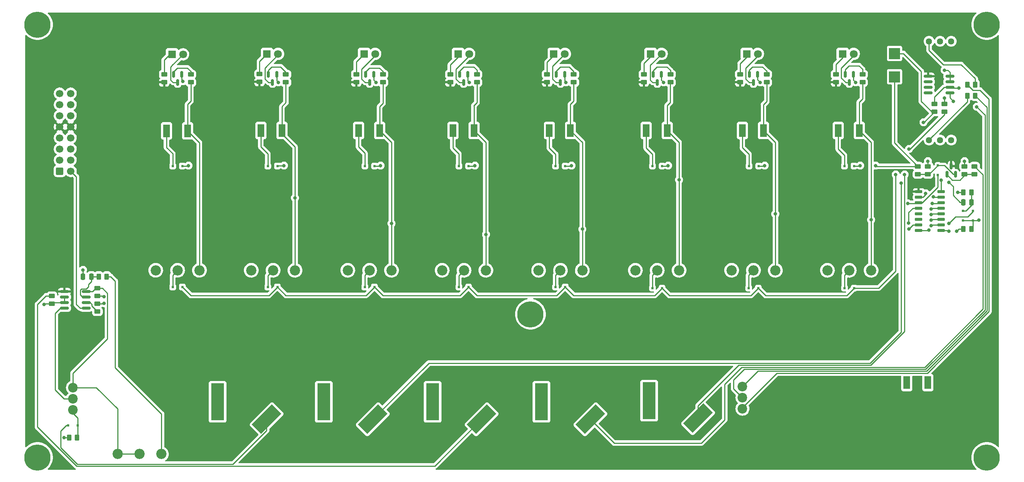
<source format=gbr>
%TF.GenerationSoftware,KiCad,Pcbnew,(6.0.0-0)*%
%TF.CreationDate,2022-11-09T21:30:40-05:00*%
%TF.ProjectId,SEQUENCER,53455155-454e-4434-9552-2e6b69636164,rev?*%
%TF.SameCoordinates,Original*%
%TF.FileFunction,Copper,L2,Bot*%
%TF.FilePolarity,Positive*%
%FSLAX46Y46*%
G04 Gerber Fmt 4.6, Leading zero omitted, Abs format (unit mm)*
G04 Created by KiCad (PCBNEW (6.0.0-0)) date 2022-11-09 21:30:40*
%MOMM*%
%LPD*%
G01*
G04 APERTURE LIST*
G04 Aperture macros list*
%AMRoundRect*
0 Rectangle with rounded corners*
0 $1 Rounding radius*
0 $2 $3 $4 $5 $6 $7 $8 $9 X,Y pos of 4 corners*
0 Add a 4 corners polygon primitive as box body*
4,1,4,$2,$3,$4,$5,$6,$7,$8,$9,$2,$3,0*
0 Add four circle primitives for the rounded corners*
1,1,$1+$1,$2,$3*
1,1,$1+$1,$4,$5*
1,1,$1+$1,$6,$7*
1,1,$1+$1,$8,$9*
0 Add four rect primitives between the rounded corners*
20,1,$1+$1,$2,$3,$4,$5,0*
20,1,$1+$1,$4,$5,$6,$7,0*
20,1,$1+$1,$6,$7,$8,$9,0*
20,1,$1+$1,$8,$9,$2,$3,0*%
%AMRotRect*
0 Rectangle, with rotation*
0 The origin of the aperture is its center*
0 $1 length*
0 $2 width*
0 $3 Rotation angle, in degrees counterclockwise*
0 Add horizontal line*
21,1,$1,$2,0,0,$3*%
G04 Aperture macros list end*
%TA.AperFunction,ComponentPad*%
%ADD10C,0.800000*%
%TD*%
%TA.AperFunction,ComponentPad*%
%ADD11C,6.000000*%
%TD*%
%TA.AperFunction,ComponentPad*%
%ADD12R,1.500000X3.000000*%
%TD*%
%TA.AperFunction,ComponentPad*%
%ADD13R,1.800000X1.800000*%
%TD*%
%TA.AperFunction,ComponentPad*%
%ADD14C,1.800000*%
%TD*%
%TA.AperFunction,ComponentPad*%
%ADD15R,3.000000X8.500000*%
%TD*%
%TA.AperFunction,ComponentPad*%
%ADD16RotRect,3.000000X6.500000X315.000000*%
%TD*%
%TA.AperFunction,ComponentPad*%
%ADD17C,2.340000*%
%TD*%
%TA.AperFunction,ComponentPad*%
%ADD18C,2.200000*%
%TD*%
%TA.AperFunction,SMDPad,CuDef*%
%ADD19RoundRect,0.150000X-0.150000X0.587500X-0.150000X-0.587500X0.150000X-0.587500X0.150000X0.587500X0*%
%TD*%
%TA.AperFunction,SMDPad,CuDef*%
%ADD20RoundRect,0.250000X-0.250000X-0.475000X0.250000X-0.475000X0.250000X0.475000X-0.250000X0.475000X0*%
%TD*%
%TA.AperFunction,SMDPad,CuDef*%
%ADD21RoundRect,0.250000X0.450000X-0.262500X0.450000X0.262500X-0.450000X0.262500X-0.450000X-0.262500X0*%
%TD*%
%TA.AperFunction,SMDPad,CuDef*%
%ADD22RoundRect,0.250000X-0.450000X0.262500X-0.450000X-0.262500X0.450000X-0.262500X0.450000X0.262500X0*%
%TD*%
%TA.AperFunction,SMDPad,CuDef*%
%ADD23RoundRect,0.250000X-0.262500X-0.450000X0.262500X-0.450000X0.262500X0.450000X-0.262500X0.450000X0*%
%TD*%
%TA.AperFunction,SMDPad,CuDef*%
%ADD24RoundRect,0.150000X0.725000X0.150000X-0.725000X0.150000X-0.725000X-0.150000X0.725000X-0.150000X0*%
%TD*%
%TA.AperFunction,SMDPad,CuDef*%
%ADD25R,0.500000X0.500000*%
%TD*%
%TA.AperFunction,SMDPad,CuDef*%
%ADD26R,2.500000X2.500000*%
%TD*%
%TA.AperFunction,SMDPad,CuDef*%
%ADD27RoundRect,0.150000X0.825000X0.150000X-0.825000X0.150000X-0.825000X-0.150000X0.825000X-0.150000X0*%
%TD*%
%TA.AperFunction,SMDPad,CuDef*%
%ADD28RoundRect,0.250000X0.262500X0.450000X-0.262500X0.450000X-0.262500X-0.450000X0.262500X-0.450000X0*%
%TD*%
%TA.AperFunction,SMDPad,CuDef*%
%ADD29RoundRect,0.150000X0.150000X-0.587500X0.150000X0.587500X-0.150000X0.587500X-0.150000X-0.587500X0*%
%TD*%
%TA.AperFunction,ComponentPad*%
%ADD30RoundRect,0.250000X-0.600000X-0.600000X0.600000X-0.600000X0.600000X0.600000X-0.600000X0.600000X0*%
%TD*%
%TA.AperFunction,ComponentPad*%
%ADD31C,1.700000*%
%TD*%
%TA.AperFunction,ComponentPad*%
%ADD32C,1.440000*%
%TD*%
%TA.AperFunction,ViaPad*%
%ADD33C,0.800000*%
%TD*%
%TA.AperFunction,Conductor*%
%ADD34C,0.250000*%
%TD*%
G04 APERTURE END LIST*
D10*
%TO.P,REF\u002A\u002A,1*%
%TO.N,N/C*%
X215610000Y-136398000D03*
X214950990Y-134807010D03*
X213360000Y-134148000D03*
X214950990Y-137988990D03*
X213360000Y-138648000D03*
X211110000Y-136398000D03*
D11*
X213360000Y-136398000D03*
D10*
X211769010Y-134807010D03*
X211769010Y-137988990D03*
%TD*%
%TO.P,REF\u002A\u002A,1*%
%TO.N,N/C*%
X102834000Y-169164000D03*
X102174990Y-167573010D03*
X100584000Y-166914000D03*
X102174990Y-170754990D03*
X100584000Y-171414000D03*
X98334000Y-169164000D03*
D11*
X100584000Y-169164000D03*
D10*
X98993010Y-167573010D03*
X98993010Y-170754990D03*
%TD*%
%TO.P,REF\u002A\u002A,1*%
%TO.N,N/C*%
X102834000Y-70104000D03*
X102174990Y-68513010D03*
X100584000Y-67854000D03*
X102174990Y-71694990D03*
X100584000Y-72354000D03*
X98334000Y-70104000D03*
D11*
X100584000Y-70104000D03*
D10*
X98993010Y-68513010D03*
X98993010Y-71694990D03*
%TD*%
%TO.P,REF\u002A\u002A,1*%
%TO.N,N/C*%
X320004000Y-70104000D03*
X319344990Y-68513010D03*
X317754000Y-67854000D03*
X319344990Y-71694990D03*
X317754000Y-72354000D03*
X315504000Y-70104000D03*
D11*
X317754000Y-70104000D03*
D10*
X316163010Y-68513010D03*
X316163010Y-71694990D03*
%TD*%
D11*
%TO.P,REF\u002A\u002A,1*%
%TO.N,N/C*%
X317754000Y-169164000D03*
D10*
X320004000Y-169164000D03*
X319344990Y-170754990D03*
X317754000Y-171414000D03*
X316163010Y-170754990D03*
X315504000Y-169164000D03*
X316163010Y-167573010D03*
X317754000Y-166914000D03*
X319344990Y-167573010D03*
%TD*%
D12*
%TO.P,SW11,1,A*%
%TO.N,Net-(D29-Pad2)*%
X304292000Y-152052500D03*
%TO.P,SW11,2,B*%
%TO.N,/Q4*%
X299466000Y-152052500D03*
%TD*%
%TO.P,SW7,1,A*%
%TO.N,Net-(D18-Pad2)*%
X239830000Y-94327500D03*
%TO.P,SW7,2,B*%
%TO.N,/Q5*%
X244656000Y-94327500D03*
%TD*%
D13*
%TO.P,D8,1,K*%
%TO.N,Net-(D8-Pad1)*%
X218701000Y-76801500D03*
D14*
%TO.P,D8,2,A*%
%TO.N,Net-(D8-Pad2)*%
X221241000Y-76801500D03*
%TD*%
D13*
%TO.P,D4,1,K*%
%TO.N,Net-(D4-Pad1)*%
X131350000Y-76905000D03*
D14*
%TO.P,D4,2,A*%
%TO.N,Net-(D4-Pad2)*%
X133890000Y-76905000D03*
%TD*%
D15*
%TO.P,J1,*%
%TO.N,*%
X141785666Y-156435000D03*
D16*
%TO.P,J1,1,Pin_1*%
%TO.N,EXT_CLOCK*%
X152995666Y-160417000D03*
%TD*%
D15*
%TO.P,J2,*%
%TO.N,*%
X190971000Y-156435000D03*
D16*
%TO.P,J2,1,Pin_1*%
%TO.N,CLOCK_OUT*%
X202181000Y-160417000D03*
%TD*%
D17*
%TO.P,RV1,1,1*%
%TO.N,Net-(R2-Pad1)*%
X128952000Y-168396000D03*
%TO.P,RV1,2,2*%
%TO.N,Net-(R3-Pad1)*%
X123952000Y-168396000D03*
%TO.P,RV1,3,3*%
X118952000Y-168396000D03*
%TD*%
D12*
%TO.P,SW3,1,A*%
%TO.N,Net-(D14-Pad2)*%
X151692000Y-94327500D03*
%TO.P,SW3,2,B*%
%TO.N,/Q1*%
X156518000Y-94327500D03*
%TD*%
%TO.P,SW4,1,A*%
%TO.N,Net-(D15-Pad2)*%
X174032000Y-94327500D03*
%TO.P,SW4,2,B*%
%TO.N,/Q2*%
X178858000Y-94327500D03*
%TD*%
D13*
%TO.P,D10,1,K*%
%TO.N,Net-(D10-Pad1)*%
X262860000Y-76801500D03*
D14*
%TO.P,D10,2,A*%
%TO.N,Net-(D10-Pad2)*%
X265400000Y-76801500D03*
%TD*%
D17*
%TO.P,RV9,1,1*%
%TO.N,/Q7*%
X291300000Y-126331500D03*
%TO.P,RV9,2,2*%
%TO.N,Net-(D28-Pad2)*%
X286300000Y-126331500D03*
%TO.P,RV9,3,3*%
%TO.N,GND*%
X281300000Y-126331500D03*
%TD*%
%TO.P,RV7,1,1*%
%TO.N,/Q5*%
X247358000Y-126331500D03*
%TO.P,RV7,2,2*%
%TO.N,Net-(D26-Pad2)*%
X242358000Y-126331500D03*
%TO.P,RV7,3,3*%
%TO.N,GND*%
X237358000Y-126331500D03*
%TD*%
D15*
%TO.P,J6,*%
%TO.N,*%
X240500994Y-156181000D03*
D16*
%TO.P,J6,1,Pin_1*%
%TO.N,CV_OUT*%
X251710994Y-160163000D03*
%TD*%
D17*
%TO.P,RV6,1,1*%
%TO.N,/Q4*%
X225230000Y-126331500D03*
%TO.P,RV6,2,2*%
%TO.N,Net-(D25-Pad2)*%
X220230000Y-126331500D03*
%TO.P,RV6,3,3*%
%TO.N,GND*%
X215230000Y-126331500D03*
%TD*%
D12*
%TO.P,SW2,1,A*%
%TO.N,Net-(D13-Pad2)*%
X130090000Y-94421000D03*
%TO.P,SW2,2,B*%
%TO.N,/Q0*%
X134916000Y-94421000D03*
%TD*%
D17*
%TO.P,RV8,1,1*%
%TO.N,/Q6*%
X269384000Y-126331500D03*
%TO.P,RV8,2,2*%
%TO.N,Net-(D27-Pad2)*%
X264384000Y-126331500D03*
%TO.P,RV8,3,3*%
%TO.N,GND*%
X259384000Y-126331500D03*
%TD*%
D13*
%TO.P,D5,1,K*%
%TO.N,Net-(D5-Pad1)*%
X153090143Y-76801500D03*
D14*
%TO.P,D5,2,A*%
%TO.N,Net-(D5-Pad2)*%
X155630143Y-76801500D03*
%TD*%
D17*
%TO.P,RV2,1,1*%
%TO.N,/Q0*%
X137630000Y-126325500D03*
%TO.P,RV2,2,2*%
%TO.N,Net-(D21-Pad2)*%
X132630000Y-126325500D03*
%TO.P,RV2,3,3*%
%TO.N,GND*%
X127630000Y-126325500D03*
%TD*%
D13*
%TO.P,D7,1,K*%
%TO.N,Net-(D7-Pad1)*%
X196802429Y-76801500D03*
D14*
%TO.P,D7,2,A*%
%TO.N,Net-(D7-Pad2)*%
X199342429Y-76801500D03*
%TD*%
D12*
%TO.P,SW8,1,A*%
%TO.N,Net-(D19-Pad2)*%
X261844000Y-94327500D03*
%TO.P,SW8,2,B*%
%TO.N,/Q6*%
X266670000Y-94327500D03*
%TD*%
D17*
%TO.P,RV4,1,1*%
%TO.N,/Q2*%
X181572000Y-126331500D03*
%TO.P,RV4,2,2*%
%TO.N,Net-(D23-Pad2)*%
X176572000Y-126331500D03*
%TO.P,RV4,3,3*%
%TO.N,GND*%
X171572000Y-126331500D03*
%TD*%
D12*
%TO.P,SW5,1,A*%
%TO.N,Net-(D16-Pad2)*%
X195622000Y-94327500D03*
%TO.P,SW5,2,B*%
%TO.N,/Q3*%
X200448000Y-94327500D03*
%TD*%
D17*
%TO.P,RV3,1,1*%
%TO.N,/Q1*%
X159486000Y-126331500D03*
%TO.P,RV3,2,2*%
%TO.N,Net-(D22-Pad2)*%
X154486000Y-126331500D03*
%TO.P,RV3,3,3*%
%TO.N,GND*%
X149486000Y-126331500D03*
%TD*%
D12*
%TO.P,SW9,1,A*%
%TO.N,Net-(D20-Pad2)*%
X283772000Y-94327500D03*
%TO.P,SW9,2,B*%
%TO.N,/Q7*%
X288598000Y-94327500D03*
%TD*%
D13*
%TO.P,D11,1,K*%
%TO.N,Net-(D11-Pad1)*%
X284788000Y-76801500D03*
D14*
%TO.P,D11,2,A*%
%TO.N,Net-(D11-Pad2)*%
X287328000Y-76801500D03*
%TD*%
D15*
%TO.P,J3,*%
%TO.N,*%
X166079000Y-156435000D03*
D16*
%TO.P,J3,1,Pin_1*%
%TO.N,RESET_IN*%
X177289000Y-160417000D03*
%TD*%
D12*
%TO.P,SW6,1,A*%
%TO.N,Net-(D17-Pad2)*%
X217690000Y-94327500D03*
%TO.P,SW6,2,B*%
%TO.N,/Q4*%
X222516000Y-94327500D03*
%TD*%
D17*
%TO.P,RV5,1,1*%
%TO.N,/Q3*%
X203162000Y-126331500D03*
%TO.P,RV5,2,2*%
%TO.N,Net-(D24-Pad2)*%
X198162000Y-126331500D03*
%TO.P,RV5,3,3*%
%TO.N,GND*%
X193162000Y-126331500D03*
%TD*%
D15*
%TO.P,J5,*%
%TO.N,*%
X215863000Y-156435000D03*
D16*
%TO.P,J5,1,Pin_1*%
%TO.N,GATE_OUT*%
X227073000Y-160417000D03*
%TD*%
D13*
%TO.P,D9,1,K*%
%TO.N,Net-(D9-Pad1)*%
X240846000Y-76801500D03*
D14*
%TO.P,D9,2,A*%
%TO.N,Net-(D9-Pad2)*%
X243386000Y-76801500D03*
%TD*%
D18*
%TO.P,SW1,1,A*%
%TO.N,Net-(D1-Pad1)*%
X108712000Y-158242000D03*
%TO.P,SW1,2,B*%
%TO.N,Net-(SW1-Pad2)*%
X108712000Y-155702000D03*
%TO.P,SW1,3,C*%
%TO.N,Net-(R3-Pad1)*%
X108712000Y-153162000D03*
%TD*%
D13*
%TO.P,D6,1,K*%
%TO.N,Net-(D6-Pad1)*%
X175297000Y-76801500D03*
D14*
%TO.P,D6,2,A*%
%TO.N,Net-(D6-Pad2)*%
X177837000Y-76801500D03*
%TD*%
D18*
%TO.P,SW10,1,A*%
%TO.N,Net-(R30-Pad2)*%
X261874000Y-152908000D03*
%TO.P,SW10,2,B*%
%TO.N,Net-(R28-Pad2)*%
X261874000Y-155448000D03*
%TO.P,SW10,3,C*%
%TO.N,Net-(R29-Pad2)*%
X261874000Y-157988000D03*
%TD*%
D19*
%TO.P,Q8,1,B*%
%TO.N,Net-(Q8-Pad1)*%
X285362000Y-81452000D03*
%TO.P,Q8,2,E*%
%TO.N,GND*%
X287262000Y-81452000D03*
%TO.P,Q8,3,C*%
%TO.N,Net-(D11-Pad2)*%
X286312000Y-83327000D03*
%TD*%
D20*
%TO.P,C2,1*%
%TO.N,RESET_IN*%
X312382500Y-110772256D03*
%TO.P,C2,2*%
%TO.N,Net-(C2-Pad2)*%
X314282500Y-110772256D03*
%TD*%
D21*
%TO.P,R25,1*%
%TO.N,Net-(Q9-Pad2)*%
X312687499Y-104357013D03*
%TO.P,R25,2*%
%TO.N,GND*%
X312687499Y-102532013D03*
%TD*%
D19*
%TO.P,Q7,1,B*%
%TO.N,Net-(Q7-Pad1)*%
X263434000Y-81452000D03*
%TO.P,Q7,2,E*%
%TO.N,GND*%
X265334000Y-81452000D03*
%TO.P,Q7,3,C*%
%TO.N,Net-(D10-Pad2)*%
X264384000Y-83327000D03*
%TD*%
D22*
%TO.P,R1,1*%
%TO.N,GND*%
X114300000Y-133961500D03*
%TO.P,R1,2*%
%TO.N,Net-(R1-Pad2)*%
X114300000Y-135786500D03*
%TD*%
D23*
%TO.P,R30,1*%
%TO.N,Net-(R30-Pad1)*%
X313285500Y-86360000D03*
%TO.P,R30,2*%
%TO.N,Net-(R30-Pad2)*%
X315110500Y-86360000D03*
%TD*%
D24*
%TO.P,U2,1,Q5*%
%TO.N,/Q5*%
X307336743Y-108359256D03*
%TO.P,U2,2,Q1*%
%TO.N,/Q1*%
X307336743Y-109629256D03*
%TO.P,U2,3,Q0*%
%TO.N,/Q0*%
X307336743Y-110899256D03*
%TO.P,U2,4,Q2*%
%TO.N,/Q2*%
X307336743Y-112169256D03*
%TO.P,U2,5,Q6*%
%TO.N,/Q6*%
X307336743Y-113439256D03*
%TO.P,U2,6,Q7*%
%TO.N,/Q7*%
X307336743Y-114709256D03*
%TO.P,U2,7,Q3*%
%TO.N,/Q3*%
X307336743Y-115979256D03*
%TO.P,U2,8,VSS*%
%TO.N,GND*%
X307336743Y-117249256D03*
%TO.P,U2,9,Q8*%
%TO.N,/Q8*%
X302186743Y-117249256D03*
%TO.P,U2,10,Q4*%
%TO.N,/Q4*%
X302186743Y-115979256D03*
%TO.P,U2,11,Q9*%
%TO.N,unconnected-(U2-Pad11)*%
X302186743Y-114709256D03*
%TO.P,U2,12,Cout*%
%TO.N,unconnected-(U2-Pad12)*%
X302186743Y-113439256D03*
%TO.P,U2,13,CKEN*%
%TO.N,GND*%
X302186743Y-112169256D03*
%TO.P,U2,14,CLK*%
%TO.N,/CLOCK*%
X302186743Y-110899256D03*
%TO.P,U2,15,Reset*%
%TO.N,Net-(D2-Pad1)*%
X302186743Y-109629256D03*
%TO.P,U2,16,VDD*%
%TO.N,+12V*%
X302186743Y-108359256D03*
%TD*%
D22*
%TO.P,R26,1*%
%TO.N,GND*%
X304305499Y-102532013D03*
%TO.P,R26,2*%
%TO.N,Net-(D12-Pad2)*%
X304305499Y-104357013D03*
%TD*%
D25*
%TO.P,D20,1,K*%
%TO.N,Net-(D13-Pad1)*%
X287390501Y-102455500D03*
%TO.P,D20,2,A*%
%TO.N,Net-(D20-Pad2)*%
X285190501Y-102455500D03*
%TD*%
%TO.P,D27,1,K*%
%TO.N,Net-(D21-Pad1)*%
X265472000Y-130395500D03*
%TO.P,D27,2,A*%
%TO.N,Net-(D27-Pad2)*%
X263272000Y-130395500D03*
%TD*%
D23*
%TO.P,R6,1*%
%TO.N,GND*%
X312420000Y-108486256D03*
%TO.P,R6,2*%
%TO.N,Net-(C2-Pad2)*%
X314245000Y-108486256D03*
%TD*%
D25*
%TO.P,D22,1,K*%
%TO.N,Net-(D21-Pad1)*%
X155465143Y-130141500D03*
%TO.P,D22,2,A*%
%TO.N,Net-(D22-Pad2)*%
X153265143Y-130141500D03*
%TD*%
%TO.P,D1,1,K*%
%TO.N,Net-(D1-Pad1)*%
X109812000Y-161798000D03*
%TO.P,D1,2,A*%
%TO.N,EXT_CLOCK*%
X107612000Y-161798000D03*
%TD*%
%TO.P,D19,1,K*%
%TO.N,Net-(D13-Pad1)*%
X265556000Y-102455500D03*
%TO.P,D19,2,A*%
%TO.N,Net-(D19-Pad2)*%
X263356000Y-102455500D03*
%TD*%
D19*
%TO.P,Q4,1,B*%
%TO.N,Net-(Q4-Pad1)*%
X197127429Y-81452000D03*
%TO.P,Q4,2,E*%
%TO.N,GND*%
X199027429Y-81452000D03*
%TO.P,Q4,3,C*%
%TO.N,Net-(D7-Pad2)*%
X198077429Y-83327000D03*
%TD*%
D22*
%TO.P,R22,1*%
%TO.N,Net-(D10-Pad1)*%
X261336000Y-81477000D03*
%TO.P,R22,2*%
%TO.N,+12V*%
X261336000Y-83302000D03*
%TD*%
D26*
%TO.P,TP1,1,1*%
%TO.N,Net-(D21-Pad1)*%
X296672000Y-76708000D03*
%TD*%
D22*
%TO.P,R33,1*%
%TO.N,Net-(R33-Pad1)*%
X308102000Y-88241500D03*
%TO.P,R33,2*%
%TO.N,CV_OUT*%
X308102000Y-90066500D03*
%TD*%
%TO.P,R23,1*%
%TO.N,Net-(D11-Pad1)*%
X283264000Y-81477000D03*
%TO.P,R23,2*%
%TO.N,+12V*%
X283264000Y-83302000D03*
%TD*%
D25*
%TO.P,D28,1,K*%
%TO.N,Net-(D21-Pad1)*%
X287400000Y-130395500D03*
%TO.P,D28,2,A*%
%TO.N,Net-(D28-Pad2)*%
X285200000Y-130395500D03*
%TD*%
%TO.P,D13,1,K*%
%TO.N,Net-(D13-Pad1)*%
X133718000Y-102455500D03*
%TO.P,D13,2,A*%
%TO.N,Net-(D13-Pad2)*%
X131518000Y-102455500D03*
%TD*%
%TO.P,D14,1,K*%
%TO.N,Net-(D13-Pad1)*%
X155465143Y-102455500D03*
%TO.P,D14,2,A*%
%TO.N,Net-(D14-Pad2)*%
X153265143Y-102455500D03*
%TD*%
D19*
%TO.P,Q6,1,B*%
%TO.N,Net-(Q6-Pad1)*%
X241420000Y-81452000D03*
%TO.P,Q6,2,E*%
%TO.N,GND*%
X243320000Y-81452000D03*
%TO.P,Q6,3,C*%
%TO.N,Net-(D9-Pad2)*%
X242370000Y-83327000D03*
%TD*%
D25*
%TO.P,D21,1,K*%
%TO.N,Net-(D21-Pad1)*%
X133718000Y-130141500D03*
%TO.P,D21,2,A*%
%TO.N,Net-(D21-Pad2)*%
X131518000Y-130141500D03*
%TD*%
D21*
%TO.P,R8,1*%
%TO.N,/Q0*%
X135678000Y-83302000D03*
%TO.P,R8,2*%
%TO.N,Net-(Q1-Pad1)*%
X135678000Y-81477000D03*
%TD*%
%TO.P,R15,1*%
%TO.N,/Q7*%
X289360000Y-83302000D03*
%TO.P,R15,2*%
%TO.N,Net-(Q8-Pad1)*%
X289360000Y-81477000D03*
%TD*%
D25*
%TO.P,D15,1,K*%
%TO.N,Net-(D13-Pad1)*%
X177696286Y-102455500D03*
%TO.P,D15,2,A*%
%TO.N,Net-(D15-Pad2)*%
X175496286Y-102455500D03*
%TD*%
D22*
%TO.P,R17,1*%
%TO.N,Net-(D5-Pad1)*%
X151384000Y-81383500D03*
%TO.P,R17,2*%
%TO.N,+12V*%
X151384000Y-83208500D03*
%TD*%
D27*
%TO.P,U4,1*%
%TO.N,Net-(R33-Pad1)*%
X309307000Y-81915000D03*
%TO.P,U4,2,-*%
X309307000Y-83185000D03*
%TO.P,U4,3,+*%
%TO.N,Net-(R28-Pad2)*%
X309307000Y-84455000D03*
%TO.P,U4,4,V-*%
%TO.N,-12V*%
X309307000Y-85725000D03*
%TO.P,U4,5,+*%
%TO.N,unconnected-(U4-Pad5)*%
X304357000Y-85725000D03*
%TO.P,U4,6,-*%
%TO.N,unconnected-(U4-Pad6)*%
X304357000Y-84455000D03*
%TO.P,U4,7*%
%TO.N,unconnected-(U4-Pad7)*%
X304357000Y-83185000D03*
%TO.P,U4,8,V+*%
%TO.N,+12V*%
X304357000Y-81915000D03*
%TD*%
D21*
%TO.P,R13,1*%
%TO.N,/Q5*%
X245418000Y-83302000D03*
%TO.P,R13,2*%
%TO.N,Net-(Q6-Pad1)*%
X245418000Y-81477000D03*
%TD*%
D28*
%TO.P,R2,1*%
%TO.N,Net-(R2-Pad1)*%
X116416500Y-127762000D03*
%TO.P,R2,2*%
%TO.N,Net-(C1-Pad2)*%
X114591500Y-127762000D03*
%TD*%
D25*
%TO.P,D16,1,K*%
%TO.N,Net-(D13-Pad1)*%
X199177429Y-102455500D03*
%TO.P,D16,2,A*%
%TO.N,Net-(D16-Pad2)*%
X196977429Y-102455500D03*
%TD*%
D29*
%TO.P,Q9,1,B*%
%TO.N,Net-(D12-Pad2)*%
X310589499Y-104382013D03*
%TO.P,Q9,2,E*%
%TO.N,Net-(Q9-Pad2)*%
X308689499Y-104382013D03*
%TO.P,Q9,3,C*%
%TO.N,+12V*%
X309639499Y-102507013D03*
%TD*%
D25*
%TO.P,D23,1,K*%
%TO.N,Net-(D21-Pad1)*%
X177660000Y-130141500D03*
%TO.P,D23,2,A*%
%TO.N,Net-(D23-Pad2)*%
X175460000Y-130141500D03*
%TD*%
D21*
%TO.P,R10,1*%
%TO.N,/Q2*%
X179620000Y-83302000D03*
%TO.P,R10,2*%
%TO.N,Net-(Q3-Pad1)*%
X179620000Y-81477000D03*
%TD*%
D28*
%TO.P,R4,1*%
%TO.N,Net-(D1-Pad1)*%
X109624500Y-164592000D03*
%TO.P,R4,2*%
%TO.N,GND*%
X107799500Y-164592000D03*
%TD*%
D22*
%TO.P,R16,1*%
%TO.N,Net-(D4-Pad1)*%
X129577000Y-81477000D03*
%TO.P,R16,2*%
%TO.N,+12V*%
X129577000Y-83302000D03*
%TD*%
D21*
%TO.P,R24,1*%
%TO.N,Net-(Q9-Pad2)*%
X314973499Y-104357013D03*
%TO.P,R24,2*%
%TO.N,GATE_OUT*%
X314973499Y-102532013D03*
%TD*%
D22*
%TO.P,R20,1*%
%TO.N,Net-(D8-Pad1)*%
X217182000Y-81477000D03*
%TO.P,R20,2*%
%TO.N,+12V*%
X217182000Y-83302000D03*
%TD*%
D19*
%TO.P,Q5,1,B*%
%TO.N,Net-(Q5-Pad1)*%
X219280000Y-81452000D03*
%TO.P,Q5,2,E*%
%TO.N,GND*%
X221180000Y-81452000D03*
%TO.P,Q5,3,C*%
%TO.N,Net-(D8-Pad2)*%
X220230000Y-83327000D03*
%TD*%
%TO.P,Q1,1,B*%
%TO.N,Net-(Q1-Pad1)*%
X131680000Y-81452000D03*
%TO.P,Q1,2,E*%
%TO.N,GND*%
X133580000Y-81452000D03*
%TO.P,Q1,3,C*%
%TO.N,Net-(D4-Pad2)*%
X132630000Y-83327000D03*
%TD*%
D25*
%TO.P,D2,1,K*%
%TO.N,Net-(D2-Pad1)*%
X312316500Y-114920256D03*
%TO.P,D2,2,A*%
%TO.N,Net-(C2-Pad2)*%
X312316500Y-112720256D03*
%TD*%
%TO.P,D18,1,K*%
%TO.N,Net-(D13-Pad1)*%
X243458000Y-102455500D03*
%TO.P,D18,2,A*%
%TO.N,Net-(D18-Pad2)*%
X241258000Y-102455500D03*
%TD*%
D22*
%TO.P,R3,1*%
%TO.N,Net-(R3-Pad1)*%
X114300000Y-130405500D03*
%TO.P,R3,2*%
%TO.N,GND*%
X114300000Y-132230500D03*
%TD*%
D21*
%TO.P,R14,1*%
%TO.N,/Q6*%
X267432000Y-83302000D03*
%TO.P,R14,2*%
%TO.N,Net-(Q7-Pad1)*%
X267432000Y-81477000D03*
%TD*%
D30*
%TO.P,J4,1,Pin_1*%
%TO.N,-12V*%
X105664000Y-103632000D03*
D31*
%TO.P,J4,2,Pin_2*%
X108204000Y-103632000D03*
%TO.P,J4,3,Pin_3*%
%TO.N,GND*%
X105664000Y-101092000D03*
%TO.P,J4,4,Pin_4*%
X108204000Y-101092000D03*
%TO.P,J4,5,Pin_5*%
X105664000Y-98552000D03*
%TO.P,J4,6,Pin_6*%
X108204000Y-98552000D03*
%TO.P,J4,7,Pin_7*%
X105664000Y-96012000D03*
%TO.P,J4,8,Pin_8*%
X108204000Y-96012000D03*
%TO.P,J4,9,Pin_9*%
%TO.N,+12V*%
X105664000Y-93472000D03*
%TO.P,J4,10,Pin_10*%
X108204000Y-93472000D03*
%TO.P,J4,11,Pin_11*%
%TO.N,unconnected-(J4-Pad11)*%
X105664000Y-90932000D03*
%TO.P,J4,12,Pin_12*%
%TO.N,unconnected-(J4-Pad12)*%
X108204000Y-90932000D03*
%TO.P,J4,13,Pin_13*%
%TO.N,unconnected-(J4-Pad13)*%
X105664000Y-88392000D03*
%TO.P,J4,14,Pin_14*%
%TO.N,unconnected-(J4-Pad14)*%
X108204000Y-88392000D03*
%TO.P,J4,15,Pin_15*%
%TO.N,unconnected-(J4-Pad15)*%
X105664000Y-85852000D03*
%TO.P,J4,16,Pin_16*%
%TO.N,unconnected-(J4-Pad16)*%
X108204000Y-85852000D03*
%TD*%
D21*
%TO.P,R11,1*%
%TO.N,/Q3*%
X201125429Y-83302000D03*
%TO.P,R11,2*%
%TO.N,Net-(Q4-Pad1)*%
X201125429Y-81477000D03*
%TD*%
D25*
%TO.P,D25,1,K*%
%TO.N,Net-(D21-Pad1)*%
X221318000Y-130141500D03*
%TO.P,D25,2,A*%
%TO.N,Net-(D25-Pad2)*%
X219118000Y-130141500D03*
%TD*%
%TO.P,D17,1,K*%
%TO.N,Net-(D13-Pad1)*%
X221318000Y-102455500D03*
%TO.P,D17,2,A*%
%TO.N,Net-(D17-Pad2)*%
X219118000Y-102455500D03*
%TD*%
D20*
%TO.P,C1,1*%
%TO.N,GND*%
X110998000Y-127762000D03*
%TO.P,C1,2*%
%TO.N,Net-(C1-Pad2)*%
X112898000Y-127762000D03*
%TD*%
D22*
%TO.P,R18,1*%
%TO.N,Net-(D6-Pad1)*%
X173524000Y-81477000D03*
%TO.P,R18,2*%
%TO.N,+12V*%
X173524000Y-83302000D03*
%TD*%
D27*
%TO.P,U1,1*%
%TO.N,Net-(R3-Pad1)*%
X111690000Y-131191000D03*
%TO.P,U1,2,-*%
%TO.N,Net-(C1-Pad2)*%
X111690000Y-132461000D03*
%TO.P,U1,3,+*%
%TO.N,Net-(R1-Pad2)*%
X111690000Y-133731000D03*
%TO.P,U1,4,V-*%
%TO.N,-12V*%
X111690000Y-135001000D03*
%TO.P,U1,5,+*%
%TO.N,Net-(SW1-Pad2)*%
X106740000Y-135001000D03*
%TO.P,U1,6,-*%
%TO.N,/CLOCK*%
X106740000Y-133731000D03*
%TO.P,U1,7*%
X106740000Y-132461000D03*
%TO.P,U1,8,V+*%
%TO.N,+12V*%
X106740000Y-131191000D03*
%TD*%
D28*
%TO.P,R29,1*%
%TO.N,Net-(R29-Pad1)*%
X315110500Y-83820000D03*
%TO.P,R29,2*%
%TO.N,Net-(R29-Pad2)*%
X313285500Y-83820000D03*
%TD*%
D21*
%TO.P,R5,1*%
%TO.N,/CLOCK*%
X103881000Y-134008500D03*
%TO.P,R5,2*%
%TO.N,CLOCK_OUT*%
X103881000Y-132183500D03*
%TD*%
%TO.P,R28,1*%
%TO.N,Net-(D21-Pad1)*%
X305816000Y-90066500D03*
%TO.P,R28,2*%
%TO.N,Net-(R28-Pad2)*%
X305816000Y-88241500D03*
%TD*%
D32*
%TO.P,RV10,1,1*%
%TO.N,GND*%
X309626000Y-73914000D03*
%TO.P,RV10,2,2*%
X307086000Y-73914000D03*
%TO.P,RV10,3,3*%
%TO.N,Net-(R29-Pad1)*%
X304546000Y-73914000D03*
%TD*%
D22*
%TO.P,R19,1*%
%TO.N,Net-(D7-Pad1)*%
X195029429Y-81477000D03*
%TO.P,R19,2*%
%TO.N,+12V*%
X195029429Y-83302000D03*
%TD*%
D21*
%TO.P,R9,1*%
%TO.N,/Q1*%
X157408143Y-83302000D03*
%TO.P,R9,2*%
%TO.N,Net-(Q2-Pad1)*%
X157408143Y-81477000D03*
%TD*%
D26*
%TO.P,TP2,1,1*%
%TO.N,Net-(D13-Pad1)*%
X296672000Y-82042000D03*
%TD*%
D32*
%TO.P,RV11,1,1*%
%TO.N,GND*%
X309636000Y-96520000D03*
%TO.P,RV11,2,2*%
X307096000Y-96520000D03*
%TO.P,RV11,3,3*%
%TO.N,Net-(R30-Pad1)*%
X304556000Y-96520000D03*
%TD*%
D25*
%TO.P,D3,1,K*%
%TO.N,Net-(D2-Pad1)*%
X314602500Y-114920256D03*
%TO.P,D3,2,A*%
%TO.N,/Q8*%
X314602500Y-112720256D03*
%TD*%
%TO.P,D12,1,K*%
%TO.N,/CLOCK*%
X306591499Y-104544513D03*
%TO.P,D12,2,A*%
%TO.N,Net-(D12-Pad2)*%
X306591499Y-102344513D03*
%TD*%
D19*
%TO.P,Q2,1,B*%
%TO.N,Net-(Q2-Pad1)*%
X153410143Y-81452000D03*
%TO.P,Q2,2,E*%
%TO.N,GND*%
X155310143Y-81452000D03*
%TO.P,Q2,3,C*%
%TO.N,Net-(D5-Pad2)*%
X154360143Y-83327000D03*
%TD*%
D21*
%TO.P,R12,1*%
%TO.N,/Q4*%
X223278000Y-83302000D03*
%TO.P,R12,2*%
%TO.N,Net-(Q5-Pad1)*%
X223278000Y-81477000D03*
%TD*%
D22*
%TO.P,R21,1*%
%TO.N,Net-(D9-Pad1)*%
X239322000Y-81477000D03*
%TO.P,R21,2*%
%TO.N,+12V*%
X239322000Y-83302000D03*
%TD*%
D21*
%TO.P,R27,1*%
%TO.N,Net-(D12-Pad2)*%
X302019499Y-104357013D03*
%TO.P,R27,2*%
%TO.N,Net-(D13-Pad1)*%
X302019499Y-102532013D03*
%TD*%
D25*
%TO.P,D24,1,K*%
%TO.N,Net-(D21-Pad1)*%
X199177429Y-130141500D03*
%TO.P,D24,2,A*%
%TO.N,Net-(D24-Pad2)*%
X196977429Y-130141500D03*
%TD*%
D19*
%TO.P,Q3,1,B*%
%TO.N,Net-(Q3-Pad1)*%
X175622000Y-81452000D03*
%TO.P,Q3,2,E*%
%TO.N,GND*%
X177522000Y-81452000D03*
%TO.P,Q3,3,C*%
%TO.N,Net-(D6-Pad2)*%
X176572000Y-83327000D03*
%TD*%
D25*
%TO.P,D26,1,K*%
%TO.N,Net-(D21-Pad1)*%
X243458000Y-130395500D03*
%TO.P,D26,2,A*%
%TO.N,Net-(D26-Pad2)*%
X241258000Y-130395500D03*
%TD*%
D23*
%TO.P,R7,1*%
%TO.N,GND*%
X312420000Y-116868256D03*
%TO.P,R7,2*%
%TO.N,Net-(D2-Pad1)*%
X314245000Y-116868256D03*
%TD*%
D33*
%TO.N,/Q8*%
X304546000Y-117094000D03*
X309118000Y-115570000D03*
%TO.N,/Q3*%
X305054000Y-116078000D03*
X203200000Y-118110000D03*
%TO.N,/Q4*%
X299974000Y-116840000D03*
X225230000Y-116908000D03*
%TO.N,GND*%
X310896000Y-117348000D03*
X309118000Y-117348000D03*
%TO.N,/Q7*%
X291300000Y-114770000D03*
X305054000Y-114808000D03*
%TO.N,/Q6*%
X305054000Y-113538000D03*
X269384000Y-113428000D03*
%TO.N,/Q2*%
X181572000Y-115608000D03*
X305054000Y-112268000D03*
%TO.N,/Q1*%
X305547088Y-109548989D03*
X159486000Y-109754000D03*
%TO.N,/Q5*%
X307340000Y-105664000D03*
X247358000Y-105626000D03*
%TO.N,-12V*%
X310134000Y-87630000D03*
%TO.N,+12V*%
X310896000Y-101854000D03*
X302260000Y-106934000D03*
%TO.N,GND*%
X115824000Y-133858000D03*
X311150000Y-108458000D03*
X106680000Y-164592000D03*
X287782000Y-83312000D03*
X312674000Y-101346000D03*
X178054000Y-83312000D03*
X304292000Y-101346000D03*
X155702000Y-83312000D03*
X115824000Y-132334000D03*
X133858000Y-83058000D03*
X221488000Y-83312000D03*
X243840000Y-83312000D03*
X199390000Y-83312000D03*
X299893667Y-115532500D03*
X265938000Y-83312000D03*
X110998000Y-126238000D03*
%TO.N,CV_OUT*%
X298958000Y-104394000D03*
X299974000Y-98552000D03*
%TO.N,RESET_IN*%
X309118000Y-106172000D03*
X298196000Y-106388500D03*
%TO.N,Net-(D2-Pad1)*%
X315976000Y-114808000D03*
X303784000Y-108712000D03*
%TO.N,/CLOCK*%
X299697776Y-110998000D03*
X102108000Y-134112000D03*
%TO.N,/Q0*%
X305308000Y-110998000D03*
%TO.N,Net-(D13-Pad1)*%
X179070000Y-102362000D03*
X222758000Y-102362000D03*
X135128000Y-102362000D03*
X244856000Y-102362000D03*
X156972000Y-102362000D03*
X292354000Y-102362000D03*
X266954000Y-102362000D03*
X288798000Y-102362000D03*
X200660000Y-102362000D03*
%TO.N,Net-(D21-Pad1)*%
X296926000Y-104394000D03*
X303276000Y-92456000D03*
%TO.N,Net-(R28-Pad2)*%
X311404000Y-84582000D03*
X315468000Y-88900000D03*
%TO.N,Net-(R33-Pad1)*%
X308102000Y-80518000D03*
X308102000Y-86868000D03*
%TD*%
D34*
%TO.N,/Q8*%
X304546000Y-117094000D02*
X304390744Y-117249256D01*
X304390744Y-117249256D02*
X302186743Y-117249256D01*
X314602500Y-112720256D02*
X314602500Y-112879500D01*
X310642000Y-114046000D02*
X309118000Y-115570000D01*
X314602500Y-112879500D02*
X313944000Y-113538000D01*
X313944000Y-113538000D02*
X313436000Y-114046000D01*
X313436000Y-114046000D02*
X310642000Y-114046000D01*
%TO.N,/Q3*%
X305152744Y-115979256D02*
X305054000Y-116078000D01*
X307336743Y-115979256D02*
X305152744Y-115979256D01*
%TO.N,/Q4*%
X302186743Y-115979256D02*
X300834744Y-115979256D01*
X300834744Y-115979256D02*
X299974000Y-116840000D01*
%TO.N,GND*%
X312420000Y-116868256D02*
X311375744Y-116868256D01*
X311375744Y-116868256D02*
X310896000Y-117348000D01*
X309019256Y-117249256D02*
X309118000Y-117348000D01*
X307336743Y-117249256D02*
X309019256Y-117249256D01*
X299893667Y-113110333D02*
X299893667Y-115532500D01*
X302186743Y-112169256D02*
X300834744Y-112169256D01*
%TO.N,/Q7*%
X307336743Y-114709256D02*
X305152744Y-114709256D01*
%TO.N,GND*%
X300834744Y-112169256D02*
X299893667Y-113110333D01*
%TO.N,/Q7*%
X305152744Y-114709256D02*
X305054000Y-114808000D01*
X291300000Y-97029500D02*
X291300000Y-114770000D01*
X291300000Y-114770000D02*
X291300000Y-126331500D01*
%TO.N,/Q6*%
X307336743Y-113439256D02*
X305152744Y-113439256D01*
X305152744Y-113439256D02*
X305054000Y-113538000D01*
X269384000Y-97041500D02*
X269384000Y-113428000D01*
X269384000Y-113428000D02*
X269384000Y-126331500D01*
%TO.N,/CLOCK*%
X302087999Y-110998000D02*
X299697776Y-110998000D01*
%TO.N,/Q1*%
X305627355Y-109629256D02*
X305547088Y-109548989D01*
X307336743Y-109629256D02*
X305627355Y-109629256D01*
%TO.N,/Q0*%
X307336743Y-110899256D02*
X307237999Y-110998000D01*
X307237999Y-110998000D02*
X305308000Y-110998000D01*
%TO.N,/Q2*%
X307336743Y-112169256D02*
X305152744Y-112169256D01*
X305152744Y-112169256D02*
X305054000Y-112268000D01*
%TO.N,RESET_IN*%
X291084000Y-147574000D02*
X298196000Y-140462000D01*
X190132000Y-147574000D02*
X291084000Y-147574000D01*
X298196000Y-140462000D02*
X298196000Y-106388500D01*
X177289000Y-160417000D02*
X190132000Y-147574000D01*
%TO.N,/Q5*%
X247358000Y-105626000D02*
X247358000Y-126331500D01*
X307336743Y-108359256D02*
X307340000Y-108355999D01*
X307340000Y-108355999D02*
X307340000Y-105664000D01*
X247358000Y-97029500D02*
X247358000Y-105626000D01*
%TO.N,CV_OUT*%
X300228000Y-98552000D02*
X308102000Y-90678000D01*
%TO.N,-12V*%
X309307000Y-86803000D02*
X310134000Y-87630000D01*
X110363000Y-135001000D02*
X109474000Y-134112000D01*
X109474000Y-134112000D02*
X109474000Y-104902000D01*
X111690000Y-135001000D02*
X110363000Y-135001000D01*
X309307000Y-85725000D02*
X309307000Y-86803000D01*
X109474000Y-104902000D02*
X108204000Y-103632000D01*
%TO.N,+12V*%
X302260000Y-106934000D02*
X302260000Y-108285999D01*
X310242987Y-102507013D02*
X310896000Y-101854000D01*
X309639499Y-102507013D02*
X310242987Y-102507013D01*
%TO.N,CLOCK_OUT*%
X109541807Y-171137511D02*
X191460489Y-171137511D01*
X100584000Y-162179704D02*
X109541807Y-171137511D01*
X191460489Y-171137511D02*
X202181000Y-160417000D01*
X100584000Y-134112000D02*
X100584000Y-162179704D01*
X103881000Y-132183500D02*
X102512500Y-132183500D01*
X102512500Y-132183500D02*
X100584000Y-134112000D01*
%TO.N,EXT_CLOCK*%
X152995666Y-162980334D02*
X152995666Y-160417000D01*
X145288000Y-170688000D02*
X152995666Y-162980334D01*
X107188000Y-161798000D02*
X105918000Y-163068000D01*
X107612000Y-161798000D02*
X107188000Y-161798000D01*
X105918000Y-163068000D02*
X105918000Y-166878000D01*
X109728000Y-170688000D02*
X145288000Y-170688000D01*
X105918000Y-166878000D02*
X109728000Y-170688000D01*
%TO.N,GND*%
X243320000Y-82792000D02*
X243840000Y-83312000D01*
X177522000Y-82780000D02*
X178054000Y-83312000D01*
X155310143Y-82920143D02*
X155702000Y-83312000D01*
X287262000Y-82792000D02*
X287782000Y-83312000D01*
X155310143Y-81452000D02*
X155310143Y-82920143D01*
X304305499Y-101359499D02*
X304292000Y-101346000D01*
X199027429Y-81452000D02*
X199027429Y-82949429D01*
X265334000Y-82708000D02*
X265938000Y-83312000D01*
X199027429Y-82949429D02*
X199390000Y-83312000D01*
X221180000Y-83004000D02*
X221488000Y-83312000D01*
X110998000Y-127762000D02*
X110998000Y-126238000D01*
X312687499Y-102532013D02*
X312687499Y-101359499D01*
X177522000Y-81452000D02*
X177522000Y-82780000D01*
X114300000Y-132230500D02*
X115720500Y-132230500D01*
X265334000Y-81452000D02*
X265334000Y-82708000D01*
X311178256Y-108486256D02*
X311150000Y-108458000D01*
X133580000Y-81452000D02*
X133580000Y-82780000D01*
X221180000Y-81452000D02*
X221180000Y-83004000D01*
X304305499Y-102532013D02*
X304305499Y-101359499D01*
X287262000Y-81452000D02*
X287262000Y-82792000D01*
X115720500Y-133961500D02*
X115824000Y-133858000D01*
X312420000Y-108486256D02*
X311178256Y-108486256D01*
X133580000Y-82780000D02*
X133858000Y-83058000D01*
X243320000Y-81452000D02*
X243320000Y-82792000D01*
X115720500Y-132230500D02*
X115824000Y-132334000D01*
X312687499Y-101359499D02*
X312674000Y-101346000D01*
X114300000Y-133961500D02*
X115720500Y-133961500D01*
X107799500Y-164592000D02*
X106680000Y-164592000D01*
%TO.N,CV_OUT*%
X251710994Y-157334573D02*
X251710994Y-160163000D01*
X300228000Y-98552000D02*
X299974000Y-98552000D01*
X308102000Y-90066500D02*
X308102000Y-90678000D01*
X260983609Y-148061958D02*
X251710994Y-157334573D01*
X298958000Y-140335704D02*
X291231746Y-148061958D01*
X291231746Y-148061958D02*
X260983609Y-148061958D01*
X298958000Y-104394000D02*
X298958000Y-140335704D01*
%TO.N,GATE_OUT*%
X257810000Y-160528000D02*
X252476000Y-165862000D01*
X316913467Y-135206533D02*
X303608533Y-148511467D01*
X316913467Y-104471981D02*
X316913467Y-135206533D01*
X303608533Y-148511467D02*
X261698533Y-148511467D01*
X257810000Y-152400000D02*
X257810000Y-160528000D01*
X261698533Y-148511467D02*
X257810000Y-152400000D01*
X314973499Y-102532013D02*
X316913467Y-104471981D01*
X232518000Y-165862000D02*
X227073000Y-160417000D01*
X252476000Y-165862000D02*
X232518000Y-165862000D01*
%TO.N,RESET_IN*%
X311621013Y-110772256D02*
X312382500Y-110772256D01*
X310096501Y-107150501D02*
X310096501Y-109182501D01*
X310096501Y-109182501D02*
X311658000Y-110744000D01*
X309118000Y-106172000D02*
X310096501Y-107150501D01*
%TO.N,Net-(C1-Pad2)*%
X111749520Y-130566480D02*
X110668448Y-130566480D01*
X112898000Y-127762000D02*
X114591500Y-127762000D01*
X110390480Y-130844448D02*
X110390480Y-131980480D01*
X110668448Y-130566480D02*
X110390480Y-130844448D01*
X112268000Y-129540000D02*
X112268000Y-130048000D01*
X112898000Y-127762000D02*
X112898000Y-128910000D01*
X110390480Y-131980480D02*
X110871000Y-132461000D01*
X112898000Y-128910000D02*
X112268000Y-129540000D01*
X112268000Y-130048000D02*
X111749520Y-130566480D01*
%TO.N,Net-(R1-Pad2)*%
X112649000Y-133731000D02*
X111690000Y-133731000D01*
X113030000Y-134112000D02*
X112649000Y-133731000D01*
X114300000Y-135786500D02*
X113030000Y-134516500D01*
X113030000Y-134516500D02*
X113030000Y-134112000D01*
%TO.N,Net-(R2-Pad1)*%
X118364000Y-128778000D02*
X118364000Y-148590000D01*
X116416500Y-127762000D02*
X117348000Y-127762000D01*
X128952000Y-159178000D02*
X128952000Y-168396000D01*
X117348000Y-127762000D02*
X118364000Y-128778000D01*
X118364000Y-148590000D02*
X128952000Y-159178000D01*
%TO.N,Net-(SW1-Pad2)*%
X105791000Y-135001000D02*
X106740000Y-135001000D01*
X106680000Y-155702000D02*
X104648000Y-153670000D01*
X108712000Y-155702000D02*
X106680000Y-155702000D01*
X104648000Y-136144000D02*
X105791000Y-135001000D01*
X104648000Y-153670000D02*
X104648000Y-136144000D01*
%TO.N,Net-(D1-Pad1)*%
X109812000Y-164404500D02*
X109812000Y-161798000D01*
X109812000Y-160104000D02*
X109812000Y-161798000D01*
X108712000Y-159004000D02*
X109812000Y-160104000D01*
%TO.N,Net-(D13-Pad2)*%
X131518000Y-102455500D02*
X131518000Y-99641000D01*
X131518000Y-99641000D02*
X130090000Y-98213000D01*
X130090000Y-98213000D02*
X130090000Y-94421000D01*
%TO.N,Net-(C2-Pad2)*%
X312316500Y-112720256D02*
X312983744Y-112720256D01*
X312983744Y-112720256D02*
X314282500Y-111421500D01*
X314282500Y-111421500D02*
X314282500Y-110772256D01*
X314245000Y-108486256D02*
X314245000Y-110734756D01*
%TO.N,Net-(D2-Pad1)*%
X314602500Y-114920256D02*
X314602500Y-116510756D01*
X314602500Y-114920256D02*
X315863744Y-114920256D01*
X303784000Y-108712000D02*
X303784000Y-108966000D01*
X303784000Y-108966000D02*
X303120744Y-109629256D01*
X315863744Y-114920256D02*
X315976000Y-114808000D01*
X312316500Y-114920256D02*
X314602500Y-114920256D01*
X303120744Y-109629256D02*
X302186743Y-109629256D01*
%TO.N,Net-(D4-Pad1)*%
X129577000Y-81477000D02*
X129577000Y-78182500D01*
X129577000Y-78182500D02*
X130854500Y-76905000D01*
%TO.N,Net-(D4-Pad2)*%
X132630000Y-83327000D02*
X131587000Y-83327000D01*
X131055480Y-82236052D02*
X131055480Y-79764520D01*
X131587000Y-83327000D02*
X131064000Y-82804000D01*
X131318000Y-79502000D02*
X131318000Y-79477000D01*
X131064000Y-82804000D02*
X131064000Y-82244572D01*
X131055480Y-79764520D02*
X131318000Y-79502000D01*
X131064000Y-82244572D02*
X131055480Y-82236052D01*
X131318000Y-79477000D02*
X133890000Y-76905000D01*
%TO.N,Net-(D5-Pad1)*%
X151384000Y-81383500D02*
X151384000Y-78507643D01*
X151384000Y-78507643D02*
X153090143Y-76801500D01*
%TO.N,Net-(D5-Pad2)*%
X154360143Y-83327000D02*
X153431000Y-83327000D01*
X152654000Y-82550000D02*
X152654000Y-80010000D01*
X153431000Y-83327000D02*
X152654000Y-82550000D01*
X152654000Y-80010000D02*
X155630143Y-77033857D01*
%TO.N,Net-(D6-Pad1)*%
X173524000Y-78574500D02*
X175297000Y-76801500D01*
X173524000Y-81477000D02*
X173524000Y-78574500D01*
%TO.N,Net-(D6-Pad2)*%
X176572000Y-83327000D02*
X175529000Y-83327000D01*
X174752000Y-82550000D02*
X174752000Y-80264000D01*
X174752000Y-80264000D02*
X177837000Y-77179000D01*
X175529000Y-83327000D02*
X174752000Y-82550000D01*
%TO.N,Net-(D7-Pad1)*%
X195029429Y-81477000D02*
X195029429Y-79290571D01*
X195029429Y-79290571D02*
X196802429Y-77517571D01*
%TO.N,Net-(D7-Pad2)*%
X196342000Y-82550000D02*
X196342000Y-80264000D01*
X198077429Y-83327000D02*
X197119000Y-83327000D01*
X196342000Y-80264000D02*
X199342429Y-77263571D01*
X197119000Y-83327000D02*
X196342000Y-82550000D01*
%TO.N,Net-(D8-Pad1)*%
X217182000Y-78728000D02*
X218701000Y-77209000D01*
X217182000Y-81477000D02*
X217182000Y-78728000D01*
%TO.N,Net-(D8-Pad2)*%
X221241000Y-76801500D02*
X218440000Y-79602500D01*
X218440000Y-79602500D02*
X218440000Y-82550000D01*
X218440000Y-82550000D02*
X219217000Y-83327000D01*
X219217000Y-83327000D02*
X220230000Y-83327000D01*
%TO.N,Net-(D9-Pad1)*%
X239322000Y-78940000D02*
X240846000Y-77416000D01*
X239322000Y-81477000D02*
X239322000Y-78940000D01*
%TO.N,Net-(D9-Pad2)*%
X241315000Y-83327000D02*
X242370000Y-83327000D01*
X243386000Y-76801500D02*
X240792000Y-79395500D01*
X240792000Y-82804000D02*
X241315000Y-83327000D01*
X240792000Y-79395500D02*
X240792000Y-82804000D01*
%TO.N,Net-(D10-Pad1)*%
X261336000Y-79024000D02*
X262860000Y-77500000D01*
X261336000Y-81477000D02*
X261336000Y-79024000D01*
%TO.N,Net-(D10-Pad2)*%
X264384000Y-83327000D02*
X263413000Y-83327000D01*
X263413000Y-83327000D02*
X262636000Y-82550000D01*
X262636000Y-80010000D02*
X265400000Y-77246000D01*
X262636000Y-82550000D02*
X262636000Y-80010000D01*
%TO.N,Net-(D11-Pad1)*%
X283264000Y-81477000D02*
X283264000Y-79194000D01*
X283264000Y-79194000D02*
X284788000Y-77670000D01*
X284788000Y-77670000D02*
X284788000Y-76801500D01*
%TO.N,Net-(D11-Pad2)*%
X284480000Y-82296000D02*
X284480000Y-80010000D01*
X285511000Y-83327000D02*
X284480000Y-82296000D01*
X284480000Y-80010000D02*
X287328000Y-77162000D01*
X286312000Y-83327000D02*
X285511000Y-83327000D01*
%TO.N,Net-(Q1-Pad1)*%
X132588000Y-80010000D02*
X134874000Y-80010000D01*
X131680000Y-80918000D02*
X132588000Y-80010000D01*
X135678000Y-80814000D02*
X135678000Y-81477000D01*
X134874000Y-80010000D02*
X135678000Y-80814000D01*
%TO.N,Net-(Q2-Pad1)*%
X157408143Y-81477000D02*
X157408143Y-80954143D01*
X154178000Y-79756000D02*
X153410143Y-80523857D01*
X157408143Y-80954143D02*
X156210000Y-79756000D01*
X156210000Y-79756000D02*
X154178000Y-79756000D01*
X153410143Y-80523857D02*
X153410143Y-81452000D01*
%TO.N,Net-(Q3-Pad1)*%
X179620000Y-80814000D02*
X179620000Y-81477000D01*
X176530000Y-80010000D02*
X178816000Y-80010000D01*
X175622000Y-80918000D02*
X176530000Y-80010000D01*
X178816000Y-80010000D02*
X179620000Y-80814000D01*
%TO.N,Net-(Q4-Pad1)*%
X198120000Y-79756000D02*
X197127429Y-80748571D01*
X201125429Y-80475429D02*
X200406000Y-79756000D01*
X197127429Y-80748571D02*
X197127429Y-81452000D01*
X201125429Y-81477000D02*
X201125429Y-80475429D01*
X200406000Y-79756000D02*
X198120000Y-79756000D01*
%TO.N,Net-(Q5-Pad1)*%
X223278000Y-80784000D02*
X223278000Y-81477000D01*
X219280000Y-80694000D02*
X220218000Y-79756000D01*
X222250000Y-79756000D02*
X223278000Y-80784000D01*
X219280000Y-81452000D02*
X219280000Y-80694000D01*
X220218000Y-79756000D02*
X222250000Y-79756000D01*
%TO.N,Net-(Q6-Pad1)*%
X242316000Y-79756000D02*
X241420000Y-80652000D01*
X245418000Y-81477000D02*
X245418000Y-80572000D01*
X244602000Y-79756000D02*
X242316000Y-79756000D01*
X241420000Y-80652000D02*
X241420000Y-81452000D01*
X245418000Y-80572000D02*
X244602000Y-79756000D01*
%TO.N,Net-(Q7-Pad1)*%
X263398000Y-80518000D02*
X263398000Y-81416000D01*
X267432000Y-80742000D02*
X266446000Y-79756000D01*
X267432000Y-81477000D02*
X267432000Y-80742000D01*
X264160000Y-79756000D02*
X263398000Y-80518000D01*
X266446000Y-79756000D02*
X264160000Y-79756000D01*
%TO.N,Net-(Q8-Pad1)*%
X288544000Y-79502000D02*
X286258000Y-79502000D01*
X285362000Y-80398000D02*
X285362000Y-81452000D01*
X289360000Y-81477000D02*
X289360000Y-80318000D01*
X286258000Y-79502000D02*
X285362000Y-80398000D01*
X289360000Y-80318000D02*
X288544000Y-79502000D01*
%TO.N,/CLOCK*%
X106740000Y-132461000D02*
X106740000Y-133731000D01*
X103881000Y-134008500D02*
X102211500Y-134008500D01*
X306591499Y-107300797D02*
X302993040Y-110899256D01*
X102211500Y-134008500D02*
X102108000Y-134112000D01*
X104158500Y-133731000D02*
X106740000Y-133731000D01*
X302993040Y-110899256D02*
X302186743Y-110899256D01*
X306591499Y-104544513D02*
X306591499Y-107300797D01*
%TO.N,/Q0*%
X134916000Y-88350000D02*
X134916000Y-94421000D01*
X135678000Y-87588000D02*
X134916000Y-88350000D01*
X137630000Y-97135000D02*
X137630000Y-126325500D01*
X134916000Y-94421000D02*
X137630000Y-97135000D01*
X135678000Y-83302000D02*
X135678000Y-87588000D01*
%TO.N,/Q1*%
X159486000Y-98045500D02*
X159486000Y-126331500D01*
X157408143Y-87955857D02*
X156518000Y-88846000D01*
X156518000Y-88846000D02*
X156518000Y-94327500D01*
X157408143Y-83302000D02*
X157408143Y-87955857D01*
X156518000Y-95077500D02*
X159486000Y-98045500D01*
%TO.N,/Q2*%
X178858000Y-88858000D02*
X178858000Y-94327500D01*
X178858000Y-94327500D02*
X181572000Y-97041500D01*
X179620000Y-88096000D02*
X178858000Y-88858000D01*
X179620000Y-83302000D02*
X179620000Y-88096000D01*
X181572000Y-97041500D02*
X181572000Y-126331500D01*
%TO.N,/Q3*%
X200406000Y-88646000D02*
X200448000Y-88688000D01*
X203162000Y-97041500D02*
X203162000Y-126331500D01*
X201125429Y-87926571D02*
X200406000Y-88646000D01*
X200448000Y-94327500D02*
X203162000Y-97041500D01*
X200448000Y-88688000D02*
X200448000Y-94327500D01*
X201125429Y-83302000D02*
X201125429Y-87926571D01*
%TO.N,/Q4*%
X223278000Y-83302000D02*
X223278000Y-87618000D01*
X223278000Y-87618000D02*
X222516000Y-88380000D01*
X222516000Y-88380000D02*
X222516000Y-94327500D01*
X225230000Y-97041500D02*
X225230000Y-126331500D01*
X222516000Y-94327500D02*
X225230000Y-97041500D01*
%TO.N,/Q5*%
X245364000Y-87884000D02*
X244656000Y-88592000D01*
X244656000Y-88592000D02*
X244656000Y-94327500D01*
X244656000Y-94327500D02*
X247358000Y-97029500D01*
X245364000Y-83356000D02*
X245364000Y-87884000D01*
%TO.N,/Q6*%
X266670000Y-88422000D02*
X266670000Y-94327500D01*
X266670000Y-94327500D02*
X269384000Y-97041500D01*
X267432000Y-83302000D02*
X267432000Y-87660000D01*
X267432000Y-87660000D02*
X266670000Y-88422000D01*
%TO.N,/Q7*%
X289360000Y-83302000D02*
X289360000Y-87068000D01*
X288598000Y-87830000D02*
X288598000Y-94327500D01*
X289360000Y-87068000D02*
X288598000Y-87830000D01*
X288598000Y-94327500D02*
X291300000Y-97029500D01*
%TO.N,Net-(D12-Pad2)*%
X304578999Y-104357013D02*
X306591499Y-102344513D01*
X302019499Y-104357013D02*
X304305499Y-104357013D01*
X308068427Y-102344513D02*
X306591499Y-102344513D01*
X310589499Y-104382013D02*
X310105927Y-104382013D01*
X310105927Y-104382013D02*
X308068427Y-102344513D01*
%TO.N,Net-(D13-Pad1)*%
X200566500Y-102455500D02*
X200660000Y-102362000D01*
X296672000Y-82042000D02*
X296672000Y-97184514D01*
X178976500Y-102455500D02*
X179070000Y-102362000D01*
X265556000Y-102455500D02*
X266860500Y-102455500D01*
X133718000Y-102455500D02*
X135034500Y-102455500D01*
X266860500Y-102455500D02*
X266954000Y-102362000D01*
X288704500Y-102455500D02*
X288798000Y-102362000D01*
X199177429Y-102455500D02*
X200566500Y-102455500D01*
X177696286Y-102455500D02*
X178976500Y-102455500D01*
X135034500Y-102455500D02*
X135128000Y-102362000D01*
X287390501Y-102455500D02*
X288704500Y-102455500D01*
X302019499Y-102532013D02*
X292524013Y-102532013D01*
X244762500Y-102455500D02*
X244856000Y-102362000D01*
X156972000Y-102362000D02*
X155558643Y-102362000D01*
X221318000Y-102455500D02*
X222664500Y-102455500D01*
X222664500Y-102455500D02*
X222758000Y-102362000D01*
X296672000Y-97184514D02*
X302019499Y-102532013D01*
X292524013Y-102532013D02*
X292354000Y-102362000D01*
X243458000Y-102455500D02*
X244762500Y-102455500D01*
%TO.N,Net-(D21-Pad1)*%
X133718000Y-130141500D02*
X135656500Y-132080000D01*
X298704000Y-76708000D02*
X302768000Y-80772000D01*
X305204500Y-90066500D02*
X305816000Y-90066500D01*
X267156500Y-132080000D02*
X265472000Y-130395500D01*
X296672000Y-76708000D02*
X298704000Y-76708000D01*
X153526643Y-132080000D02*
X155465143Y-130141500D01*
X201115929Y-132080000D02*
X219379500Y-132080000D01*
X303426500Y-92456000D02*
X303276000Y-92456000D01*
X263787500Y-132080000D02*
X265472000Y-130395500D01*
X305816000Y-90066500D02*
X303426500Y-92456000D01*
X245142500Y-132080000D02*
X263787500Y-132080000D01*
X199177429Y-130141500D02*
X201115929Y-132080000D01*
X243458000Y-130395500D02*
X245142500Y-132080000D01*
X285715500Y-132080000D02*
X267156500Y-132080000D01*
X197238929Y-132080000D02*
X179598500Y-132080000D01*
X179598500Y-132080000D02*
X177660000Y-130141500D01*
X219379500Y-132080000D02*
X221318000Y-130141500D01*
X223256500Y-132080000D02*
X221318000Y-130141500D01*
X199177429Y-130141500D02*
X197238929Y-132080000D01*
X243458000Y-130395500D02*
X241773500Y-132080000D01*
X293022500Y-130395500D02*
X287400000Y-130395500D01*
X177660000Y-130141500D02*
X175721500Y-132080000D01*
X135656500Y-132080000D02*
X153526643Y-132080000D01*
X241773500Y-132080000D02*
X223256500Y-132080000D01*
X296926000Y-126492000D02*
X293022500Y-130395500D01*
X157403643Y-132080000D02*
X155465143Y-130141500D01*
X302768000Y-80772000D02*
X302768000Y-87630000D01*
X175721500Y-132080000D02*
X157403643Y-132080000D01*
X287400000Y-130395500D02*
X285715500Y-132080000D01*
X302768000Y-87630000D02*
X305204500Y-90066500D01*
X296926000Y-104394000D02*
X296926000Y-126492000D01*
%TO.N,Net-(D14-Pad2)*%
X153265143Y-102455500D02*
X153265143Y-99671143D01*
X151692000Y-98098000D02*
X151692000Y-94327500D01*
X153265143Y-99671143D02*
X151692000Y-98098000D01*
%TO.N,Net-(D15-Pad2)*%
X175496286Y-99550286D02*
X174032000Y-98086000D01*
X175496286Y-102455500D02*
X175496286Y-99550286D01*
X174032000Y-98086000D02*
X174032000Y-94327500D01*
%TO.N,Net-(D16-Pad2)*%
X195622000Y-98340000D02*
X195622000Y-94327500D01*
X196977429Y-102455500D02*
X196977429Y-99695429D01*
X196977429Y-99695429D02*
X195622000Y-98340000D01*
%TO.N,Net-(D17-Pad2)*%
X219118000Y-99738000D02*
X217678000Y-98298000D01*
X217690000Y-98286000D02*
X217690000Y-94327500D01*
X219118000Y-102455500D02*
X219118000Y-99738000D01*
X217678000Y-98298000D02*
X217690000Y-98286000D01*
%TO.N,Net-(D18-Pad2)*%
X239830000Y-98352000D02*
X239830000Y-94327500D01*
X241258000Y-102455500D02*
X241258000Y-99780000D01*
X241258000Y-99780000D02*
X239830000Y-98352000D01*
%TO.N,Net-(D19-Pad2)*%
X261844000Y-98268000D02*
X261844000Y-94327500D01*
X263356000Y-102455500D02*
X263356000Y-99780000D01*
X263356000Y-99780000D02*
X261844000Y-98268000D01*
%TO.N,Net-(D20-Pad2)*%
X285190501Y-102455500D02*
X285190501Y-100024501D01*
X283772000Y-98606000D02*
X283772000Y-94327500D01*
X285190501Y-100024501D02*
X283772000Y-98606000D01*
%TO.N,Net-(Q9-Pad2)*%
X312687499Y-104634501D02*
X311658000Y-105664000D01*
X311658000Y-105664000D02*
X309880000Y-105664000D01*
X312687499Y-104357013D02*
X314973499Y-104357013D01*
X309880000Y-105664000D02*
X308689499Y-104473499D01*
%TO.N,Net-(D21-Pad2)*%
X131518000Y-127437500D02*
X132630000Y-126325500D01*
X131518000Y-130141500D02*
X131518000Y-127437500D01*
%TO.N,Net-(D22-Pad2)*%
X153265143Y-127552357D02*
X154486000Y-126331500D01*
X153265143Y-130141500D02*
X153265143Y-127552357D01*
%TO.N,Net-(D23-Pad2)*%
X175460000Y-130141500D02*
X175460000Y-127443500D01*
X175460000Y-127443500D02*
X176572000Y-126331500D01*
%TO.N,Net-(D24-Pad2)*%
X196977429Y-127516071D02*
X198162000Y-126331500D01*
X196977429Y-130141500D02*
X196977429Y-127516071D01*
%TO.N,Net-(D25-Pad2)*%
X219118000Y-127443500D02*
X220230000Y-126331500D01*
X219118000Y-130141500D02*
X219118000Y-127443500D01*
%TO.N,Net-(D26-Pad2)*%
X241258000Y-130395500D02*
X241258000Y-127431500D01*
X241258000Y-127431500D02*
X242358000Y-126331500D01*
%TO.N,Net-(D27-Pad2)*%
X263272000Y-127443500D02*
X264384000Y-126331500D01*
X263272000Y-130395500D02*
X263272000Y-127443500D01*
%TO.N,Net-(D28-Pad2)*%
X285200000Y-130395500D02*
X285200000Y-127431500D01*
X285200000Y-127431500D02*
X286300000Y-126331500D01*
%TO.N,Net-(R3-Pad1)*%
X116586000Y-141986000D02*
X108712000Y-149860000D01*
X116586000Y-131572000D02*
X116586000Y-141986000D01*
X123952000Y-168396000D02*
X118952000Y-168396000D01*
X114300000Y-130405500D02*
X115419500Y-130405500D01*
X113157000Y-131191000D02*
X111690000Y-131191000D01*
X115419500Y-130405500D02*
X116586000Y-131572000D01*
X108712000Y-153162000D02*
X114046000Y-153162000D01*
X108712000Y-149860000D02*
X108712000Y-153162000D01*
X113942500Y-130405500D02*
X113157000Y-131191000D01*
X114046000Y-153162000D02*
X118952000Y-158068000D01*
X118952000Y-158068000D02*
X118952000Y-168396000D01*
%TO.N,Net-(R28-Pad2)*%
X317362978Y-90794978D02*
X317362978Y-135392726D01*
X311404000Y-84582000D02*
X309434000Y-84582000D01*
X262265022Y-148960978D02*
X259842000Y-151384000D01*
X259842000Y-151384000D02*
X259842000Y-153416000D01*
X317362978Y-135392726D02*
X303794726Y-148960978D01*
X307975000Y-84455000D02*
X309307000Y-84455000D01*
X315468000Y-88900000D02*
X317362978Y-90794978D01*
X303794726Y-148960978D02*
X262265022Y-148960978D01*
X305816000Y-86614000D02*
X307975000Y-84455000D01*
X259842000Y-153416000D02*
X261874000Y-155448000D01*
X305816000Y-88241500D02*
X305816000Y-86614000D01*
%TO.N,Net-(R29-Pad1)*%
X315110500Y-83820000D02*
X315110500Y-82446500D01*
X315110500Y-82446500D02*
X311912000Y-79248000D01*
X311912000Y-79248000D02*
X307848000Y-79248000D01*
X307848000Y-79248000D02*
X304546000Y-75946000D01*
X304546000Y-75946000D02*
X304546000Y-73914000D01*
%TO.N,Net-(R29-Pad2)*%
X318262000Y-135765112D02*
X318262000Y-87122000D01*
X304167112Y-149860000D02*
X318262000Y-135765112D01*
X261874000Y-157734000D02*
X269748000Y-149860000D01*
X269748000Y-149860000D02*
X304167112Y-149860000D01*
X316230000Y-85090000D02*
X314555500Y-85090000D01*
X314555500Y-85090000D02*
X313285500Y-83820000D01*
X318262000Y-87122000D02*
X316230000Y-85090000D01*
%TO.N,Net-(R30-Pad1)*%
X313285500Y-87780500D02*
X304556000Y-96510000D01*
X313285500Y-86360000D02*
X313285500Y-87780500D01*
%TO.N,Net-(R30-Pad2)*%
X261874000Y-152908000D02*
X265371511Y-149410489D01*
X303980919Y-149410489D02*
X317812489Y-135578919D01*
X317812489Y-135578919D02*
X317812489Y-89061989D01*
X265371511Y-149410489D02*
X303980919Y-149410489D01*
X317812489Y-89061989D02*
X315110500Y-86360000D01*
%TO.N,Net-(R33-Pad1)*%
X308102000Y-80518000D02*
X308864000Y-80518000D01*
X308102000Y-88241500D02*
X308102000Y-86868000D01*
X308864000Y-80518000D02*
X309307000Y-80961000D01*
X309307000Y-80961000D02*
X309307000Y-81915000D01*
X309307000Y-83185000D02*
X309307000Y-81915000D01*
%TD*%
%TA.AperFunction,Conductor*%
%TO.N,+12V*%
G36*
X315350162Y-67330002D02*
G01*
X315396655Y-67383658D01*
X315406759Y-67453932D01*
X315377265Y-67518512D01*
X315371136Y-67525095D01*
X315143098Y-67753133D01*
X314911668Y-68038925D01*
X314711380Y-68347343D01*
X314544427Y-68675006D01*
X314412639Y-69018326D01*
X314317459Y-69373541D01*
X314259931Y-69736759D01*
X314240685Y-70104000D01*
X314259931Y-70471241D01*
X314317459Y-70834459D01*
X314412639Y-71189674D01*
X314544427Y-71532994D01*
X314711380Y-71860657D01*
X314911668Y-72169075D01*
X315143098Y-72454867D01*
X315403133Y-72714902D01*
X315688925Y-72946332D01*
X315724322Y-72969319D01*
X315965330Y-73125831D01*
X315997342Y-73146620D01*
X316000276Y-73148115D01*
X316000283Y-73148119D01*
X316303048Y-73302385D01*
X316325006Y-73313573D01*
X316668326Y-73445361D01*
X317023541Y-73540541D01*
X317216558Y-73571112D01*
X317383511Y-73597555D01*
X317383519Y-73597556D01*
X317386759Y-73598069D01*
X317754000Y-73617315D01*
X318121241Y-73598069D01*
X318124481Y-73597556D01*
X318124489Y-73597555D01*
X318291442Y-73571112D01*
X318484459Y-73540541D01*
X318839674Y-73445361D01*
X319182994Y-73313573D01*
X319204952Y-73302385D01*
X319507717Y-73148119D01*
X319507724Y-73148115D01*
X319510658Y-73146620D01*
X319542671Y-73125831D01*
X319783678Y-72969319D01*
X319819075Y-72946332D01*
X320104867Y-72714902D01*
X320332905Y-72486864D01*
X320395217Y-72452838D01*
X320466032Y-72457903D01*
X320522868Y-72500450D01*
X320547679Y-72566970D01*
X320548000Y-72575959D01*
X320548000Y-166692041D01*
X320527998Y-166760162D01*
X320474342Y-166806655D01*
X320404068Y-166816759D01*
X320339488Y-166787265D01*
X320332905Y-166781136D01*
X320104867Y-166553098D01*
X319819075Y-166321668D01*
X319510658Y-166121380D01*
X319507724Y-166119885D01*
X319507717Y-166119881D01*
X319185934Y-165955925D01*
X319182994Y-165954427D01*
X318839674Y-165822639D01*
X318484459Y-165727459D01*
X318291442Y-165696888D01*
X318124489Y-165670445D01*
X318124481Y-165670444D01*
X318121241Y-165669931D01*
X317754000Y-165650685D01*
X317386759Y-165669931D01*
X317383519Y-165670444D01*
X317383511Y-165670445D01*
X317216558Y-165696888D01*
X317023541Y-165727459D01*
X316668326Y-165822639D01*
X316325006Y-165954427D01*
X316322066Y-165955925D01*
X316000284Y-166119881D01*
X316000277Y-166119885D01*
X315997343Y-166121380D01*
X315688925Y-166321668D01*
X315403133Y-166553098D01*
X315143098Y-166813133D01*
X314911668Y-167098925D01*
X314711380Y-167407343D01*
X314709885Y-167410277D01*
X314709881Y-167410284D01*
X314599031Y-167627839D01*
X314544427Y-167735006D01*
X314412639Y-168078326D01*
X314317459Y-168433541D01*
X314309453Y-168484092D01*
X314270255Y-168731578D01*
X314259931Y-168796759D01*
X314240685Y-169164000D01*
X314259931Y-169531241D01*
X314260444Y-169534481D01*
X314260445Y-169534489D01*
X314282325Y-169672633D01*
X314317459Y-169894459D01*
X314412639Y-170249674D01*
X314413824Y-170252762D01*
X314413825Y-170252764D01*
X314455019Y-170360079D01*
X314544427Y-170592994D01*
X314711380Y-170920657D01*
X314911668Y-171229075D01*
X315143098Y-171514867D01*
X315371136Y-171742905D01*
X315405162Y-171805217D01*
X315400097Y-171876032D01*
X315357550Y-171932868D01*
X315291030Y-171957679D01*
X315282041Y-171958000D01*
X191778180Y-171958000D01*
X191710059Y-171937998D01*
X191663566Y-171884342D01*
X191653462Y-171814068D01*
X191682956Y-171749488D01*
X191715412Y-171725781D01*
X191714081Y-171723530D01*
X191731517Y-171713218D01*
X191749265Y-171704523D01*
X191768106Y-171697063D01*
X191788476Y-171682264D01*
X191803876Y-171671075D01*
X191813796Y-171664559D01*
X191845024Y-171646091D01*
X191845027Y-171646089D01*
X191851851Y-171642053D01*
X191866172Y-171627732D01*
X191881206Y-171614891D01*
X191882921Y-171613645D01*
X191897596Y-171602983D01*
X191925787Y-171568906D01*
X191933777Y-171560127D01*
X199882196Y-163611708D01*
X199944508Y-163577682D01*
X200015323Y-163582747D01*
X200060386Y-163611708D01*
X200618035Y-164169357D01*
X200620697Y-164171497D01*
X200660625Y-164203601D01*
X200660628Y-164203603D01*
X200666781Y-164208550D01*
X200799377Y-164268837D01*
X200808260Y-164270109D01*
X200808263Y-164270110D01*
X200934674Y-164288213D01*
X200943563Y-164289486D01*
X200952452Y-164288213D01*
X201078863Y-164270110D01*
X201078866Y-164270109D01*
X201087749Y-164268837D01*
X201220345Y-164208550D01*
X201226498Y-164203603D01*
X201226501Y-164203601D01*
X201266429Y-164171497D01*
X201269091Y-164169357D01*
X204705314Y-160733134D01*
X213854500Y-160733134D01*
X213861255Y-160795316D01*
X213912385Y-160931705D01*
X213999739Y-161048261D01*
X214116295Y-161135615D01*
X214252684Y-161186745D01*
X214314866Y-161193500D01*
X217411134Y-161193500D01*
X217473316Y-161186745D01*
X217609705Y-161135615D01*
X217726261Y-161048261D01*
X217813615Y-160931705D01*
X217864745Y-160795316D01*
X217871500Y-160733134D01*
X217871500Y-152136866D01*
X217864745Y-152074684D01*
X217813615Y-151938295D01*
X217726261Y-151821739D01*
X217609705Y-151734385D01*
X217473316Y-151683255D01*
X217411134Y-151676500D01*
X214314866Y-151676500D01*
X214252684Y-151683255D01*
X214116295Y-151734385D01*
X213999739Y-151821739D01*
X213912385Y-151938295D01*
X213861255Y-152074684D01*
X213854500Y-152136866D01*
X213854500Y-160733134D01*
X204705314Y-160733134D01*
X205933357Y-159505091D01*
X205946813Y-159488355D01*
X205967601Y-159462501D01*
X205967603Y-159462498D01*
X205972550Y-159456345D01*
X206032837Y-159323749D01*
X206037654Y-159290117D01*
X206052213Y-159188452D01*
X206053486Y-159179563D01*
X206045692Y-159125142D01*
X206034110Y-159044263D01*
X206034109Y-159044260D01*
X206032837Y-159035377D01*
X205972550Y-158902781D01*
X205967603Y-158896628D01*
X205967601Y-158896625D01*
X205935497Y-158856697D01*
X205933357Y-158854035D01*
X203743965Y-156664643D01*
X203726221Y-156650376D01*
X203701375Y-156630399D01*
X203701372Y-156630397D01*
X203695219Y-156625450D01*
X203562623Y-156565163D01*
X203553740Y-156563891D01*
X203553737Y-156563890D01*
X203427326Y-156545787D01*
X203418437Y-156544514D01*
X203409548Y-156545787D01*
X203283137Y-156563890D01*
X203283134Y-156563891D01*
X203274251Y-156565163D01*
X203141655Y-156625450D01*
X203135502Y-156630397D01*
X203135499Y-156630399D01*
X203110653Y-156650376D01*
X203092909Y-156664643D01*
X198428643Y-161328909D01*
X198415512Y-161345240D01*
X198394399Y-161371499D01*
X198394397Y-161371502D01*
X198389450Y-161377655D01*
X198386182Y-161384843D01*
X198343660Y-161478367D01*
X198329163Y-161510251D01*
X198327891Y-161519134D01*
X198327890Y-161519137D01*
X198309787Y-161645548D01*
X198308514Y-161654437D01*
X198309787Y-161663326D01*
X198319104Y-161728381D01*
X198329163Y-161798623D01*
X198389450Y-161931219D01*
X198394397Y-161937372D01*
X198394399Y-161937375D01*
X198415187Y-161963229D01*
X198428643Y-161979965D01*
X198986292Y-162537614D01*
X199020318Y-162599926D01*
X199015253Y-162670741D01*
X198986292Y-162715804D01*
X195086500Y-166615595D01*
X191234989Y-170467106D01*
X191172677Y-170501132D01*
X191145894Y-170504011D01*
X146672083Y-170504011D01*
X146603962Y-170484009D01*
X146557469Y-170430353D01*
X146547365Y-170360079D01*
X146576859Y-170295499D01*
X146582988Y-170288916D01*
X149923543Y-166948362D01*
X153387919Y-163483986D01*
X153396205Y-163476446D01*
X153402684Y-163472334D01*
X153449310Y-163422682D01*
X153452064Y-163419841D01*
X153471801Y-163400104D01*
X153474281Y-163396907D01*
X153481986Y-163387885D01*
X153506825Y-163361434D01*
X153512252Y-163355655D01*
X153516071Y-163348709D01*
X153516073Y-163348706D01*
X153522014Y-163337900D01*
X153532865Y-163321381D01*
X153540424Y-163311635D01*
X153545280Y-163305375D01*
X153548425Y-163298106D01*
X153548428Y-163298102D01*
X153562840Y-163264797D01*
X153568057Y-163254147D01*
X153589361Y-163215394D01*
X153594399Y-163195771D01*
X153600803Y-163177068D01*
X153605699Y-163165754D01*
X153605699Y-163165753D01*
X153608847Y-163158479D01*
X153610086Y-163150656D01*
X153610089Y-163150646D01*
X153615765Y-163114810D01*
X153618171Y-163103190D01*
X153627194Y-163068045D01*
X153627194Y-163068044D01*
X153629166Y-163060364D01*
X153629166Y-163040110D01*
X153630717Y-163020399D01*
X153631075Y-163018142D01*
X153633886Y-163000391D01*
X153629725Y-162956372D01*
X153629166Y-162944515D01*
X153629166Y-162676138D01*
X153649168Y-162608017D01*
X153666071Y-162587043D01*
X155519980Y-160733134D01*
X164070500Y-160733134D01*
X164077255Y-160795316D01*
X164128385Y-160931705D01*
X164215739Y-161048261D01*
X164332295Y-161135615D01*
X164468684Y-161186745D01*
X164530866Y-161193500D01*
X167627134Y-161193500D01*
X167689316Y-161186745D01*
X167825705Y-161135615D01*
X167942261Y-161048261D01*
X168029615Y-160931705D01*
X168080745Y-160795316D01*
X168087500Y-160733134D01*
X168087500Y-152136866D01*
X168080745Y-152074684D01*
X168029615Y-151938295D01*
X167942261Y-151821739D01*
X167825705Y-151734385D01*
X167689316Y-151683255D01*
X167627134Y-151676500D01*
X164530866Y-151676500D01*
X164468684Y-151683255D01*
X164332295Y-151734385D01*
X164215739Y-151821739D01*
X164128385Y-151938295D01*
X164077255Y-152074684D01*
X164070500Y-152136866D01*
X164070500Y-160733134D01*
X155519980Y-160733134D01*
X156748023Y-159505091D01*
X156761479Y-159488355D01*
X156782267Y-159462501D01*
X156782269Y-159462498D01*
X156787216Y-159456345D01*
X156847503Y-159323749D01*
X156852320Y-159290117D01*
X156866879Y-159188452D01*
X156868152Y-159179563D01*
X156860358Y-159125142D01*
X156848776Y-159044263D01*
X156848775Y-159044260D01*
X156847503Y-159035377D01*
X156787216Y-158902781D01*
X156782269Y-158896628D01*
X156782267Y-158896625D01*
X156750163Y-158856697D01*
X156748023Y-158854035D01*
X154558631Y-156664643D01*
X154540887Y-156650376D01*
X154516041Y-156630399D01*
X154516038Y-156630397D01*
X154509885Y-156625450D01*
X154377289Y-156565163D01*
X154368406Y-156563891D01*
X154368403Y-156563890D01*
X154241992Y-156545787D01*
X154233103Y-156544514D01*
X154224214Y-156545787D01*
X154097803Y-156563890D01*
X154097800Y-156563891D01*
X154088917Y-156565163D01*
X153956321Y-156625450D01*
X153950168Y-156630397D01*
X153950165Y-156630399D01*
X153925319Y-156650376D01*
X153907575Y-156664643D01*
X149243309Y-161328909D01*
X149230178Y-161345240D01*
X149209065Y-161371499D01*
X149209063Y-161371502D01*
X149204116Y-161377655D01*
X149200848Y-161384843D01*
X149158326Y-161478367D01*
X149143829Y-161510251D01*
X149142557Y-161519134D01*
X149142556Y-161519137D01*
X149124453Y-161645548D01*
X149123180Y-161654437D01*
X149124453Y-161663326D01*
X149133770Y-161728381D01*
X149143829Y-161798623D01*
X149204116Y-161931219D01*
X149209063Y-161937372D01*
X149209065Y-161937375D01*
X149229853Y-161963229D01*
X149243309Y-161979965D01*
X151082625Y-163819281D01*
X151116651Y-163881593D01*
X151111586Y-163952408D01*
X151082625Y-163997471D01*
X145062500Y-170017595D01*
X145000188Y-170051621D01*
X144973405Y-170054500D01*
X129904870Y-170054500D01*
X129836749Y-170034498D01*
X129790256Y-169980842D01*
X129780152Y-169910568D01*
X129809646Y-169845988D01*
X129838567Y-169821356D01*
X129937391Y-169760202D01*
X129937395Y-169760199D01*
X129941364Y-169757743D01*
X130131775Y-169596548D01*
X130152319Y-169573122D01*
X130293187Y-169412494D01*
X130293191Y-169412489D01*
X130296269Y-169408979D01*
X130431231Y-169199157D01*
X130533697Y-168971691D01*
X130534967Y-168967188D01*
X130600146Y-168736082D01*
X130600147Y-168736079D01*
X130601416Y-168731578D01*
X130632900Y-168484092D01*
X130635207Y-168396000D01*
X130616718Y-168147206D01*
X130561659Y-167903878D01*
X130559966Y-167899524D01*
X130472931Y-167675714D01*
X130472930Y-167675711D01*
X130471238Y-167671361D01*
X130347442Y-167454763D01*
X130192990Y-167258842D01*
X130011276Y-167087902D01*
X129895160Y-167007350D01*
X129810130Y-166948362D01*
X129810125Y-166948359D01*
X129806292Y-166945700D01*
X129655772Y-166871472D01*
X129603523Y-166823404D01*
X129585500Y-166758466D01*
X129585500Y-160733134D01*
X139777166Y-160733134D01*
X139783921Y-160795316D01*
X139835051Y-160931705D01*
X139922405Y-161048261D01*
X140038961Y-161135615D01*
X140175350Y-161186745D01*
X140237532Y-161193500D01*
X143333800Y-161193500D01*
X143395982Y-161186745D01*
X143532371Y-161135615D01*
X143648927Y-161048261D01*
X143736281Y-160931705D01*
X143787411Y-160795316D01*
X143794166Y-160733134D01*
X143794166Y-152136866D01*
X143787411Y-152074684D01*
X143736281Y-151938295D01*
X143648927Y-151821739D01*
X143532371Y-151734385D01*
X143395982Y-151683255D01*
X143333800Y-151676500D01*
X140237532Y-151676500D01*
X140175350Y-151683255D01*
X140038961Y-151734385D01*
X139922405Y-151821739D01*
X139835051Y-151938295D01*
X139783921Y-152074684D01*
X139777166Y-152136866D01*
X139777166Y-160733134D01*
X129585500Y-160733134D01*
X129585500Y-159256767D01*
X129586027Y-159245584D01*
X129587702Y-159238091D01*
X129585562Y-159170014D01*
X129585500Y-159166055D01*
X129585500Y-159138144D01*
X129584995Y-159134144D01*
X129584062Y-159122301D01*
X129582922Y-159086029D01*
X129582673Y-159078110D01*
X129577022Y-159058658D01*
X129573014Y-159039306D01*
X129571467Y-159027063D01*
X129570474Y-159019203D01*
X129554447Y-158978722D01*
X129554200Y-158978097D01*
X129550355Y-158966870D01*
X129549721Y-158964687D01*
X129538018Y-158924407D01*
X129533984Y-158917585D01*
X129533981Y-158917579D01*
X129527706Y-158906968D01*
X129519010Y-158889218D01*
X129514472Y-158877756D01*
X129514469Y-158877751D01*
X129511552Y-158870383D01*
X129485573Y-158834625D01*
X129479057Y-158824707D01*
X129460575Y-158793457D01*
X129456542Y-158786637D01*
X129442218Y-158772313D01*
X129429376Y-158757278D01*
X129417472Y-158740893D01*
X129383406Y-158712711D01*
X129374627Y-158704722D01*
X119034405Y-148364500D01*
X119000379Y-148302188D01*
X118997500Y-148275405D01*
X118997500Y-130439634D01*
X130759500Y-130439634D01*
X130766255Y-130501816D01*
X130817385Y-130638205D01*
X130904739Y-130754761D01*
X131021295Y-130842115D01*
X131157684Y-130893245D01*
X131219866Y-130900000D01*
X131816134Y-130900000D01*
X131878316Y-130893245D01*
X132014705Y-130842115D01*
X132131261Y-130754761D01*
X132218615Y-130638205D01*
X132269745Y-130501816D01*
X132276500Y-130439634D01*
X132959500Y-130439634D01*
X132966255Y-130501816D01*
X133017385Y-130638205D01*
X133104739Y-130754761D01*
X133221295Y-130842115D01*
X133357684Y-130893245D01*
X133419866Y-130900000D01*
X133528406Y-130900000D01*
X133596527Y-130920002D01*
X133617501Y-130936905D01*
X134386715Y-131706120D01*
X135152848Y-132472253D01*
X135160388Y-132480539D01*
X135164500Y-132487018D01*
X135170277Y-132492443D01*
X135214151Y-132533643D01*
X135216993Y-132536398D01*
X135236730Y-132556135D01*
X135239927Y-132558615D01*
X135248947Y-132566318D01*
X135281179Y-132596586D01*
X135288125Y-132600405D01*
X135288128Y-132600407D01*
X135298934Y-132606348D01*
X135315453Y-132617199D01*
X135331459Y-132629614D01*
X135338728Y-132632759D01*
X135338732Y-132632762D01*
X135372037Y-132647174D01*
X135382687Y-132652391D01*
X135421440Y-132673695D01*
X135429115Y-132675666D01*
X135429116Y-132675666D01*
X135441062Y-132678733D01*
X135459767Y-132685137D01*
X135478355Y-132693181D01*
X135486178Y-132694420D01*
X135486188Y-132694423D01*
X135522024Y-132700099D01*
X135533644Y-132702505D01*
X135565459Y-132710673D01*
X135576470Y-132713500D01*
X135596724Y-132713500D01*
X135616434Y-132715051D01*
X135636443Y-132718220D01*
X135644335Y-132717474D01*
X135663080Y-132715702D01*
X135680462Y-132714059D01*
X135692319Y-132713500D01*
X153447876Y-132713500D01*
X153459059Y-132714027D01*
X153466552Y-132715702D01*
X153474478Y-132715453D01*
X153474479Y-132715453D01*
X153534629Y-132713562D01*
X153538588Y-132713500D01*
X153566499Y-132713500D01*
X153570434Y-132713003D01*
X153570499Y-132712995D01*
X153582336Y-132712062D01*
X153614594Y-132711048D01*
X153618613Y-132710922D01*
X153626532Y-132710673D01*
X153645986Y-132705021D01*
X153665343Y-132701013D01*
X153677573Y-132699468D01*
X153677574Y-132699468D01*
X153685440Y-132698474D01*
X153692811Y-132695555D01*
X153692813Y-132695555D01*
X153726555Y-132682196D01*
X153737785Y-132678351D01*
X153772626Y-132668229D01*
X153772627Y-132668229D01*
X153780236Y-132666018D01*
X153787055Y-132661985D01*
X153787060Y-132661983D01*
X153797671Y-132655707D01*
X153815419Y-132647012D01*
X153834260Y-132639552D01*
X153870030Y-132613564D01*
X153879950Y-132607048D01*
X153911178Y-132588580D01*
X153911181Y-132588578D01*
X153918005Y-132584542D01*
X153932326Y-132570221D01*
X153947360Y-132557380D01*
X153957337Y-132550131D01*
X153963750Y-132545472D01*
X153991941Y-132511395D01*
X153999931Y-132502616D01*
X155376048Y-131126500D01*
X155438360Y-131092474D01*
X155509176Y-131097539D01*
X155554238Y-131126500D01*
X156899991Y-132472253D01*
X156907531Y-132480539D01*
X156911643Y-132487018D01*
X156917420Y-132492443D01*
X156961294Y-132533643D01*
X156964136Y-132536398D01*
X156983873Y-132556135D01*
X156987070Y-132558615D01*
X156996090Y-132566318D01*
X157028322Y-132596586D01*
X157035268Y-132600405D01*
X157035271Y-132600407D01*
X157046077Y-132606348D01*
X157062596Y-132617199D01*
X157078602Y-132629614D01*
X157085871Y-132632759D01*
X157085875Y-132632762D01*
X157119180Y-132647174D01*
X157129830Y-132652391D01*
X157168583Y-132673695D01*
X157176258Y-132675666D01*
X157176259Y-132675666D01*
X157188205Y-132678733D01*
X157206910Y-132685137D01*
X157225498Y-132693181D01*
X157233321Y-132694420D01*
X157233331Y-132694423D01*
X157269167Y-132700099D01*
X157280787Y-132702505D01*
X157312602Y-132710673D01*
X157323613Y-132713500D01*
X157343867Y-132713500D01*
X157363577Y-132715051D01*
X157383586Y-132718220D01*
X157391478Y-132717474D01*
X157410223Y-132715702D01*
X157427605Y-132714059D01*
X157439462Y-132713500D01*
X175642733Y-132713500D01*
X175653916Y-132714027D01*
X175661409Y-132715702D01*
X175669335Y-132715453D01*
X175669336Y-132715453D01*
X175729486Y-132713562D01*
X175733445Y-132713500D01*
X175761356Y-132713500D01*
X175765291Y-132713003D01*
X175765356Y-132712995D01*
X175777193Y-132712062D01*
X175809451Y-132711048D01*
X175813470Y-132710922D01*
X175821389Y-132710673D01*
X175840843Y-132705021D01*
X175860200Y-132701013D01*
X175872430Y-132699468D01*
X175872431Y-132699468D01*
X175880297Y-132698474D01*
X175887668Y-132695555D01*
X175887670Y-132695555D01*
X175921412Y-132682196D01*
X175932642Y-132678351D01*
X175967483Y-132668229D01*
X175967484Y-132668229D01*
X175975093Y-132666018D01*
X175981912Y-132661985D01*
X175981917Y-132661983D01*
X175992528Y-132655707D01*
X176010276Y-132647012D01*
X176029117Y-132639552D01*
X176064887Y-132613564D01*
X176074807Y-132607048D01*
X176106035Y-132588580D01*
X176106038Y-132588578D01*
X176112862Y-132584542D01*
X176127183Y-132570221D01*
X176142217Y-132557380D01*
X176152194Y-132550131D01*
X176158607Y-132545472D01*
X176186798Y-132511395D01*
X176194788Y-132502616D01*
X177570905Y-131126500D01*
X177633217Y-131092474D01*
X177704033Y-131097539D01*
X177749095Y-131126500D01*
X179094848Y-132472253D01*
X179102388Y-132480539D01*
X179106500Y-132487018D01*
X179112277Y-132492443D01*
X179156151Y-132533643D01*
X179158993Y-132536398D01*
X179178730Y-132556135D01*
X179181927Y-132558615D01*
X179190947Y-132566318D01*
X179223179Y-132596586D01*
X179230125Y-132600405D01*
X179230128Y-132600407D01*
X179240934Y-132606348D01*
X179257453Y-132617199D01*
X179273459Y-132629614D01*
X179280728Y-132632759D01*
X179280732Y-132632762D01*
X179314037Y-132647174D01*
X179324687Y-132652391D01*
X179363440Y-132673695D01*
X179371115Y-132675666D01*
X179371116Y-132675666D01*
X179383062Y-132678733D01*
X179401767Y-132685137D01*
X179420355Y-132693181D01*
X179428178Y-132694420D01*
X179428188Y-132694423D01*
X179464024Y-132700099D01*
X179475644Y-132702505D01*
X179507459Y-132710673D01*
X179518470Y-132713500D01*
X179538724Y-132713500D01*
X179558434Y-132715051D01*
X179578443Y-132718220D01*
X179586335Y-132717474D01*
X179605080Y-132715702D01*
X179622462Y-132714059D01*
X179634319Y-132713500D01*
X197160162Y-132713500D01*
X197171345Y-132714027D01*
X197178838Y-132715702D01*
X197186764Y-132715453D01*
X197186765Y-132715453D01*
X197246915Y-132713562D01*
X197250874Y-132713500D01*
X197278785Y-132713500D01*
X197282720Y-132713003D01*
X197282785Y-132712995D01*
X197294622Y-132712062D01*
X197326880Y-132711048D01*
X197330899Y-132710922D01*
X197338818Y-132710673D01*
X197358272Y-132705021D01*
X197377629Y-132701013D01*
X197389859Y-132699468D01*
X197389860Y-132699468D01*
X197397726Y-132698474D01*
X197405097Y-132695555D01*
X197405099Y-132695555D01*
X197438841Y-132682196D01*
X197450071Y-132678351D01*
X197484912Y-132668229D01*
X197484913Y-132668229D01*
X197492522Y-132666018D01*
X197499341Y-132661985D01*
X197499346Y-132661983D01*
X197509957Y-132655707D01*
X197527705Y-132647012D01*
X197546546Y-132639552D01*
X197582316Y-132613564D01*
X197592236Y-132607048D01*
X197623464Y-132588580D01*
X197623467Y-132588578D01*
X197630291Y-132584542D01*
X197644612Y-132570221D01*
X197659646Y-132557380D01*
X197669623Y-132550131D01*
X197676036Y-132545472D01*
X197704227Y-132511395D01*
X197712217Y-132502616D01*
X199088334Y-131126500D01*
X199150646Y-131092474D01*
X199221462Y-131097539D01*
X199266524Y-131126500D01*
X200612277Y-132472253D01*
X200619817Y-132480539D01*
X200623929Y-132487018D01*
X200629706Y-132492443D01*
X200673580Y-132533643D01*
X200676422Y-132536398D01*
X200696159Y-132556135D01*
X200699356Y-132558615D01*
X200708376Y-132566318D01*
X200740608Y-132596586D01*
X200747554Y-132600405D01*
X200747557Y-132600407D01*
X200758363Y-132606348D01*
X200774882Y-132617199D01*
X200790888Y-132629614D01*
X200798157Y-132632759D01*
X200798161Y-132632762D01*
X200831466Y-132647174D01*
X200842116Y-132652391D01*
X200880869Y-132673695D01*
X200888544Y-132675666D01*
X200888545Y-132675666D01*
X200900491Y-132678733D01*
X200919196Y-132685137D01*
X200937784Y-132693181D01*
X200945607Y-132694420D01*
X200945617Y-132694423D01*
X200981453Y-132700099D01*
X200993073Y-132702505D01*
X201024888Y-132710673D01*
X201035899Y-132713500D01*
X201056153Y-132713500D01*
X201075863Y-132715051D01*
X201095872Y-132718220D01*
X201103764Y-132717474D01*
X201122509Y-132715702D01*
X201139891Y-132714059D01*
X201151748Y-132713500D01*
X212598116Y-132713500D01*
X212666237Y-132733502D01*
X212712730Y-132787158D01*
X212722834Y-132857432D01*
X212693340Y-132922012D01*
X212633614Y-132960396D01*
X212629533Y-132961428D01*
X212629541Y-132961459D01*
X212274326Y-133056639D01*
X212271238Y-133057824D01*
X212271236Y-133057825D01*
X212241736Y-133069149D01*
X211931006Y-133188427D01*
X211928066Y-133189925D01*
X211606284Y-133353881D01*
X211606277Y-133353885D01*
X211603343Y-133355380D01*
X211600577Y-133357176D01*
X211600574Y-133357178D01*
X211425315Y-133470992D01*
X211294925Y-133555668D01*
X211009133Y-133787098D01*
X210749098Y-134047133D01*
X210517668Y-134332925D01*
X210515866Y-134335700D01*
X210347468Y-134595012D01*
X210317380Y-134641343D01*
X210315885Y-134644277D01*
X210315881Y-134644284D01*
X210153429Y-134963115D01*
X210150427Y-134969006D01*
X210018639Y-135312326D01*
X209923459Y-135667541D01*
X209902012Y-135802953D01*
X209867454Y-136021144D01*
X209865931Y-136030759D01*
X209846685Y-136398000D01*
X209865931Y-136765241D01*
X209866444Y-136768481D01*
X209866445Y-136768489D01*
X209872572Y-136807172D01*
X209923459Y-137128459D01*
X210018639Y-137483674D01*
X210150427Y-137826994D01*
X210317380Y-138154657D01*
X210517668Y-138463075D01*
X210749098Y-138748867D01*
X211009133Y-139008902D01*
X211294925Y-139240332D01*
X211603342Y-139440620D01*
X211606276Y-139442115D01*
X211606283Y-139442119D01*
X211928066Y-139606075D01*
X211931006Y-139607573D01*
X212274326Y-139739361D01*
X212629541Y-139834541D01*
X212822558Y-139865112D01*
X212989511Y-139891555D01*
X212989519Y-139891556D01*
X212992759Y-139892069D01*
X213360000Y-139911315D01*
X213727241Y-139892069D01*
X213730481Y-139891556D01*
X213730489Y-139891555D01*
X213897442Y-139865112D01*
X214090459Y-139834541D01*
X214445674Y-139739361D01*
X214788994Y-139607573D01*
X214791934Y-139606075D01*
X215113717Y-139442119D01*
X215113724Y-139442115D01*
X215116658Y-139440620D01*
X215425075Y-139240332D01*
X215710867Y-139008902D01*
X215970902Y-138748867D01*
X216202332Y-138463075D01*
X216402620Y-138154657D01*
X216569573Y-137826994D01*
X216701361Y-137483674D01*
X216796541Y-137128459D01*
X216847428Y-136807172D01*
X216853555Y-136768489D01*
X216853556Y-136768481D01*
X216854069Y-136765241D01*
X216873315Y-136398000D01*
X216854069Y-136030759D01*
X216852547Y-136021144D01*
X216817988Y-135802953D01*
X216796541Y-135667541D01*
X216701361Y-135312326D01*
X216569573Y-134969006D01*
X216566571Y-134963115D01*
X216404119Y-134644284D01*
X216404115Y-134644277D01*
X216402620Y-134641343D01*
X216372533Y-134595012D01*
X216204134Y-134335700D01*
X216202332Y-134332925D01*
X215970902Y-134047133D01*
X215710867Y-133787098D01*
X215425075Y-133555668D01*
X215146870Y-133375000D01*
X215119427Y-133357178D01*
X215119424Y-133357176D01*
X215116658Y-133355380D01*
X215113724Y-133353885D01*
X215113717Y-133353881D01*
X214791934Y-133189925D01*
X214788994Y-133188427D01*
X214478264Y-133069149D01*
X214448764Y-133057825D01*
X214448762Y-133057824D01*
X214445674Y-133056639D01*
X214090459Y-132961459D01*
X214090819Y-132960116D01*
X214033220Y-132929025D01*
X213998894Y-132866878D01*
X214003617Y-132796039D01*
X214045888Y-132738998D01*
X214112288Y-132713866D01*
X214121884Y-132713500D01*
X219300733Y-132713500D01*
X219311916Y-132714027D01*
X219319409Y-132715702D01*
X219327335Y-132715453D01*
X219327336Y-132715453D01*
X219387486Y-132713562D01*
X219391445Y-132713500D01*
X219419356Y-132713500D01*
X219423291Y-132713003D01*
X219423356Y-132712995D01*
X219435193Y-132712062D01*
X219467451Y-132711048D01*
X219471470Y-132710922D01*
X219479389Y-132710673D01*
X219498843Y-132705021D01*
X219518200Y-132701013D01*
X219530430Y-132699468D01*
X219530431Y-132699468D01*
X219538297Y-132698474D01*
X219545668Y-132695555D01*
X219545670Y-132695555D01*
X219579412Y-132682196D01*
X219590642Y-132678351D01*
X219625483Y-132668229D01*
X219625484Y-132668229D01*
X219633093Y-132666018D01*
X219639912Y-132661985D01*
X219639917Y-132661983D01*
X219650528Y-132655707D01*
X219668276Y-132647012D01*
X219687117Y-132639552D01*
X219722887Y-132613564D01*
X219732807Y-132607048D01*
X219764035Y-132588580D01*
X219764038Y-132588578D01*
X219770862Y-132584542D01*
X219785183Y-132570221D01*
X219800217Y-132557380D01*
X219810194Y-132550131D01*
X219816607Y-132545472D01*
X219844798Y-132511395D01*
X219852788Y-132502616D01*
X221228905Y-131126500D01*
X221291217Y-131092474D01*
X221362033Y-131097539D01*
X221407095Y-131126500D01*
X222752848Y-132472253D01*
X222760388Y-132480539D01*
X222764500Y-132487018D01*
X222770277Y-132492443D01*
X222814151Y-132533643D01*
X222816993Y-132536398D01*
X222836730Y-132556135D01*
X222839927Y-132558615D01*
X222848947Y-132566318D01*
X222881179Y-132596586D01*
X222888125Y-132600405D01*
X222888128Y-132600407D01*
X222898934Y-132606348D01*
X222915453Y-132617199D01*
X222931459Y-132629614D01*
X222938728Y-132632759D01*
X222938732Y-132632762D01*
X222972037Y-132647174D01*
X222982687Y-132652391D01*
X223021440Y-132673695D01*
X223029115Y-132675666D01*
X223029116Y-132675666D01*
X223041062Y-132678733D01*
X223059767Y-132685137D01*
X223078355Y-132693181D01*
X223086178Y-132694420D01*
X223086188Y-132694423D01*
X223122024Y-132700099D01*
X223133644Y-132702505D01*
X223165459Y-132710673D01*
X223176470Y-132713500D01*
X223196724Y-132713500D01*
X223216434Y-132715051D01*
X223236443Y-132718220D01*
X223244335Y-132717474D01*
X223263080Y-132715702D01*
X223280462Y-132714059D01*
X223292319Y-132713500D01*
X241694733Y-132713500D01*
X241705916Y-132714027D01*
X241713409Y-132715702D01*
X241721335Y-132715453D01*
X241721336Y-132715453D01*
X241781486Y-132713562D01*
X241785445Y-132713500D01*
X241813356Y-132713500D01*
X241817291Y-132713003D01*
X241817356Y-132712995D01*
X241829193Y-132712062D01*
X241861451Y-132711048D01*
X241865470Y-132710922D01*
X241873389Y-132710673D01*
X241892843Y-132705021D01*
X241912200Y-132701013D01*
X241924430Y-132699468D01*
X241924431Y-132699468D01*
X241932297Y-132698474D01*
X241939668Y-132695555D01*
X241939670Y-132695555D01*
X241973412Y-132682196D01*
X241984642Y-132678351D01*
X242019483Y-132668229D01*
X242019484Y-132668229D01*
X242027093Y-132666018D01*
X242033912Y-132661985D01*
X242033917Y-132661983D01*
X242044528Y-132655707D01*
X242062276Y-132647012D01*
X242081117Y-132639552D01*
X242116887Y-132613564D01*
X242126807Y-132607048D01*
X242158035Y-132588580D01*
X242158038Y-132588578D01*
X242164862Y-132584542D01*
X242179183Y-132570221D01*
X242194217Y-132557380D01*
X242204194Y-132550131D01*
X242210607Y-132545472D01*
X242238798Y-132511395D01*
X242246788Y-132502616D01*
X243368905Y-131380500D01*
X243431217Y-131346474D01*
X243502033Y-131351539D01*
X243547095Y-131380500D01*
X244638848Y-132472253D01*
X244646388Y-132480539D01*
X244650500Y-132487018D01*
X244656277Y-132492443D01*
X244700151Y-132533643D01*
X244702993Y-132536398D01*
X244722730Y-132556135D01*
X244725927Y-132558615D01*
X244734947Y-132566318D01*
X244767179Y-132596586D01*
X244774125Y-132600405D01*
X244774128Y-132600407D01*
X244784934Y-132606348D01*
X244801453Y-132617199D01*
X244817459Y-132629614D01*
X244824728Y-132632759D01*
X244824732Y-132632762D01*
X244858037Y-132647174D01*
X244868687Y-132652391D01*
X244907440Y-132673695D01*
X244915115Y-132675666D01*
X244915116Y-132675666D01*
X244927062Y-132678733D01*
X244945767Y-132685137D01*
X244964355Y-132693181D01*
X244972178Y-132694420D01*
X244972188Y-132694423D01*
X245008024Y-132700099D01*
X245019644Y-132702505D01*
X245051459Y-132710673D01*
X245062470Y-132713500D01*
X245082724Y-132713500D01*
X245102434Y-132715051D01*
X245122443Y-132718220D01*
X245130335Y-132717474D01*
X245149080Y-132715702D01*
X245166462Y-132714059D01*
X245178319Y-132713500D01*
X263708733Y-132713500D01*
X263719916Y-132714027D01*
X263727409Y-132715702D01*
X263735335Y-132715453D01*
X263735336Y-132715453D01*
X263795486Y-132713562D01*
X263799445Y-132713500D01*
X263827356Y-132713500D01*
X263831291Y-132713003D01*
X263831356Y-132712995D01*
X263843193Y-132712062D01*
X263875451Y-132711048D01*
X263879470Y-132710922D01*
X263887389Y-132710673D01*
X263906843Y-132705021D01*
X263926200Y-132701013D01*
X263938430Y-132699468D01*
X263938431Y-132699468D01*
X263946297Y-132698474D01*
X263953668Y-132695555D01*
X263953670Y-132695555D01*
X263987412Y-132682196D01*
X263998642Y-132678351D01*
X264033483Y-132668229D01*
X264033484Y-132668229D01*
X264041093Y-132666018D01*
X264047912Y-132661985D01*
X264047917Y-132661983D01*
X264058528Y-132655707D01*
X264076276Y-132647012D01*
X264095117Y-132639552D01*
X264130887Y-132613564D01*
X264140807Y-132607048D01*
X264172035Y-132588580D01*
X264172038Y-132588578D01*
X264178862Y-132584542D01*
X264193183Y-132570221D01*
X264208217Y-132557380D01*
X264218194Y-132550131D01*
X264224607Y-132545472D01*
X264252798Y-132511395D01*
X264260788Y-132502616D01*
X265382905Y-131380500D01*
X265445217Y-131346474D01*
X265516033Y-131351539D01*
X265561095Y-131380500D01*
X266652848Y-132472253D01*
X266660388Y-132480539D01*
X266664500Y-132487018D01*
X266670277Y-132492443D01*
X266714151Y-132533643D01*
X266716993Y-132536398D01*
X266736730Y-132556135D01*
X266739927Y-132558615D01*
X266748947Y-132566318D01*
X266781179Y-132596586D01*
X266788125Y-132600405D01*
X266788128Y-132600407D01*
X266798934Y-132606348D01*
X266815453Y-132617199D01*
X266831459Y-132629614D01*
X266838728Y-132632759D01*
X266838732Y-132632762D01*
X266872037Y-132647174D01*
X266882687Y-132652391D01*
X266921440Y-132673695D01*
X266929115Y-132675666D01*
X266929116Y-132675666D01*
X266941062Y-132678733D01*
X266959767Y-132685137D01*
X266978355Y-132693181D01*
X266986178Y-132694420D01*
X266986188Y-132694423D01*
X267022024Y-132700099D01*
X267033644Y-132702505D01*
X267065459Y-132710673D01*
X267076470Y-132713500D01*
X267096724Y-132713500D01*
X267116434Y-132715051D01*
X267136443Y-132718220D01*
X267144335Y-132717474D01*
X267163080Y-132715702D01*
X267180462Y-132714059D01*
X267192319Y-132713500D01*
X285636733Y-132713500D01*
X285647916Y-132714027D01*
X285655409Y-132715702D01*
X285663335Y-132715453D01*
X285663336Y-132715453D01*
X285723486Y-132713562D01*
X285727445Y-132713500D01*
X285755356Y-132713500D01*
X285759291Y-132713003D01*
X285759356Y-132712995D01*
X285771193Y-132712062D01*
X285803451Y-132711048D01*
X285807470Y-132710922D01*
X285815389Y-132710673D01*
X285834843Y-132705021D01*
X285854200Y-132701013D01*
X285866430Y-132699468D01*
X285866431Y-132699468D01*
X285874297Y-132698474D01*
X285881668Y-132695555D01*
X285881670Y-132695555D01*
X285915412Y-132682196D01*
X285926642Y-132678351D01*
X285961483Y-132668229D01*
X285961484Y-132668229D01*
X285969093Y-132666018D01*
X285975912Y-132661985D01*
X285975917Y-132661983D01*
X285986528Y-132655707D01*
X286004276Y-132647012D01*
X286023117Y-132639552D01*
X286058887Y-132613564D01*
X286068807Y-132607048D01*
X286100035Y-132588580D01*
X286100038Y-132588578D01*
X286106862Y-132584542D01*
X286121183Y-132570221D01*
X286136217Y-132557380D01*
X286146194Y-132550131D01*
X286152607Y-132545472D01*
X286180798Y-132511395D01*
X286188788Y-132502616D01*
X287500500Y-131190905D01*
X287562812Y-131156879D01*
X287589595Y-131154000D01*
X287698134Y-131154000D01*
X287760316Y-131147245D01*
X287896705Y-131096115D01*
X287903890Y-131090730D01*
X287903892Y-131090729D01*
X287952667Y-131054174D01*
X288019174Y-131029326D01*
X288028232Y-131029000D01*
X292943733Y-131029000D01*
X292954916Y-131029527D01*
X292962409Y-131031202D01*
X292970335Y-131030953D01*
X292970336Y-131030953D01*
X293030486Y-131029062D01*
X293034445Y-131029000D01*
X293062356Y-131029000D01*
X293066291Y-131028503D01*
X293066356Y-131028495D01*
X293078193Y-131027562D01*
X293110451Y-131026548D01*
X293114470Y-131026422D01*
X293122389Y-131026173D01*
X293141843Y-131020521D01*
X293161200Y-131016513D01*
X293173430Y-131014968D01*
X293173431Y-131014968D01*
X293181297Y-131013974D01*
X293188668Y-131011055D01*
X293188670Y-131011055D01*
X293222412Y-130997696D01*
X293233642Y-130993851D01*
X293268483Y-130983729D01*
X293268484Y-130983729D01*
X293276093Y-130981518D01*
X293282912Y-130977485D01*
X293282917Y-130977483D01*
X293293528Y-130971207D01*
X293311276Y-130962512D01*
X293330117Y-130955052D01*
X293365887Y-130929064D01*
X293375807Y-130922548D01*
X293407035Y-130904080D01*
X293407038Y-130904078D01*
X293413862Y-130900042D01*
X293428183Y-130885721D01*
X293443217Y-130872880D01*
X293453194Y-130865631D01*
X293459607Y-130860972D01*
X293487798Y-130826895D01*
X293495788Y-130818116D01*
X297318247Y-126995657D01*
X297326537Y-126988113D01*
X297333018Y-126984000D01*
X297344649Y-126971614D01*
X297405862Y-126935648D01*
X297476802Y-126938485D01*
X297534946Y-126979225D01*
X297561835Y-127044933D01*
X297562500Y-127057866D01*
X297562500Y-140147406D01*
X297542498Y-140215527D01*
X297525595Y-140236501D01*
X290858500Y-146903595D01*
X290796188Y-146937621D01*
X290769405Y-146940500D01*
X190210768Y-146940500D01*
X190199585Y-146939973D01*
X190192092Y-146938298D01*
X190184166Y-146938547D01*
X190184165Y-146938547D01*
X190124002Y-146940438D01*
X190120044Y-146940500D01*
X190092144Y-146940500D01*
X190088154Y-146941004D01*
X190076320Y-146941936D01*
X190032111Y-146943326D01*
X190024497Y-146945538D01*
X190024492Y-146945539D01*
X190012659Y-146948977D01*
X189993296Y-146952988D01*
X189973203Y-146955526D01*
X189965836Y-146958443D01*
X189965831Y-146958444D01*
X189932092Y-146971802D01*
X189920865Y-146975646D01*
X189878407Y-146987982D01*
X189871581Y-146992019D01*
X189860972Y-146998293D01*
X189843224Y-147006988D01*
X189824383Y-147014448D01*
X189817967Y-147019110D01*
X189817966Y-147019110D01*
X189788613Y-147040436D01*
X189778693Y-147046952D01*
X189747465Y-147065420D01*
X189747462Y-147065422D01*
X189740638Y-147069458D01*
X189726317Y-147083779D01*
X189711284Y-147096619D01*
X189694893Y-147108528D01*
X189689842Y-147114634D01*
X189666702Y-147142605D01*
X189658712Y-147151384D01*
X179587804Y-157222292D01*
X179525492Y-157256318D01*
X179454677Y-157251253D01*
X179409614Y-157222292D01*
X178851965Y-156664643D01*
X178834221Y-156650376D01*
X178809375Y-156630399D01*
X178809372Y-156630397D01*
X178803219Y-156625450D01*
X178670623Y-156565163D01*
X178661740Y-156563891D01*
X178661737Y-156563890D01*
X178535326Y-156545787D01*
X178526437Y-156544514D01*
X178517548Y-156545787D01*
X178391137Y-156563890D01*
X178391134Y-156563891D01*
X178382251Y-156565163D01*
X178249655Y-156625450D01*
X178243502Y-156630397D01*
X178243499Y-156630399D01*
X178218653Y-156650376D01*
X178200909Y-156664643D01*
X173536643Y-161328909D01*
X173523512Y-161345240D01*
X173502399Y-161371499D01*
X173502397Y-161371502D01*
X173497450Y-161377655D01*
X173494182Y-161384843D01*
X173451660Y-161478367D01*
X173437163Y-161510251D01*
X173435891Y-161519134D01*
X173435890Y-161519137D01*
X173417787Y-161645548D01*
X173416514Y-161654437D01*
X173417787Y-161663326D01*
X173427104Y-161728381D01*
X173437163Y-161798623D01*
X173497450Y-161931219D01*
X173502397Y-161937372D01*
X173502399Y-161937375D01*
X173523187Y-161963229D01*
X173536643Y-161979965D01*
X175726035Y-164169357D01*
X175728697Y-164171497D01*
X175768625Y-164203601D01*
X175768628Y-164203603D01*
X175774781Y-164208550D01*
X175907377Y-164268837D01*
X175916260Y-164270109D01*
X175916263Y-164270110D01*
X176042674Y-164288213D01*
X176051563Y-164289486D01*
X176060452Y-164288213D01*
X176186863Y-164270110D01*
X176186866Y-164270109D01*
X176195749Y-164268837D01*
X176328345Y-164208550D01*
X176334498Y-164203603D01*
X176334501Y-164203601D01*
X176374429Y-164171497D01*
X176377091Y-164169357D01*
X179813314Y-160733134D01*
X188962500Y-160733134D01*
X188969255Y-160795316D01*
X189020385Y-160931705D01*
X189107739Y-161048261D01*
X189224295Y-161135615D01*
X189360684Y-161186745D01*
X189422866Y-161193500D01*
X192519134Y-161193500D01*
X192581316Y-161186745D01*
X192717705Y-161135615D01*
X192834261Y-161048261D01*
X192921615Y-160931705D01*
X192972745Y-160795316D01*
X192979500Y-160733134D01*
X192979500Y-152136866D01*
X192972745Y-152074684D01*
X192921615Y-151938295D01*
X192834261Y-151821739D01*
X192717705Y-151734385D01*
X192581316Y-151683255D01*
X192519134Y-151676500D01*
X189422866Y-151676500D01*
X189360684Y-151683255D01*
X189224295Y-151734385D01*
X189107739Y-151821739D01*
X189020385Y-151938295D01*
X188969255Y-152074684D01*
X188962500Y-152136866D01*
X188962500Y-160733134D01*
X179813314Y-160733134D01*
X181041357Y-159505091D01*
X181054813Y-159488355D01*
X181075601Y-159462501D01*
X181075603Y-159462498D01*
X181080550Y-159456345D01*
X181140837Y-159323749D01*
X181145654Y-159290117D01*
X181160213Y-159188452D01*
X181161486Y-159179563D01*
X181153692Y-159125142D01*
X181142110Y-159044263D01*
X181142109Y-159044260D01*
X181140837Y-159035377D01*
X181080550Y-158902781D01*
X181075603Y-158896628D01*
X181075601Y-158896625D01*
X181043497Y-158856697D01*
X181041357Y-158854035D01*
X180483708Y-158296386D01*
X180449682Y-158234074D01*
X180454747Y-158163259D01*
X180483708Y-158118196D01*
X190357500Y-148244405D01*
X190419812Y-148210379D01*
X190446595Y-148207500D01*
X259637973Y-148207500D01*
X259706094Y-148227502D01*
X259752587Y-148281158D01*
X259762691Y-148351432D01*
X259733197Y-148416012D01*
X259727068Y-148422595D01*
X255518783Y-152630879D01*
X251318741Y-156830921D01*
X251310455Y-156838461D01*
X251303976Y-156842573D01*
X251298551Y-156848350D01*
X251257351Y-156892224D01*
X251254596Y-156895066D01*
X251234859Y-156914803D01*
X251232379Y-156918000D01*
X251224676Y-156927020D01*
X251194408Y-156959252D01*
X251190589Y-156966198D01*
X251190587Y-156966201D01*
X251184646Y-156977007D01*
X251173795Y-156993526D01*
X251161380Y-157009532D01*
X251158235Y-157016801D01*
X251158232Y-157016805D01*
X251143820Y-157050110D01*
X251138603Y-157060760D01*
X251117299Y-157099513D01*
X251115328Y-157107188D01*
X251115328Y-157107189D01*
X251112261Y-157119135D01*
X251105857Y-157137839D01*
X251097813Y-157156428D01*
X251096574Y-157164251D01*
X251096571Y-157164261D01*
X251090895Y-157200097D01*
X251088489Y-157211717D01*
X251077494Y-157254543D01*
X251077494Y-157274797D01*
X251075943Y-157294507D01*
X251072774Y-157314516D01*
X251073520Y-157322408D01*
X251076935Y-157358534D01*
X251077494Y-157370392D01*
X251077494Y-157903862D01*
X251057492Y-157971983D01*
X251040589Y-157992957D01*
X247958637Y-161074909D01*
X247956497Y-161077571D01*
X247924393Y-161117499D01*
X247924391Y-161117502D01*
X247919444Y-161123655D01*
X247916176Y-161130843D01*
X247867506Y-161237889D01*
X247859157Y-161256251D01*
X247857885Y-161265134D01*
X247857884Y-161265137D01*
X247848370Y-161331571D01*
X247838508Y-161400437D01*
X247839781Y-161409326D01*
X247854235Y-161510251D01*
X247859157Y-161544623D01*
X247919444Y-161677219D01*
X247924391Y-161683372D01*
X247924393Y-161683375D01*
X247945181Y-161709229D01*
X247958637Y-161725965D01*
X250148029Y-163915357D01*
X250150691Y-163917497D01*
X250190619Y-163949601D01*
X250190622Y-163949603D01*
X250196775Y-163954550D01*
X250329371Y-164014837D01*
X250338254Y-164016109D01*
X250338257Y-164016110D01*
X250464668Y-164034213D01*
X250473557Y-164035486D01*
X250482446Y-164034213D01*
X250608857Y-164016110D01*
X250608860Y-164016109D01*
X250617743Y-164014837D01*
X250750339Y-163954550D01*
X250756492Y-163949603D01*
X250756495Y-163949601D01*
X250796423Y-163917497D01*
X250799085Y-163915357D01*
X255463351Y-159251091D01*
X255480177Y-159230164D01*
X255497595Y-159208501D01*
X255497597Y-159208498D01*
X255502544Y-159202345D01*
X255562831Y-159069749D01*
X255564420Y-159058658D01*
X255582207Y-158934452D01*
X255583480Y-158925563D01*
X255573618Y-158856697D01*
X255564104Y-158790263D01*
X255564103Y-158790260D01*
X255562831Y-158781377D01*
X255502544Y-158648781D01*
X255497597Y-158642628D01*
X255497595Y-158642625D01*
X255465491Y-158602697D01*
X255463351Y-158600035D01*
X253491489Y-156628173D01*
X253457463Y-156565861D01*
X253462528Y-156495046D01*
X253491489Y-156449983D01*
X256961405Y-152980067D01*
X257023717Y-152946041D01*
X257094532Y-152951106D01*
X257151368Y-152993653D01*
X257176179Y-153060173D01*
X257176500Y-153069162D01*
X257176500Y-160213406D01*
X257156498Y-160281527D01*
X257139595Y-160302501D01*
X252250500Y-165191595D01*
X252188188Y-165225621D01*
X252161405Y-165228500D01*
X232832594Y-165228500D01*
X232764473Y-165208498D01*
X232743499Y-165191595D01*
X229030271Y-161478367D01*
X228996245Y-161416055D01*
X229001310Y-161345240D01*
X229030271Y-161300177D01*
X229851314Y-160479134D01*
X238492494Y-160479134D01*
X238499249Y-160541316D01*
X238550379Y-160677705D01*
X238637733Y-160794261D01*
X238754289Y-160881615D01*
X238890678Y-160932745D01*
X238952860Y-160939500D01*
X242049128Y-160939500D01*
X242111310Y-160932745D01*
X242247699Y-160881615D01*
X242364255Y-160794261D01*
X242451609Y-160677705D01*
X242502739Y-160541316D01*
X242509494Y-160479134D01*
X242509494Y-151882866D01*
X242502739Y-151820684D01*
X242451609Y-151684295D01*
X242364255Y-151567739D01*
X242247699Y-151480385D01*
X242111310Y-151429255D01*
X242049128Y-151422500D01*
X238952860Y-151422500D01*
X238890678Y-151429255D01*
X238754289Y-151480385D01*
X238637733Y-151567739D01*
X238550379Y-151684295D01*
X238499249Y-151820684D01*
X238492494Y-151882866D01*
X238492494Y-160479134D01*
X229851314Y-160479134D01*
X230825357Y-159505091D01*
X230838813Y-159488355D01*
X230859601Y-159462501D01*
X230859603Y-159462498D01*
X230864550Y-159456345D01*
X230924837Y-159323749D01*
X230929654Y-159290117D01*
X230944213Y-159188452D01*
X230945486Y-159179563D01*
X230937692Y-159125142D01*
X230926110Y-159044263D01*
X230926109Y-159044260D01*
X230924837Y-159035377D01*
X230864550Y-158902781D01*
X230859603Y-158896628D01*
X230859601Y-158896625D01*
X230827497Y-158856697D01*
X230825357Y-158854035D01*
X228635965Y-156664643D01*
X228618221Y-156650376D01*
X228593375Y-156630399D01*
X228593372Y-156630397D01*
X228587219Y-156625450D01*
X228454623Y-156565163D01*
X228445740Y-156563891D01*
X228445737Y-156563890D01*
X228319326Y-156545787D01*
X228310437Y-156544514D01*
X228301548Y-156545787D01*
X228175137Y-156563890D01*
X228175134Y-156563891D01*
X228166251Y-156565163D01*
X228033655Y-156625450D01*
X228027502Y-156630397D01*
X228027499Y-156630399D01*
X228002653Y-156650376D01*
X227984909Y-156664643D01*
X223320643Y-161328909D01*
X223307512Y-161345240D01*
X223286399Y-161371499D01*
X223286397Y-161371502D01*
X223281450Y-161377655D01*
X223278182Y-161384843D01*
X223235660Y-161478367D01*
X223221163Y-161510251D01*
X223219891Y-161519134D01*
X223219890Y-161519137D01*
X223201787Y-161645548D01*
X223200514Y-161654437D01*
X223201787Y-161663326D01*
X223211104Y-161728381D01*
X223221163Y-161798623D01*
X223281450Y-161931219D01*
X223286397Y-161937372D01*
X223286399Y-161937375D01*
X223307187Y-161963229D01*
X223320643Y-161979965D01*
X225510035Y-164169357D01*
X225512697Y-164171497D01*
X225552625Y-164203601D01*
X225552628Y-164203603D01*
X225558781Y-164208550D01*
X225691377Y-164268837D01*
X225700260Y-164270109D01*
X225700263Y-164270110D01*
X225826674Y-164288213D01*
X225835563Y-164289486D01*
X225844452Y-164288213D01*
X225970863Y-164270110D01*
X225970866Y-164270109D01*
X225979749Y-164268837D01*
X226112345Y-164208550D01*
X226118498Y-164203603D01*
X226118501Y-164203601D01*
X226158429Y-164171497D01*
X226161091Y-164169357D01*
X227956177Y-162374271D01*
X228018489Y-162340245D01*
X228089304Y-162345310D01*
X228134367Y-162374271D01*
X230849278Y-165089183D01*
X232014348Y-166254253D01*
X232021888Y-166262539D01*
X232026000Y-166269018D01*
X232031777Y-166274443D01*
X232075651Y-166315643D01*
X232078493Y-166318398D01*
X232098230Y-166338135D01*
X232101427Y-166340615D01*
X232110447Y-166348318D01*
X232142679Y-166378586D01*
X232149625Y-166382405D01*
X232149628Y-166382407D01*
X232160434Y-166388348D01*
X232176953Y-166399199D01*
X232192959Y-166411614D01*
X232200228Y-166414759D01*
X232200232Y-166414762D01*
X232233537Y-166429174D01*
X232244187Y-166434391D01*
X232282940Y-166455695D01*
X232290615Y-166457666D01*
X232290616Y-166457666D01*
X232302562Y-166460733D01*
X232321267Y-166467137D01*
X232339855Y-166475181D01*
X232347678Y-166476420D01*
X232347688Y-166476423D01*
X232383524Y-166482099D01*
X232395144Y-166484505D01*
X232426959Y-166492673D01*
X232437970Y-166495500D01*
X232458224Y-166495500D01*
X232477934Y-166497051D01*
X232497943Y-166500220D01*
X232505835Y-166499474D01*
X232524580Y-166497702D01*
X232541962Y-166496059D01*
X232553819Y-166495500D01*
X252397233Y-166495500D01*
X252408416Y-166496027D01*
X252415909Y-166497702D01*
X252423835Y-166497453D01*
X252423836Y-166497453D01*
X252483986Y-166495562D01*
X252487945Y-166495500D01*
X252515856Y-166495500D01*
X252519791Y-166495003D01*
X252519856Y-166494995D01*
X252531693Y-166494062D01*
X252563951Y-166493048D01*
X252567970Y-166492922D01*
X252575889Y-166492673D01*
X252595343Y-166487021D01*
X252614700Y-166483013D01*
X252626930Y-166481468D01*
X252626931Y-166481468D01*
X252634797Y-166480474D01*
X252642168Y-166477555D01*
X252642170Y-166477555D01*
X252675912Y-166464196D01*
X252687142Y-166460351D01*
X252721983Y-166450229D01*
X252721984Y-166450229D01*
X252729593Y-166448018D01*
X252736412Y-166443985D01*
X252736417Y-166443983D01*
X252747028Y-166437707D01*
X252764776Y-166429012D01*
X252783617Y-166421552D01*
X252819387Y-166395564D01*
X252829307Y-166389048D01*
X252860535Y-166370580D01*
X252860538Y-166370578D01*
X252867362Y-166366542D01*
X252881683Y-166352221D01*
X252896717Y-166339380D01*
X252906694Y-166332131D01*
X252913107Y-166327472D01*
X252941298Y-166293395D01*
X252949288Y-166284616D01*
X258202247Y-161031657D01*
X258210537Y-161024113D01*
X258217018Y-161020000D01*
X258263659Y-160970332D01*
X258266413Y-160967491D01*
X258286134Y-160947770D01*
X258288612Y-160944575D01*
X258296318Y-160935553D01*
X258321158Y-160909101D01*
X258326586Y-160903321D01*
X258336346Y-160885568D01*
X258347199Y-160869045D01*
X258354753Y-160859306D01*
X258359613Y-160853041D01*
X258377176Y-160812457D01*
X258382383Y-160801827D01*
X258403695Y-160763060D01*
X258405666Y-160755383D01*
X258405668Y-160755378D01*
X258408732Y-160743442D01*
X258415138Y-160724730D01*
X258420033Y-160713419D01*
X258423181Y-160706145D01*
X258424421Y-160698317D01*
X258424423Y-160698310D01*
X258430099Y-160662476D01*
X258432505Y-160650856D01*
X258441528Y-160615711D01*
X258441528Y-160615710D01*
X258443500Y-160608030D01*
X258443500Y-160587776D01*
X258445051Y-160568065D01*
X258446980Y-160555886D01*
X258448220Y-160548057D01*
X258444059Y-160504038D01*
X258443500Y-160492181D01*
X258443500Y-152714594D01*
X258463502Y-152646473D01*
X258480405Y-152625499D01*
X258993405Y-152112499D01*
X259055717Y-152078473D01*
X259126532Y-152083538D01*
X259183368Y-152126085D01*
X259208179Y-152192605D01*
X259208500Y-152201594D01*
X259208500Y-153337233D01*
X259207973Y-153348416D01*
X259206298Y-153355909D01*
X259206547Y-153363835D01*
X259206547Y-153363836D01*
X259208438Y-153423986D01*
X259208500Y-153427945D01*
X259208500Y-153455856D01*
X259208997Y-153459790D01*
X259208997Y-153459791D01*
X259209005Y-153459856D01*
X259209938Y-153471693D01*
X259211327Y-153515889D01*
X259216978Y-153535339D01*
X259220987Y-153554700D01*
X259223526Y-153574797D01*
X259226445Y-153582168D01*
X259226445Y-153582170D01*
X259239804Y-153615912D01*
X259243649Y-153627142D01*
X259255982Y-153669593D01*
X259260015Y-153676412D01*
X259260017Y-153676417D01*
X259266293Y-153687028D01*
X259274988Y-153704776D01*
X259282448Y-153723617D01*
X259287110Y-153730033D01*
X259287110Y-153730034D01*
X259308436Y-153759387D01*
X259314952Y-153769307D01*
X259332634Y-153799205D01*
X259337458Y-153807362D01*
X259351779Y-153821683D01*
X259364619Y-153836716D01*
X259376528Y-153853107D01*
X259396842Y-153869912D01*
X259410605Y-153881298D01*
X259419384Y-153889288D01*
X260320971Y-154790875D01*
X260354997Y-154853187D01*
X260348285Y-154928188D01*
X260339495Y-154949409D01*
X260338340Y-154954221D01*
X260300952Y-155109955D01*
X260280391Y-155195597D01*
X260260526Y-155448000D01*
X260280391Y-155700403D01*
X260281545Y-155705210D01*
X260281546Y-155705216D01*
X260319179Y-155861968D01*
X260339495Y-155946591D01*
X260341388Y-155951162D01*
X260341389Y-155951164D01*
X260426643Y-156156984D01*
X260436384Y-156180502D01*
X260568672Y-156396376D01*
X260733102Y-156588898D01*
X260736858Y-156592106D01*
X260736865Y-156592113D01*
X260772080Y-156622190D01*
X260810889Y-156681641D01*
X260811395Y-156752635D01*
X260772080Y-156813810D01*
X260736865Y-156843887D01*
X260736858Y-156843894D01*
X260733102Y-156847102D01*
X260568672Y-157039624D01*
X260436384Y-157255498D01*
X260434491Y-157260068D01*
X260434489Y-157260072D01*
X260413234Y-157311387D01*
X260339495Y-157489409D01*
X260338340Y-157494221D01*
X260284182Y-157719808D01*
X260280391Y-157735597D01*
X260260526Y-157988000D01*
X260280391Y-158240403D01*
X260281545Y-158245210D01*
X260281546Y-158245216D01*
X260293138Y-158293500D01*
X260339495Y-158486591D01*
X260341388Y-158491162D01*
X260341389Y-158491164D01*
X260429848Y-158704722D01*
X260436384Y-158720502D01*
X260568672Y-158936376D01*
X260733102Y-159128898D01*
X260925624Y-159293328D01*
X261141498Y-159425616D01*
X261146068Y-159427509D01*
X261146072Y-159427511D01*
X261370836Y-159520611D01*
X261375409Y-159522505D01*
X261460032Y-159542821D01*
X261616784Y-159580454D01*
X261616790Y-159580455D01*
X261621597Y-159581609D01*
X261874000Y-159601474D01*
X262126403Y-159581609D01*
X262131210Y-159580455D01*
X262131216Y-159580454D01*
X262287968Y-159542821D01*
X262372591Y-159522505D01*
X262377164Y-159520611D01*
X262601928Y-159427511D01*
X262601932Y-159427509D01*
X262606502Y-159425616D01*
X262822376Y-159293328D01*
X263014898Y-159128898D01*
X263179328Y-158936376D01*
X263311616Y-158720502D01*
X263318153Y-158704722D01*
X263406611Y-158491164D01*
X263406612Y-158491162D01*
X263408505Y-158486591D01*
X263454862Y-158293500D01*
X263466454Y-158245216D01*
X263466455Y-158245210D01*
X263467609Y-158240403D01*
X263487474Y-157988000D01*
X263467609Y-157735597D01*
X263463819Y-157719808D01*
X263409660Y-157494221D01*
X263408505Y-157489409D01*
X263325320Y-157288582D01*
X263317731Y-157217993D01*
X263352634Y-157151270D01*
X269973499Y-150530405D01*
X270035811Y-150496379D01*
X270062594Y-150493500D01*
X298081500Y-150493500D01*
X298149621Y-150513502D01*
X298196114Y-150567158D01*
X298207500Y-150619500D01*
X298207500Y-153600634D01*
X298214255Y-153662816D01*
X298265385Y-153799205D01*
X298352739Y-153915761D01*
X298469295Y-154003115D01*
X298605684Y-154054245D01*
X298667866Y-154061000D01*
X300264134Y-154061000D01*
X300326316Y-154054245D01*
X300462705Y-154003115D01*
X300579261Y-153915761D01*
X300666615Y-153799205D01*
X300717745Y-153662816D01*
X300724500Y-153600634D01*
X300724500Y-150619500D01*
X300744502Y-150551379D01*
X300798158Y-150504886D01*
X300850500Y-150493500D01*
X302907500Y-150493500D01*
X302975621Y-150513502D01*
X303022114Y-150567158D01*
X303033500Y-150619500D01*
X303033500Y-153600634D01*
X303040255Y-153662816D01*
X303091385Y-153799205D01*
X303178739Y-153915761D01*
X303295295Y-154003115D01*
X303431684Y-154054245D01*
X303493866Y-154061000D01*
X305090134Y-154061000D01*
X305152316Y-154054245D01*
X305288705Y-154003115D01*
X305405261Y-153915761D01*
X305492615Y-153799205D01*
X305543745Y-153662816D01*
X305550500Y-153600634D01*
X305550500Y-150504366D01*
X305543745Y-150442184D01*
X305492615Y-150305795D01*
X305405261Y-150189239D01*
X305288705Y-150101885D01*
X305152316Y-150050755D01*
X305144625Y-150049920D01*
X305083042Y-150014740D01*
X305050221Y-149951786D01*
X305056645Y-149881080D01*
X305084738Y-149838278D01*
X318654253Y-136268764D01*
X318662539Y-136261224D01*
X318669018Y-136257112D01*
X318715644Y-136207460D01*
X318718398Y-136204619D01*
X318738135Y-136184882D01*
X318740615Y-136181685D01*
X318748320Y-136172663D01*
X318778586Y-136140433D01*
X318782405Y-136133487D01*
X318782407Y-136133484D01*
X318788348Y-136122678D01*
X318799199Y-136106159D01*
X318801961Y-136102598D01*
X318811614Y-136090153D01*
X318814759Y-136082884D01*
X318814762Y-136082880D01*
X318829174Y-136049575D01*
X318834391Y-136038925D01*
X318855695Y-136000172D01*
X318860733Y-135980549D01*
X318867137Y-135961846D01*
X318872033Y-135950532D01*
X318872033Y-135950531D01*
X318875181Y-135943257D01*
X318876420Y-135935434D01*
X318876423Y-135935424D01*
X318882099Y-135899588D01*
X318884505Y-135887968D01*
X318893528Y-135852823D01*
X318893528Y-135852822D01*
X318895500Y-135845142D01*
X318895500Y-135824888D01*
X318897051Y-135805177D01*
X318898980Y-135792998D01*
X318900220Y-135785169D01*
X318896059Y-135741150D01*
X318895500Y-135729293D01*
X318895500Y-87200767D01*
X318896027Y-87189584D01*
X318897702Y-87182091D01*
X318895971Y-87126998D01*
X318895562Y-87114001D01*
X318895500Y-87110043D01*
X318895500Y-87082144D01*
X318894996Y-87078153D01*
X318894063Y-87066311D01*
X318893594Y-87051365D01*
X318892674Y-87022111D01*
X318890462Y-87014497D01*
X318890461Y-87014492D01*
X318887023Y-87002659D01*
X318883012Y-86983295D01*
X318881490Y-86971242D01*
X318880474Y-86963203D01*
X318877557Y-86955836D01*
X318877556Y-86955831D01*
X318864198Y-86922092D01*
X318860354Y-86910865D01*
X318856085Y-86896171D01*
X318848018Y-86868407D01*
X318837707Y-86850972D01*
X318829012Y-86833224D01*
X318821552Y-86814383D01*
X318795564Y-86778613D01*
X318789048Y-86768693D01*
X318770580Y-86737465D01*
X318770578Y-86737462D01*
X318766542Y-86730638D01*
X318752221Y-86716317D01*
X318739380Y-86701283D01*
X318732131Y-86691306D01*
X318727472Y-86684893D01*
X318693395Y-86656702D01*
X318684616Y-86648712D01*
X316733652Y-84697747D01*
X316726112Y-84689461D01*
X316722000Y-84682982D01*
X316672348Y-84636356D01*
X316669507Y-84633602D01*
X316649770Y-84613865D01*
X316646573Y-84611385D01*
X316637551Y-84603680D01*
X316611100Y-84578841D01*
X316605321Y-84573414D01*
X316598375Y-84569595D01*
X316598372Y-84569593D01*
X316587566Y-84563652D01*
X316571047Y-84552801D01*
X316570583Y-84552441D01*
X316555041Y-84540386D01*
X316547772Y-84537241D01*
X316547768Y-84537238D01*
X316514463Y-84522826D01*
X316503813Y-84517609D01*
X316465060Y-84496305D01*
X316451986Y-84492948D01*
X316445438Y-84491267D01*
X316426734Y-84484863D01*
X316415420Y-84479967D01*
X316415419Y-84479967D01*
X316408145Y-84476819D01*
X316400322Y-84475580D01*
X316400312Y-84475577D01*
X316364476Y-84469901D01*
X316352856Y-84467495D01*
X316317711Y-84458472D01*
X316317710Y-84458472D01*
X316310030Y-84456500D01*
X316289776Y-84456500D01*
X316270065Y-84454949D01*
X316257886Y-84453020D01*
X316250057Y-84451780D01*
X316249918Y-84451793D01*
X316185750Y-84430741D01*
X316140965Y-84375652D01*
X316131430Y-84321079D01*
X316131500Y-84320400D01*
X316131500Y-83319600D01*
X316120526Y-83213834D01*
X316064550Y-83046054D01*
X315971478Y-82895652D01*
X315846303Y-82770695D01*
X315837189Y-82765077D01*
X315803883Y-82744546D01*
X315756390Y-82691774D01*
X315744000Y-82637287D01*
X315744000Y-82525267D01*
X315744527Y-82514084D01*
X315746202Y-82506591D01*
X315745757Y-82492417D01*
X315744062Y-82438514D01*
X315744000Y-82434555D01*
X315744000Y-82406644D01*
X315743495Y-82402644D01*
X315742562Y-82390801D01*
X315742522Y-82389509D01*
X315741173Y-82346611D01*
X315735521Y-82327157D01*
X315731513Y-82307800D01*
X315729968Y-82295570D01*
X315729968Y-82295569D01*
X315728974Y-82287703D01*
X315721736Y-82269421D01*
X315712696Y-82246588D01*
X315708851Y-82235358D01*
X315698729Y-82200517D01*
X315698729Y-82200516D01*
X315696518Y-82192907D01*
X315692485Y-82186088D01*
X315692483Y-82186083D01*
X315686207Y-82175472D01*
X315677512Y-82157724D01*
X315670052Y-82138883D01*
X315664690Y-82131502D01*
X315644064Y-82103113D01*
X315637548Y-82093193D01*
X315619080Y-82061965D01*
X315619078Y-82061962D01*
X315615042Y-82055138D01*
X315600721Y-82040817D01*
X315587880Y-82025783D01*
X315580631Y-82015806D01*
X315575972Y-82009393D01*
X315541895Y-81981202D01*
X315533116Y-81973212D01*
X312415652Y-78855747D01*
X312408112Y-78847461D01*
X312404000Y-78840982D01*
X312354348Y-78794356D01*
X312351507Y-78791602D01*
X312331770Y-78771865D01*
X312328573Y-78769385D01*
X312319551Y-78761680D01*
X312293100Y-78736841D01*
X312287321Y-78731414D01*
X312280375Y-78727595D01*
X312280372Y-78727593D01*
X312269566Y-78721652D01*
X312253047Y-78710801D01*
X312247156Y-78706232D01*
X312237041Y-78698386D01*
X312229772Y-78695241D01*
X312229768Y-78695238D01*
X312196463Y-78680826D01*
X312185813Y-78675609D01*
X312147060Y-78654305D01*
X312127437Y-78649267D01*
X312108734Y-78642863D01*
X312097420Y-78637967D01*
X312097419Y-78637967D01*
X312090145Y-78634819D01*
X312082322Y-78633580D01*
X312082312Y-78633577D01*
X312046476Y-78627901D01*
X312034856Y-78625495D01*
X311999711Y-78616472D01*
X311999710Y-78616472D01*
X311992030Y-78614500D01*
X311971776Y-78614500D01*
X311952065Y-78612949D01*
X311939886Y-78611020D01*
X311932057Y-78609780D01*
X311924165Y-78610526D01*
X311888039Y-78613941D01*
X311876181Y-78614500D01*
X308162595Y-78614500D01*
X308094474Y-78594498D01*
X308073500Y-78577595D01*
X305216405Y-75720500D01*
X305182379Y-75658188D01*
X305179500Y-75631405D01*
X305179500Y-75035731D01*
X305199502Y-74967610D01*
X305233230Y-74932518D01*
X305334169Y-74861840D01*
X305338681Y-74858681D01*
X305490681Y-74706681D01*
X305613976Y-74530596D01*
X305701805Y-74342247D01*
X305748723Y-74288962D01*
X305817000Y-74269501D01*
X305884960Y-74290043D01*
X305930195Y-74342247D01*
X306018024Y-74530596D01*
X306141319Y-74706681D01*
X306293319Y-74858681D01*
X306469403Y-74981976D01*
X306474381Y-74984297D01*
X306474384Y-74984299D01*
X306535443Y-75012771D01*
X306664223Y-75072822D01*
X306669531Y-75074244D01*
X306669533Y-75074245D01*
X306866543Y-75127034D01*
X306866545Y-75127034D01*
X306871858Y-75128458D01*
X307086000Y-75147193D01*
X307300142Y-75128458D01*
X307305455Y-75127034D01*
X307305457Y-75127034D01*
X307502467Y-75074245D01*
X307502469Y-75074244D01*
X307507777Y-75072822D01*
X307636557Y-75012771D01*
X307697616Y-74984299D01*
X307697619Y-74984297D01*
X307702597Y-74981976D01*
X307878681Y-74858681D01*
X308030681Y-74706681D01*
X308153976Y-74530596D01*
X308241805Y-74342247D01*
X308288723Y-74288962D01*
X308357000Y-74269501D01*
X308424960Y-74290043D01*
X308470195Y-74342247D01*
X308558024Y-74530596D01*
X308681319Y-74706681D01*
X308833319Y-74858681D01*
X309009403Y-74981976D01*
X309014381Y-74984297D01*
X309014384Y-74984299D01*
X309075443Y-75012771D01*
X309204223Y-75072822D01*
X309209531Y-75074244D01*
X309209533Y-75074245D01*
X309406543Y-75127034D01*
X309406545Y-75127034D01*
X309411858Y-75128458D01*
X309626000Y-75147193D01*
X309840142Y-75128458D01*
X309845455Y-75127034D01*
X309845457Y-75127034D01*
X310042467Y-75074245D01*
X310042469Y-75074244D01*
X310047777Y-75072822D01*
X310176557Y-75012771D01*
X310237616Y-74984299D01*
X310237619Y-74984297D01*
X310242597Y-74981976D01*
X310418681Y-74858681D01*
X310570681Y-74706681D01*
X310693976Y-74530596D01*
X310784822Y-74335777D01*
X310797077Y-74290043D01*
X310839034Y-74133457D01*
X310839034Y-74133455D01*
X310840458Y-74128142D01*
X310859193Y-73914000D01*
X310840458Y-73699858D01*
X310797366Y-73539038D01*
X310786245Y-73497533D01*
X310786244Y-73497531D01*
X310784822Y-73492223D01*
X310781805Y-73485753D01*
X310696299Y-73302385D01*
X310696297Y-73302382D01*
X310693976Y-73297404D01*
X310570681Y-73121319D01*
X310418681Y-72969319D01*
X310242597Y-72846024D01*
X310237619Y-72843703D01*
X310237616Y-72843701D01*
X310052759Y-72757501D01*
X310052758Y-72757500D01*
X310047777Y-72755178D01*
X310042469Y-72753756D01*
X310042467Y-72753755D01*
X309845457Y-72700966D01*
X309845455Y-72700966D01*
X309840142Y-72699542D01*
X309626000Y-72680807D01*
X309411858Y-72699542D01*
X309406545Y-72700966D01*
X309406543Y-72700966D01*
X309209533Y-72753755D01*
X309209531Y-72753756D01*
X309204223Y-72755178D01*
X309199243Y-72757500D01*
X309199241Y-72757501D01*
X309014385Y-72843701D01*
X309014382Y-72843703D01*
X309009404Y-72846024D01*
X308833319Y-72969319D01*
X308681319Y-73121319D01*
X308558024Y-73297404D01*
X308555703Y-73302382D01*
X308555701Y-73302385D01*
X308470195Y-73485753D01*
X308423277Y-73539038D01*
X308355000Y-73558499D01*
X308287040Y-73537957D01*
X308241805Y-73485753D01*
X308156299Y-73302385D01*
X308156297Y-73302382D01*
X308153976Y-73297404D01*
X308030681Y-73121319D01*
X307878681Y-72969319D01*
X307702597Y-72846024D01*
X307697619Y-72843703D01*
X307697616Y-72843701D01*
X307512759Y-72757501D01*
X307512758Y-72757500D01*
X307507777Y-72755178D01*
X307502469Y-72753756D01*
X307502467Y-72753755D01*
X307305457Y-72700966D01*
X307305455Y-72700966D01*
X307300142Y-72699542D01*
X307086000Y-72680807D01*
X306871858Y-72699542D01*
X306866545Y-72700966D01*
X306866543Y-72700966D01*
X306669533Y-72753755D01*
X306669531Y-72753756D01*
X306664223Y-72755178D01*
X306659243Y-72757500D01*
X306659241Y-72757501D01*
X306474385Y-72843701D01*
X306474382Y-72843703D01*
X306469404Y-72846024D01*
X306293319Y-72969319D01*
X306141319Y-73121319D01*
X306018024Y-73297404D01*
X306015703Y-73302382D01*
X306015701Y-73302385D01*
X305930195Y-73485753D01*
X305883277Y-73539038D01*
X305815000Y-73558499D01*
X305747040Y-73537957D01*
X305701805Y-73485753D01*
X305616299Y-73302385D01*
X305616297Y-73302382D01*
X305613976Y-73297404D01*
X305490681Y-73121319D01*
X305338681Y-72969319D01*
X305162597Y-72846024D01*
X305157619Y-72843703D01*
X305157616Y-72843701D01*
X304972759Y-72757501D01*
X304972758Y-72757500D01*
X304967777Y-72755178D01*
X304962469Y-72753756D01*
X304962467Y-72753755D01*
X304765457Y-72700966D01*
X304765455Y-72700966D01*
X304760142Y-72699542D01*
X304546000Y-72680807D01*
X304331858Y-72699542D01*
X304326545Y-72700966D01*
X304326543Y-72700966D01*
X304129533Y-72753755D01*
X304129531Y-72753756D01*
X304124223Y-72755178D01*
X304119243Y-72757500D01*
X304119241Y-72757501D01*
X303934385Y-72843701D01*
X303934382Y-72843703D01*
X303929404Y-72846024D01*
X303753319Y-72969319D01*
X303601319Y-73121319D01*
X303478024Y-73297404D01*
X303475703Y-73302382D01*
X303475701Y-73302385D01*
X303390195Y-73485753D01*
X303387178Y-73492223D01*
X303385756Y-73497531D01*
X303385755Y-73497533D01*
X303374634Y-73539038D01*
X303331542Y-73699858D01*
X303312807Y-73914000D01*
X303331542Y-74128142D01*
X303332966Y-74133455D01*
X303332966Y-74133457D01*
X303374924Y-74290043D01*
X303387178Y-74335777D01*
X303478024Y-74530596D01*
X303601319Y-74706681D01*
X303753319Y-74858681D01*
X303757831Y-74861840D01*
X303858770Y-74932518D01*
X303903099Y-74987975D01*
X303912500Y-75035731D01*
X303912500Y-75867233D01*
X303911973Y-75878416D01*
X303910298Y-75885909D01*
X303910547Y-75893835D01*
X303910547Y-75893836D01*
X303912438Y-75953986D01*
X303912500Y-75957945D01*
X303912500Y-75985856D01*
X303912997Y-75989790D01*
X303912997Y-75989791D01*
X303913005Y-75989856D01*
X303913938Y-76001693D01*
X303915327Y-76045889D01*
X303920978Y-76065339D01*
X303924987Y-76084700D01*
X303926109Y-76093577D01*
X303927526Y-76104797D01*
X303930445Y-76112168D01*
X303930445Y-76112170D01*
X303943804Y-76145912D01*
X303947649Y-76157142D01*
X303949421Y-76163242D01*
X303959982Y-76199593D01*
X303964015Y-76206412D01*
X303964017Y-76206417D01*
X303970293Y-76217028D01*
X303978988Y-76234776D01*
X303986448Y-76253617D01*
X303991110Y-76260033D01*
X303991110Y-76260034D01*
X304012436Y-76289387D01*
X304018952Y-76299307D01*
X304028675Y-76315747D01*
X304041458Y-76337362D01*
X304055779Y-76351683D01*
X304068619Y-76366716D01*
X304080528Y-76383107D01*
X304086634Y-76388158D01*
X304114605Y-76411298D01*
X304123384Y-76419288D01*
X307344343Y-79640247D01*
X307351887Y-79648537D01*
X307356000Y-79655018D01*
X307361777Y-79660443D01*
X307405667Y-79701658D01*
X307408509Y-79704413D01*
X307428230Y-79724134D01*
X307427604Y-79724760D01*
X307463332Y-79781407D01*
X307462729Y-79852401D01*
X307435777Y-79900184D01*
X307362960Y-79981056D01*
X307315807Y-80062728D01*
X307273792Y-80135500D01*
X307267473Y-80146444D01*
X307208458Y-80328072D01*
X307207768Y-80334633D01*
X307207768Y-80334635D01*
X307196364Y-80443137D01*
X307188496Y-80518000D01*
X307189186Y-80524565D01*
X307206138Y-80685850D01*
X307208458Y-80707928D01*
X307267473Y-80889556D01*
X307270776Y-80895278D01*
X307270777Y-80895279D01*
X307301818Y-80949044D01*
X307362960Y-81054944D01*
X307367378Y-81059851D01*
X307367379Y-81059852D01*
X307457455Y-81159892D01*
X307490747Y-81196866D01*
X307645248Y-81309118D01*
X307651274Y-81311801D01*
X307651281Y-81311805D01*
X307795836Y-81376164D01*
X307849932Y-81422144D01*
X307870582Y-81490071D01*
X307865585Y-81526424D01*
X307828232Y-81654992D01*
X307828231Y-81654997D01*
X307826438Y-81661169D01*
X307823500Y-81698498D01*
X307823500Y-82131502D01*
X307823693Y-82133950D01*
X307823693Y-82133958D01*
X307825563Y-82157713D01*
X307826438Y-82168831D01*
X307845766Y-82235358D01*
X307870586Y-82320790D01*
X307872855Y-82328601D01*
X307957547Y-82471807D01*
X307960229Y-82474489D01*
X307985502Y-82538861D01*
X307971600Y-82608484D01*
X307961428Y-82624312D01*
X307957547Y-82628193D01*
X307872855Y-82771399D01*
X307826438Y-82931169D01*
X307825934Y-82937574D01*
X307825933Y-82937579D01*
X307823693Y-82966042D01*
X307823500Y-82968498D01*
X307823500Y-83401502D01*
X307823693Y-83403950D01*
X307823693Y-83403958D01*
X307824954Y-83419973D01*
X307826438Y-83438831D01*
X307854472Y-83535324D01*
X307866320Y-83576106D01*
X307872855Y-83598601D01*
X307902648Y-83648979D01*
X307920107Y-83717794D01*
X307897590Y-83785125D01*
X307842245Y-83829594D01*
X307825527Y-83835158D01*
X307824070Y-83835532D01*
X307816203Y-83836526D01*
X307808832Y-83839445D01*
X307808830Y-83839445D01*
X307775088Y-83852804D01*
X307763858Y-83856649D01*
X307729017Y-83866771D01*
X307729016Y-83866771D01*
X307721407Y-83868982D01*
X307714588Y-83873015D01*
X307714583Y-83873017D01*
X307703972Y-83879293D01*
X307686224Y-83887988D01*
X307667383Y-83895448D01*
X307660967Y-83900110D01*
X307660966Y-83900110D01*
X307631613Y-83921436D01*
X307621693Y-83927952D01*
X307590465Y-83946420D01*
X307590462Y-83946422D01*
X307583638Y-83950458D01*
X307569317Y-83964779D01*
X307554284Y-83977619D01*
X307537893Y-83989528D01*
X307514065Y-84018331D01*
X307509702Y-84023605D01*
X307501712Y-84032384D01*
X306038947Y-85495148D01*
X305976637Y-85529173D01*
X305905822Y-85524108D01*
X305848986Y-85481561D01*
X305828857Y-85441205D01*
X305793357Y-85319012D01*
X305793356Y-85319010D01*
X305791145Y-85311399D01*
X305706453Y-85168193D01*
X305703771Y-85165511D01*
X305678498Y-85101139D01*
X305692400Y-85031516D01*
X305702572Y-85015688D01*
X305706453Y-85011807D01*
X305791145Y-84868601D01*
X305837562Y-84708831D01*
X305838131Y-84701612D01*
X305840307Y-84673958D01*
X305840307Y-84673950D01*
X305840500Y-84671502D01*
X305840500Y-84238498D01*
X305840307Y-84236042D01*
X305838067Y-84207579D01*
X305838066Y-84207574D01*
X305837562Y-84201169D01*
X305797926Y-84064739D01*
X305793357Y-84049012D01*
X305793356Y-84049010D01*
X305791145Y-84041399D01*
X305706453Y-83898193D01*
X305703771Y-83895511D01*
X305678498Y-83831139D01*
X305692400Y-83761516D01*
X305702572Y-83745688D01*
X305706453Y-83741807D01*
X305791145Y-83598601D01*
X305797681Y-83576106D01*
X305809528Y-83535324D01*
X305837562Y-83438831D01*
X305839047Y-83419973D01*
X305840307Y-83403958D01*
X305840307Y-83403950D01*
X305840500Y-83401502D01*
X305840500Y-82968498D01*
X305840307Y-82966042D01*
X305838067Y-82937579D01*
X305838066Y-82937574D01*
X305837562Y-82931169D01*
X305791145Y-82771399D01*
X305706453Y-82628193D01*
X305703513Y-82625253D01*
X305678180Y-82560734D01*
X305692079Y-82491111D01*
X305704126Y-82472364D01*
X305710090Y-82464676D01*
X305786648Y-82335221D01*
X305792893Y-82320790D01*
X305831939Y-82186395D01*
X305831899Y-82172294D01*
X305824630Y-82169000D01*
X304229000Y-82169000D01*
X304160879Y-82148998D01*
X304114386Y-82095342D01*
X304103000Y-82043000D01*
X304103000Y-81642885D01*
X304611000Y-81642885D01*
X304615475Y-81658124D01*
X304616865Y-81659329D01*
X304624548Y-81661000D01*
X305818878Y-81661000D01*
X305832409Y-81657027D01*
X305833544Y-81649129D01*
X305792893Y-81509210D01*
X305786648Y-81494779D01*
X305710089Y-81365322D01*
X305700449Y-81352896D01*
X305594104Y-81246551D01*
X305581678Y-81236911D01*
X305452221Y-81160352D01*
X305437790Y-81154107D01*
X305291935Y-81111731D01*
X305279333Y-81109430D01*
X305250916Y-81107193D01*
X305245986Y-81107000D01*
X304629115Y-81107000D01*
X304613876Y-81111475D01*
X304612671Y-81112865D01*
X304611000Y-81120548D01*
X304611000Y-81642885D01*
X304103000Y-81642885D01*
X304103000Y-81125116D01*
X304098525Y-81109877D01*
X304097135Y-81108672D01*
X304089452Y-81107001D01*
X303527500Y-81107001D01*
X303459379Y-81086999D01*
X303412886Y-81033343D01*
X303401500Y-80981001D01*
X303401500Y-80850767D01*
X303402027Y-80839584D01*
X303403702Y-80832091D01*
X303403324Y-80820044D01*
X303401562Y-80764001D01*
X303401500Y-80760043D01*
X303401500Y-80732144D01*
X303400996Y-80728153D01*
X303400063Y-80716311D01*
X303400023Y-80715017D01*
X303398674Y-80672111D01*
X303396462Y-80664497D01*
X303396461Y-80664492D01*
X303393023Y-80652659D01*
X303389012Y-80633295D01*
X303387467Y-80621064D01*
X303386474Y-80613203D01*
X303383557Y-80605836D01*
X303383556Y-80605831D01*
X303370198Y-80572092D01*
X303366354Y-80560865D01*
X303363605Y-80551405D01*
X303354018Y-80518407D01*
X303343707Y-80500972D01*
X303335012Y-80483224D01*
X303327552Y-80464383D01*
X303321462Y-80456000D01*
X303301564Y-80428613D01*
X303295048Y-80418693D01*
X303276580Y-80387465D01*
X303276578Y-80387462D01*
X303272542Y-80380638D01*
X303258221Y-80366317D01*
X303245380Y-80351283D01*
X303243504Y-80348701D01*
X303233472Y-80334893D01*
X303199395Y-80306702D01*
X303190616Y-80298712D01*
X299207652Y-76315747D01*
X299200112Y-76307461D01*
X299196000Y-76300982D01*
X299183653Y-76289387D01*
X299146349Y-76254357D01*
X299143507Y-76251602D01*
X299123770Y-76231865D01*
X299120573Y-76229385D01*
X299111551Y-76221680D01*
X299106597Y-76217028D01*
X299079321Y-76191414D01*
X299072375Y-76187595D01*
X299072372Y-76187593D01*
X299061566Y-76181652D01*
X299045047Y-76170801D01*
X299044583Y-76170441D01*
X299029041Y-76158386D01*
X299021772Y-76155241D01*
X299021768Y-76155238D01*
X298988463Y-76140826D01*
X298977813Y-76135609D01*
X298939060Y-76114305D01*
X298919437Y-76109267D01*
X298900734Y-76102863D01*
X298889420Y-76097967D01*
X298889419Y-76097967D01*
X298882145Y-76094819D01*
X298874322Y-76093580D01*
X298874312Y-76093577D01*
X298838476Y-76087901D01*
X298826856Y-76085495D01*
X298791711Y-76076472D01*
X298791710Y-76076472D01*
X298784030Y-76074500D01*
X298763776Y-76074500D01*
X298744065Y-76072949D01*
X298731886Y-76071020D01*
X298724057Y-76069780D01*
X298716165Y-76070526D01*
X298680039Y-76073941D01*
X298668181Y-76074500D01*
X298556500Y-76074500D01*
X298488379Y-76054498D01*
X298441886Y-76000842D01*
X298430500Y-75948500D01*
X298430500Y-75409866D01*
X298423745Y-75347684D01*
X298372615Y-75211295D01*
X298285261Y-75094739D01*
X298168705Y-75007385D01*
X298032316Y-74956255D01*
X297970134Y-74949500D01*
X295373866Y-74949500D01*
X295311684Y-74956255D01*
X295175295Y-75007385D01*
X295058739Y-75094739D01*
X294971385Y-75211295D01*
X294920255Y-75347684D01*
X294913500Y-75409866D01*
X294913500Y-78006134D01*
X294920255Y-78068316D01*
X294971385Y-78204705D01*
X295058739Y-78321261D01*
X295175295Y-78408615D01*
X295311684Y-78459745D01*
X295373866Y-78466500D01*
X297970134Y-78466500D01*
X298032316Y-78459745D01*
X298168705Y-78408615D01*
X298285261Y-78321261D01*
X298372615Y-78204705D01*
X298423745Y-78068316D01*
X298430500Y-78006134D01*
X298430500Y-77634594D01*
X298450502Y-77566473D01*
X298504158Y-77519980D01*
X298574432Y-77509876D01*
X298639012Y-77539370D01*
X298645594Y-77545498D01*
X300372615Y-79272520D01*
X302097595Y-80997500D01*
X302131621Y-81059812D01*
X302134500Y-81086595D01*
X302134500Y-87551233D01*
X302133973Y-87562416D01*
X302132298Y-87569909D01*
X302132547Y-87577835D01*
X302132547Y-87577836D01*
X302134438Y-87637986D01*
X302134500Y-87641945D01*
X302134500Y-87669856D01*
X302134997Y-87673790D01*
X302134997Y-87673791D01*
X302135005Y-87673856D01*
X302135938Y-87685693D01*
X302137327Y-87729889D01*
X302142978Y-87749339D01*
X302146987Y-87768700D01*
X302148433Y-87780142D01*
X302149526Y-87788797D01*
X302152445Y-87796168D01*
X302152445Y-87796170D01*
X302165804Y-87829912D01*
X302169649Y-87841142D01*
X302179613Y-87875438D01*
X302181982Y-87883593D01*
X302186015Y-87890412D01*
X302186017Y-87890417D01*
X302192293Y-87901028D01*
X302200988Y-87918776D01*
X302208448Y-87937617D01*
X302213110Y-87944033D01*
X302213110Y-87944034D01*
X302234436Y-87973387D01*
X302240952Y-87983307D01*
X302259370Y-88014449D01*
X302263458Y-88021362D01*
X302277779Y-88035683D01*
X302290619Y-88050716D01*
X302302528Y-88067107D01*
X302322536Y-88083659D01*
X302336605Y-88095298D01*
X302345384Y-88103288D01*
X304525251Y-90283155D01*
X304559277Y-90345467D01*
X304554212Y-90416282D01*
X304525253Y-90461342D01*
X303474534Y-91512061D01*
X303412222Y-91546087D01*
X303374551Y-91548151D01*
X303371487Y-91547500D01*
X303180513Y-91547500D01*
X303174061Y-91548872D01*
X303174056Y-91548872D01*
X303087113Y-91567353D01*
X302993712Y-91587206D01*
X302987682Y-91589891D01*
X302987681Y-91589891D01*
X302825278Y-91662197D01*
X302825276Y-91662198D01*
X302819248Y-91664882D01*
X302664747Y-91777134D01*
X302536960Y-91919056D01*
X302441473Y-92084444D01*
X302382458Y-92266072D01*
X302381768Y-92272633D01*
X302381768Y-92272635D01*
X302370811Y-92376885D01*
X302362496Y-92456000D01*
X302363186Y-92462565D01*
X302372624Y-92552358D01*
X302382458Y-92645928D01*
X302441473Y-92827556D01*
X302444776Y-92833278D01*
X302444777Y-92833279D01*
X302467633Y-92872866D01*
X302536960Y-92992944D01*
X302664747Y-93134866D01*
X302819248Y-93247118D01*
X302825276Y-93249802D01*
X302825278Y-93249803D01*
X302987681Y-93322109D01*
X302993712Y-93324794D01*
X303087113Y-93344647D01*
X303174056Y-93363128D01*
X303174061Y-93363128D01*
X303180513Y-93364500D01*
X303371487Y-93364500D01*
X303377939Y-93363128D01*
X303377944Y-93363128D01*
X303464887Y-93344647D01*
X303558288Y-93324794D01*
X303564319Y-93322109D01*
X303726722Y-93249803D01*
X303726724Y-93249802D01*
X303732752Y-93247118D01*
X303887253Y-93134866D01*
X304015040Y-92992944D01*
X304084367Y-92872866D01*
X304107223Y-92833279D01*
X304107224Y-92833278D01*
X304110527Y-92827556D01*
X304169542Y-92645928D01*
X304170233Y-92639356D01*
X304170891Y-92636259D01*
X304205043Y-92573361D01*
X305653999Y-91124405D01*
X305716311Y-91090379D01*
X305743094Y-91087500D01*
X306316400Y-91087500D01*
X306319646Y-91087163D01*
X306319650Y-91087163D01*
X306415308Y-91077238D01*
X306415312Y-91077237D01*
X306422166Y-91076526D01*
X306428708Y-91074343D01*
X306428710Y-91074343D01*
X306493918Y-91052588D01*
X306564868Y-91050003D01*
X306625952Y-91086186D01*
X306657777Y-91149650D01*
X306650238Y-91220245D01*
X306622890Y-91261206D01*
X300258976Y-97625119D01*
X300196664Y-97659145D01*
X300143684Y-97659271D01*
X300075944Y-97644872D01*
X300075939Y-97644872D01*
X300069487Y-97643500D01*
X299878513Y-97643500D01*
X299872061Y-97644872D01*
X299872056Y-97644872D01*
X299796347Y-97660965D01*
X299691712Y-97683206D01*
X299685682Y-97685891D01*
X299685681Y-97685891D01*
X299523278Y-97758197D01*
X299523276Y-97758198D01*
X299517248Y-97760882D01*
X299362747Y-97873134D01*
X299358326Y-97878044D01*
X299358325Y-97878045D01*
X299239864Y-98009610D01*
X299234960Y-98015056D01*
X299139473Y-98180444D01*
X299080458Y-98362072D01*
X299079768Y-98368633D01*
X299079768Y-98368635D01*
X299076210Y-98402490D01*
X299049197Y-98468147D01*
X298990975Y-98508777D01*
X298920030Y-98511480D01*
X298861805Y-98478415D01*
X298182913Y-97799522D01*
X297342405Y-96959014D01*
X297308379Y-96896702D01*
X297305500Y-96869919D01*
X297305500Y-83926500D01*
X297325502Y-83858379D01*
X297379158Y-83811886D01*
X297431500Y-83800500D01*
X297970134Y-83800500D01*
X298032316Y-83793745D01*
X298168705Y-83742615D01*
X298285261Y-83655261D01*
X298372615Y-83538705D01*
X298423745Y-83402316D01*
X298430500Y-83340134D01*
X298430500Y-80743866D01*
X298423745Y-80681684D01*
X298372615Y-80545295D01*
X298285261Y-80428739D01*
X298168705Y-80341385D01*
X298032316Y-80290255D01*
X297970134Y-80283500D01*
X295373866Y-80283500D01*
X295311684Y-80290255D01*
X295175295Y-80341385D01*
X295058739Y-80428739D01*
X294971385Y-80545295D01*
X294920255Y-80681684D01*
X294913500Y-80743866D01*
X294913500Y-83340134D01*
X294920255Y-83402316D01*
X294971385Y-83538705D01*
X295058739Y-83655261D01*
X295175295Y-83742615D01*
X295311684Y-83793745D01*
X295373866Y-83800500D01*
X295912500Y-83800500D01*
X295980621Y-83820502D01*
X296027114Y-83874158D01*
X296038500Y-83926500D01*
X296038500Y-97105747D01*
X296037973Y-97116930D01*
X296036298Y-97124423D01*
X296036547Y-97132349D01*
X296036547Y-97132350D01*
X296038438Y-97192500D01*
X296038500Y-97196459D01*
X296038500Y-97224370D01*
X296038997Y-97228304D01*
X296038997Y-97228305D01*
X296039005Y-97228370D01*
X296039938Y-97240207D01*
X296041327Y-97284403D01*
X296046978Y-97303853D01*
X296050987Y-97323214D01*
X296053526Y-97343311D01*
X296056445Y-97350682D01*
X296056445Y-97350684D01*
X296069804Y-97384426D01*
X296073649Y-97395656D01*
X296085982Y-97438107D01*
X296090015Y-97444926D01*
X296090017Y-97444931D01*
X296096293Y-97455542D01*
X296104988Y-97473290D01*
X296112448Y-97492131D01*
X296117110Y-97498547D01*
X296117110Y-97498548D01*
X296138436Y-97527901D01*
X296144952Y-97537821D01*
X296157401Y-97558870D01*
X296167458Y-97575876D01*
X296181779Y-97590197D01*
X296194619Y-97605230D01*
X296206528Y-97621621D01*
X296212634Y-97626672D01*
X296240605Y-97649812D01*
X296249384Y-97657802D01*
X300275000Y-101683418D01*
X300309026Y-101745730D01*
X300303961Y-101816545D01*
X300261414Y-101873381D01*
X300194894Y-101898192D01*
X300185905Y-101898513D01*
X293208197Y-101898513D01*
X293140076Y-101878511D01*
X293099078Y-101835514D01*
X293096341Y-101830774D01*
X293093040Y-101825056D01*
X293016118Y-101739625D01*
X292969675Y-101688045D01*
X292969674Y-101688044D01*
X292965253Y-101683134D01*
X292848700Y-101598453D01*
X292816094Y-101574763D01*
X292816093Y-101574762D01*
X292810752Y-101570882D01*
X292804724Y-101568198D01*
X292804722Y-101568197D01*
X292642319Y-101495891D01*
X292642318Y-101495891D01*
X292636288Y-101493206D01*
X292542887Y-101473353D01*
X292455944Y-101454872D01*
X292455939Y-101454872D01*
X292449487Y-101453500D01*
X292258513Y-101453500D01*
X292252061Y-101454872D01*
X292252056Y-101454872D01*
X292085697Y-101490233D01*
X292014906Y-101484831D01*
X291958273Y-101442014D01*
X291933780Y-101375376D01*
X291933500Y-101366986D01*
X291933500Y-97108267D01*
X291934027Y-97097084D01*
X291935702Y-97089591D01*
X291934652Y-97056171D01*
X291933562Y-97021514D01*
X291933500Y-97017555D01*
X291933500Y-96989644D01*
X291932995Y-96985644D01*
X291932062Y-96973801D01*
X291930922Y-96937530D01*
X291930673Y-96929611D01*
X291925021Y-96910157D01*
X291921013Y-96890800D01*
X291919468Y-96878570D01*
X291919468Y-96878569D01*
X291918474Y-96870703D01*
X291908778Y-96846213D01*
X291902196Y-96829588D01*
X291898351Y-96818358D01*
X291888229Y-96783517D01*
X291888229Y-96783516D01*
X291886018Y-96775907D01*
X291881985Y-96769088D01*
X291881983Y-96769083D01*
X291875707Y-96758472D01*
X291867012Y-96740724D01*
X291859552Y-96721883D01*
X291854031Y-96714283D01*
X291833564Y-96686113D01*
X291827048Y-96676193D01*
X291808580Y-96644965D01*
X291808578Y-96644962D01*
X291804542Y-96638138D01*
X291790221Y-96623817D01*
X291777380Y-96608783D01*
X291765472Y-96592393D01*
X291731395Y-96564202D01*
X291722616Y-96556212D01*
X289893405Y-94727000D01*
X289859379Y-94664688D01*
X289856500Y-94637905D01*
X289856500Y-92779366D01*
X289849745Y-92717184D01*
X289798615Y-92580795D01*
X289711261Y-92464239D01*
X289594705Y-92376885D01*
X289458316Y-92325755D01*
X289396134Y-92319000D01*
X289357500Y-92319000D01*
X289289379Y-92298998D01*
X289242886Y-92245342D01*
X289231500Y-92193000D01*
X289231500Y-88144595D01*
X289251502Y-88076474D01*
X289268405Y-88055499D01*
X289497699Y-87826206D01*
X289752258Y-87571647D01*
X289760537Y-87564113D01*
X289767018Y-87560000D01*
X289813644Y-87510348D01*
X289816398Y-87507507D01*
X289836135Y-87487770D01*
X289838615Y-87484573D01*
X289846320Y-87475551D01*
X289849685Y-87471968D01*
X289876586Y-87443321D01*
X289880405Y-87436375D01*
X289880407Y-87436372D01*
X289886348Y-87425566D01*
X289897199Y-87409047D01*
X289900726Y-87404500D01*
X289909614Y-87393041D01*
X289912759Y-87385772D01*
X289912762Y-87385768D01*
X289927174Y-87352463D01*
X289932391Y-87341813D01*
X289953695Y-87303060D01*
X289956326Y-87292815D01*
X289958733Y-87283438D01*
X289965137Y-87264734D01*
X289970033Y-87253420D01*
X289970033Y-87253419D01*
X289973181Y-87246145D01*
X289974420Y-87238322D01*
X289974423Y-87238312D01*
X289980099Y-87202476D01*
X289982505Y-87190856D01*
X289991528Y-87155711D01*
X289991528Y-87155710D01*
X289993500Y-87148030D01*
X289993500Y-87127776D01*
X289995051Y-87108065D01*
X289996980Y-87095886D01*
X289998220Y-87088057D01*
X289994059Y-87044038D01*
X289993500Y-87032181D01*
X289993500Y-84393697D01*
X290013502Y-84325576D01*
X290067158Y-84279083D01*
X290079623Y-84274174D01*
X290127002Y-84258367D01*
X290127004Y-84258366D01*
X290133946Y-84256050D01*
X290140913Y-84251739D01*
X290278120Y-84166832D01*
X290284348Y-84162978D01*
X290409305Y-84037803D01*
X290413338Y-84031260D01*
X290498275Y-83893468D01*
X290498276Y-83893466D01*
X290502115Y-83887238D01*
X290551136Y-83739443D01*
X290555632Y-83725889D01*
X290555632Y-83725887D01*
X290557797Y-83719361D01*
X290568500Y-83614900D01*
X290568500Y-82989100D01*
X290567444Y-82978925D01*
X290558238Y-82890192D01*
X290558237Y-82890188D01*
X290557526Y-82883334D01*
X290547660Y-82853760D01*
X290503868Y-82722502D01*
X290501550Y-82715554D01*
X290408478Y-82565152D01*
X290321891Y-82478716D01*
X290287812Y-82416434D01*
X290292815Y-82345614D01*
X290321736Y-82300525D01*
X290404134Y-82217983D01*
X290409305Y-82212803D01*
X290420204Y-82195122D01*
X290498275Y-82068468D01*
X290498276Y-82068466D01*
X290502115Y-82062238D01*
X290557797Y-81894361D01*
X290568500Y-81789900D01*
X290568500Y-81164100D01*
X290568111Y-81160352D01*
X290558238Y-81065192D01*
X290558237Y-81065188D01*
X290557526Y-81058334D01*
X290554488Y-81049226D01*
X290511272Y-80919694D01*
X290501550Y-80890554D01*
X290408478Y-80740152D01*
X290283303Y-80615195D01*
X290277072Y-80611354D01*
X290138968Y-80526225D01*
X290138966Y-80526224D01*
X290132738Y-80522385D01*
X290080890Y-80505188D01*
X290022530Y-80464758D01*
X289995292Y-80399194D01*
X289995163Y-80380503D01*
X289995702Y-80378091D01*
X289993562Y-80310014D01*
X289993500Y-80306055D01*
X289993500Y-80278144D01*
X289992995Y-80274144D01*
X289992062Y-80262301D01*
X289990922Y-80226029D01*
X289990673Y-80218110D01*
X289985022Y-80198658D01*
X289981014Y-80179306D01*
X289979467Y-80167063D01*
X289978474Y-80159203D01*
X289975556Y-80151832D01*
X289962200Y-80118097D01*
X289958355Y-80106870D01*
X289952249Y-80085855D01*
X289946018Y-80064407D01*
X289941984Y-80057585D01*
X289941981Y-80057579D01*
X289935706Y-80046968D01*
X289927010Y-80029218D01*
X289922472Y-80017756D01*
X289922469Y-80017751D01*
X289919552Y-80010383D01*
X289902399Y-79986774D01*
X289893573Y-79974625D01*
X289887057Y-79964707D01*
X289868575Y-79933457D01*
X289864542Y-79926637D01*
X289850218Y-79912313D01*
X289837376Y-79897278D01*
X289825472Y-79880893D01*
X289791406Y-79852711D01*
X289782627Y-79844722D01*
X289047652Y-79109747D01*
X289040112Y-79101461D01*
X289036000Y-79094982D01*
X288986348Y-79048356D01*
X288983507Y-79045602D01*
X288963770Y-79025865D01*
X288960573Y-79023385D01*
X288951551Y-79015680D01*
X288919321Y-78985414D01*
X288912375Y-78981595D01*
X288912372Y-78981593D01*
X288901566Y-78975652D01*
X288885047Y-78964801D01*
X288877916Y-78959270D01*
X288869041Y-78952386D01*
X288861772Y-78949241D01*
X288861768Y-78949238D01*
X288828463Y-78934826D01*
X288817813Y-78929609D01*
X288779060Y-78908305D01*
X288759437Y-78903267D01*
X288740734Y-78896863D01*
X288729420Y-78891967D01*
X288729419Y-78891967D01*
X288722145Y-78888819D01*
X288714322Y-78887580D01*
X288714312Y-78887577D01*
X288678476Y-78881901D01*
X288666856Y-78879495D01*
X288631711Y-78870472D01*
X288631710Y-78870472D01*
X288624030Y-78868500D01*
X288603776Y-78868500D01*
X288584065Y-78866949D01*
X288571886Y-78865020D01*
X288564057Y-78863780D01*
X288556165Y-78864526D01*
X288520039Y-78867941D01*
X288508181Y-78868500D01*
X286821594Y-78868500D01*
X286753473Y-78848498D01*
X286706980Y-78794842D01*
X286696876Y-78724568D01*
X286726370Y-78659988D01*
X286732499Y-78653405D01*
X287141467Y-78244437D01*
X287203779Y-78210411D01*
X287235177Y-78207617D01*
X287317892Y-78210650D01*
X287386949Y-78213183D01*
X287386953Y-78213183D01*
X287392113Y-78213372D01*
X287397233Y-78212716D01*
X287397235Y-78212716D01*
X287492507Y-78200511D01*
X287621847Y-78183942D01*
X287626795Y-78182457D01*
X287626802Y-78182456D01*
X287838747Y-78118869D01*
X287843690Y-78117386D01*
X287848324Y-78115116D01*
X288047049Y-78017762D01*
X288047052Y-78017760D01*
X288051684Y-78015491D01*
X288240243Y-77880994D01*
X288404303Y-77717505D01*
X288539458Y-77529417D01*
X288590926Y-77425280D01*
X288639784Y-77326422D01*
X288639785Y-77326420D01*
X288642078Y-77321780D01*
X288709408Y-77100171D01*
X288739640Y-76870541D01*
X288741327Y-76801500D01*
X288730446Y-76669156D01*
X288722773Y-76575818D01*
X288722772Y-76575812D01*
X288722349Y-76570667D01*
X288683268Y-76415077D01*
X288667184Y-76351044D01*
X288667183Y-76351040D01*
X288665925Y-76346033D01*
X288662155Y-76337362D01*
X288575630Y-76138368D01*
X288575628Y-76138365D01*
X288573570Y-76133631D01*
X288447764Y-75939165D01*
X288291887Y-75767858D01*
X288287836Y-75764659D01*
X288287832Y-75764655D01*
X288114177Y-75627511D01*
X288114172Y-75627508D01*
X288110123Y-75624310D01*
X288105607Y-75621817D01*
X288105604Y-75621815D01*
X287911879Y-75514873D01*
X287911875Y-75514871D01*
X287907355Y-75512376D01*
X287902486Y-75510652D01*
X287902482Y-75510650D01*
X287693903Y-75436788D01*
X287693899Y-75436787D01*
X287689028Y-75435062D01*
X287683935Y-75434155D01*
X287683932Y-75434154D01*
X287466095Y-75395351D01*
X287466089Y-75395350D01*
X287461006Y-75394445D01*
X287388096Y-75393554D01*
X287234581Y-75391679D01*
X287234579Y-75391679D01*
X287229411Y-75391616D01*
X287000464Y-75426650D01*
X286780314Y-75498606D01*
X286775726Y-75500994D01*
X286775722Y-75500996D01*
X286579461Y-75603163D01*
X286574872Y-75605552D01*
X286570739Y-75608655D01*
X286570736Y-75608657D01*
X286407776Y-75731011D01*
X286389655Y-75744617D01*
X286376584Y-75758295D01*
X286372170Y-75762914D01*
X286310646Y-75798344D01*
X286239733Y-75794887D01*
X286181947Y-75753641D01*
X286163094Y-75720092D01*
X286141768Y-75663205D01*
X286141767Y-75663203D01*
X286138615Y-75654795D01*
X286051261Y-75538239D01*
X285934705Y-75450885D01*
X285798316Y-75399755D01*
X285736134Y-75393000D01*
X283839866Y-75393000D01*
X283777684Y-75399755D01*
X283641295Y-75450885D01*
X283524739Y-75538239D01*
X283437385Y-75654795D01*
X283386255Y-75791184D01*
X283379500Y-75853366D01*
X283379500Y-77749634D01*
X283386255Y-77811816D01*
X283437385Y-77948205D01*
X283442770Y-77955390D01*
X283442771Y-77955392D01*
X283447484Y-77961680D01*
X283472333Y-78028186D01*
X283457281Y-78097568D01*
X283435754Y-78126341D01*
X282871747Y-78690348D01*
X282863461Y-78697888D01*
X282856982Y-78702000D01*
X282851557Y-78707777D01*
X282810357Y-78751651D01*
X282807602Y-78754493D01*
X282787865Y-78774230D01*
X282785385Y-78777427D01*
X282777682Y-78786447D01*
X282747414Y-78818679D01*
X282743595Y-78825625D01*
X282743593Y-78825628D01*
X282737652Y-78836434D01*
X282726801Y-78852953D01*
X282714386Y-78868959D01*
X282711241Y-78876228D01*
X282711238Y-78876232D01*
X282696826Y-78909537D01*
X282691609Y-78920187D01*
X282670305Y-78958940D01*
X282668334Y-78966615D01*
X282668334Y-78966616D01*
X282665267Y-78978562D01*
X282658863Y-78997266D01*
X282650819Y-79015855D01*
X282649580Y-79023678D01*
X282649577Y-79023688D01*
X282643901Y-79059524D01*
X282641495Y-79071144D01*
X282630500Y-79113970D01*
X282630500Y-79134224D01*
X282628949Y-79153934D01*
X282625780Y-79173943D01*
X282626526Y-79181835D01*
X282629941Y-79217961D01*
X282630500Y-79229819D01*
X282630500Y-80385303D01*
X282610498Y-80453424D01*
X282556842Y-80499917D01*
X282544377Y-80504826D01*
X282496998Y-80520633D01*
X282496996Y-80520634D01*
X282490054Y-80522950D01*
X282483830Y-80526801D01*
X282483829Y-80526802D01*
X282404818Y-80575696D01*
X282339652Y-80616022D01*
X282214695Y-80741197D01*
X282210855Y-80747427D01*
X282210854Y-80747428D01*
X282135894Y-80869036D01*
X282121885Y-80891762D01*
X282066203Y-81059639D01*
X282065503Y-81066475D01*
X282065502Y-81066478D01*
X282065080Y-81070600D01*
X282055500Y-81164100D01*
X282055500Y-81789900D01*
X282055837Y-81793146D01*
X282055837Y-81793150D01*
X282056773Y-81802166D01*
X282066474Y-81895666D01*
X282122450Y-82063446D01*
X282215522Y-82213848D01*
X282220704Y-82219021D01*
X282302463Y-82300638D01*
X282336542Y-82362921D01*
X282331539Y-82433741D01*
X282302618Y-82478829D01*
X282220261Y-82561329D01*
X282211249Y-82572740D01*
X282126184Y-82710743D01*
X282120037Y-82723924D01*
X282068862Y-82878210D01*
X282065995Y-82891586D01*
X282056328Y-82985938D01*
X282056000Y-82992355D01*
X282056000Y-83029885D01*
X282060475Y-83045124D01*
X282061865Y-83046329D01*
X282069548Y-83048000D01*
X283392000Y-83048000D01*
X283460121Y-83068002D01*
X283506614Y-83121658D01*
X283518000Y-83174000D01*
X283518000Y-84304384D01*
X283522475Y-84319623D01*
X283523865Y-84320828D01*
X283531548Y-84322499D01*
X283761095Y-84322499D01*
X283767614Y-84322162D01*
X283863206Y-84312243D01*
X283876600Y-84309351D01*
X284030784Y-84257912D01*
X284043962Y-84251739D01*
X284181807Y-84166437D01*
X284193208Y-84157401D01*
X284307739Y-84042671D01*
X284316751Y-84031260D01*
X284401816Y-83893257D01*
X284407963Y-83880076D01*
X284459138Y-83725790D01*
X284462005Y-83712414D01*
X284471672Y-83618062D01*
X284472000Y-83611646D01*
X284472000Y-83488094D01*
X284492002Y-83419973D01*
X284545658Y-83373480D01*
X284615932Y-83363376D01*
X284680512Y-83392870D01*
X284687095Y-83398999D01*
X285007343Y-83719247D01*
X285014887Y-83727537D01*
X285019000Y-83734018D01*
X285024777Y-83739443D01*
X285068667Y-83780658D01*
X285071494Y-83783398D01*
X285091230Y-83803134D01*
X285094420Y-83805608D01*
X285103446Y-83813317D01*
X285135679Y-83843586D01*
X285144534Y-83848454D01*
X285153432Y-83853346D01*
X285169956Y-83864199D01*
X285185959Y-83876613D01*
X285226539Y-83894174D01*
X285237173Y-83899383D01*
X285275940Y-83920695D01*
X285283617Y-83922666D01*
X285283622Y-83922668D01*
X285295558Y-83925732D01*
X285314266Y-83932137D01*
X285332855Y-83940181D01*
X285340683Y-83941421D01*
X285340690Y-83941423D01*
X285376524Y-83947099D01*
X285388145Y-83949505D01*
X285424753Y-83958904D01*
X285485759Y-83995218D01*
X285514416Y-84045793D01*
X285550643Y-84170487D01*
X285552855Y-84178101D01*
X285556892Y-84184927D01*
X285633509Y-84314480D01*
X285633511Y-84314483D01*
X285637547Y-84321307D01*
X285755193Y-84438953D01*
X285762017Y-84442989D01*
X285762020Y-84442991D01*
X285832822Y-84484863D01*
X285898399Y-84523645D01*
X285906010Y-84525856D01*
X285906012Y-84525857D01*
X285934279Y-84534069D01*
X286058169Y-84570062D01*
X286064574Y-84570566D01*
X286064579Y-84570567D01*
X286093042Y-84572807D01*
X286093050Y-84572807D01*
X286095498Y-84573000D01*
X286528502Y-84573000D01*
X286530950Y-84572807D01*
X286530958Y-84572807D01*
X286559421Y-84570567D01*
X286559426Y-84570566D01*
X286565831Y-84570062D01*
X286689721Y-84534069D01*
X286717988Y-84525857D01*
X286717990Y-84525856D01*
X286725601Y-84523645D01*
X286791178Y-84484863D01*
X286861980Y-84442991D01*
X286861983Y-84442989D01*
X286868807Y-84438953D01*
X286986453Y-84321307D01*
X286990489Y-84314483D01*
X286990491Y-84314480D01*
X287067108Y-84184927D01*
X287071145Y-84178101D01*
X287073357Y-84170488D01*
X287073358Y-84170486D01*
X287083403Y-84135909D01*
X287121616Y-84076073D01*
X287186112Y-84046395D01*
X287256414Y-84056298D01*
X287278460Y-84069125D01*
X287325248Y-84103118D01*
X287331276Y-84105802D01*
X287331278Y-84105803D01*
X287493663Y-84178101D01*
X287499712Y-84180794D01*
X287592590Y-84200536D01*
X287680056Y-84219128D01*
X287680061Y-84219128D01*
X287686513Y-84220500D01*
X287877487Y-84220500D01*
X287883939Y-84219128D01*
X287883944Y-84219128D01*
X287971410Y-84200536D01*
X288064288Y-84180794D01*
X288087432Y-84170490D01*
X288232717Y-84105805D01*
X288232719Y-84105804D01*
X288238752Y-84103118D01*
X288242290Y-84100547D01*
X288310479Y-84084004D01*
X288377571Y-84107223D01*
X288393502Y-84120686D01*
X288436697Y-84163805D01*
X288442927Y-84167645D01*
X288442928Y-84167646D01*
X288581031Y-84252774D01*
X288587262Y-84256615D01*
X288640168Y-84274163D01*
X288698527Y-84314594D01*
X288725764Y-84380158D01*
X288726500Y-84393756D01*
X288726500Y-86753405D01*
X288706498Y-86821526D01*
X288689595Y-86842501D01*
X288445985Y-87086110D01*
X288205742Y-87326353D01*
X288197463Y-87333887D01*
X288190982Y-87338000D01*
X288147405Y-87384405D01*
X288144357Y-87387651D01*
X288141602Y-87390493D01*
X288121865Y-87410230D01*
X288119385Y-87413427D01*
X288111682Y-87422447D01*
X288081414Y-87454679D01*
X288077595Y-87461625D01*
X288077593Y-87461628D01*
X288071652Y-87472434D01*
X288060801Y-87488953D01*
X288048386Y-87504959D01*
X288045241Y-87512228D01*
X288045238Y-87512232D01*
X288030826Y-87545537D01*
X288025609Y-87556187D01*
X288004305Y-87594940D01*
X288002334Y-87602615D01*
X288002334Y-87602616D01*
X287999267Y-87614562D01*
X287992863Y-87633266D01*
X287990821Y-87637986D01*
X287984819Y-87651855D01*
X287983580Y-87659678D01*
X287983577Y-87659688D01*
X287977901Y-87695524D01*
X287975495Y-87707144D01*
X287969088Y-87732101D01*
X287964500Y-87749970D01*
X287964500Y-87770224D01*
X287962949Y-87789934D01*
X287959780Y-87809943D01*
X287960526Y-87817835D01*
X287963941Y-87853961D01*
X287964500Y-87865819D01*
X287964500Y-92193000D01*
X287944498Y-92261121D01*
X287890842Y-92307614D01*
X287838500Y-92319000D01*
X287799866Y-92319000D01*
X287737684Y-92325755D01*
X287601295Y-92376885D01*
X287484739Y-92464239D01*
X287397385Y-92580795D01*
X287346255Y-92717184D01*
X287339500Y-92779366D01*
X287339500Y-95875634D01*
X287346255Y-95937816D01*
X287397385Y-96074205D01*
X287484739Y-96190761D01*
X287601295Y-96278115D01*
X287737684Y-96329245D01*
X287799866Y-96336000D01*
X289396134Y-96336000D01*
X289458316Y-96329245D01*
X289465712Y-96326473D01*
X289465718Y-96326471D01*
X289560934Y-96290776D01*
X289631741Y-96285593D01*
X289694258Y-96319663D01*
X290629595Y-97255000D01*
X290663621Y-97317312D01*
X290666500Y-97344095D01*
X290666500Y-114067476D01*
X290646498Y-114135597D01*
X290634142Y-114151779D01*
X290560960Y-114233056D01*
X290465473Y-114398444D01*
X290406458Y-114580072D01*
X290405768Y-114586633D01*
X290405768Y-114586635D01*
X290393726Y-114701206D01*
X290386496Y-114770000D01*
X290387186Y-114776565D01*
X290402867Y-114925758D01*
X290406458Y-114959928D01*
X290465473Y-115141556D01*
X290468776Y-115147278D01*
X290468777Y-115147279D01*
X290502686Y-115206010D01*
X290560960Y-115306944D01*
X290634137Y-115388215D01*
X290664853Y-115452221D01*
X290666500Y-115472524D01*
X290666500Y-124694526D01*
X290646498Y-124762647D01*
X290593252Y-124808952D01*
X290483965Y-124859334D01*
X290480056Y-124861897D01*
X290279242Y-124993556D01*
X290279237Y-124993560D01*
X290275329Y-124996122D01*
X290182266Y-125079184D01*
X290099417Y-125153129D01*
X290089202Y-125162246D01*
X289929675Y-125354057D01*
X289800252Y-125567340D01*
X289703775Y-125797411D01*
X289702624Y-125801943D01*
X289702623Y-125801946D01*
X289693483Y-125837935D01*
X289642365Y-126039214D01*
X289617370Y-126287439D01*
X289629339Y-126536631D01*
X289678010Y-126781318D01*
X289762314Y-127016122D01*
X289880398Y-127235886D01*
X289883193Y-127239630D01*
X289883195Y-127239632D01*
X289912260Y-127278555D01*
X290029668Y-127435783D01*
X290206844Y-127611421D01*
X290210606Y-127614179D01*
X290210609Y-127614182D01*
X290396082Y-127750175D01*
X290408036Y-127758940D01*
X290412171Y-127761116D01*
X290412175Y-127761118D01*
X290516605Y-127816061D01*
X290628823Y-127875102D01*
X290752220Y-127918194D01*
X290849670Y-127952225D01*
X290864354Y-127957353D01*
X290868947Y-127958225D01*
X291104867Y-128003016D01*
X291104870Y-128003016D01*
X291109456Y-128003887D01*
X291234099Y-128008784D01*
X291354075Y-128013499D01*
X291354081Y-128013499D01*
X291358743Y-128013682D01*
X291456134Y-128003016D01*
X291602087Y-127987032D01*
X291602092Y-127987031D01*
X291606740Y-127986522D01*
X291611264Y-127985331D01*
X291843476Y-127924194D01*
X291843478Y-127924193D01*
X291847999Y-127923003D01*
X291852296Y-127921157D01*
X292072924Y-127826368D01*
X292072926Y-127826367D01*
X292077218Y-127824523D01*
X292197363Y-127750175D01*
X292285391Y-127695702D01*
X292285395Y-127695699D01*
X292289364Y-127693243D01*
X292389900Y-127608133D01*
X292476209Y-127535067D01*
X292476210Y-127535066D01*
X292479775Y-127532048D01*
X292518242Y-127488185D01*
X292641187Y-127347994D01*
X292641191Y-127347989D01*
X292644269Y-127344479D01*
X292648129Y-127338479D01*
X292734966Y-127203474D01*
X292779231Y-127134657D01*
X292881697Y-126907191D01*
X292906752Y-126818352D01*
X292948146Y-126671582D01*
X292948147Y-126671579D01*
X292949416Y-126667078D01*
X292962559Y-126563762D01*
X292980502Y-126422722D01*
X292980502Y-126422718D01*
X292980900Y-126419592D01*
X292983207Y-126331500D01*
X292976818Y-126245527D01*
X292965064Y-126087358D01*
X292965063Y-126087354D01*
X292964718Y-126082706D01*
X292909659Y-125839378D01*
X292905633Y-125829024D01*
X292820931Y-125611214D01*
X292820930Y-125611212D01*
X292819238Y-125606861D01*
X292789741Y-125555251D01*
X292773285Y-125526459D01*
X292695442Y-125390263D01*
X292540990Y-125194342D01*
X292359276Y-125023402D01*
X292243160Y-124942850D01*
X292158130Y-124883862D01*
X292158125Y-124883859D01*
X292154292Y-124881200D01*
X292003772Y-124806972D01*
X291951523Y-124758904D01*
X291933500Y-124693966D01*
X291933500Y-115472524D01*
X291953502Y-115404403D01*
X291965858Y-115388221D01*
X292039040Y-115306944D01*
X292097314Y-115206010D01*
X292131223Y-115147279D01*
X292131224Y-115147278D01*
X292134527Y-115141556D01*
X292193542Y-114959928D01*
X292197134Y-114925758D01*
X292212814Y-114776565D01*
X292213504Y-114770000D01*
X292206274Y-114701206D01*
X292194232Y-114586635D01*
X292194232Y-114586633D01*
X292193542Y-114580072D01*
X292134527Y-114398444D01*
X292039040Y-114233056D01*
X291965863Y-114151785D01*
X291935147Y-114087779D01*
X291933500Y-114067476D01*
X291933500Y-103357014D01*
X291953502Y-103288893D01*
X292007158Y-103242400D01*
X292077432Y-103232296D01*
X292085697Y-103233767D01*
X292252056Y-103269128D01*
X292252061Y-103269128D01*
X292258513Y-103270500D01*
X292449487Y-103270500D01*
X292455939Y-103269128D01*
X292455944Y-103269128D01*
X292542887Y-103250647D01*
X292636288Y-103230794D01*
X292687265Y-103208098D01*
X292758446Y-103176406D01*
X292809695Y-103165513D01*
X300836865Y-103165513D01*
X300904986Y-103185515D01*
X300944008Y-103225209D01*
X300971021Y-103268861D01*
X300976201Y-103274032D01*
X300976203Y-103274034D01*
X301057608Y-103355297D01*
X301091687Y-103417579D01*
X301086684Y-103488399D01*
X301057763Y-103533488D01*
X301052735Y-103538525D01*
X300970194Y-103621210D01*
X300966354Y-103627440D01*
X300966353Y-103627441D01*
X300903935Y-103728702D01*
X300877384Y-103771775D01*
X300853462Y-103843898D01*
X300826555Y-103925022D01*
X300821702Y-103939652D01*
X300810999Y-104044113D01*
X300810999Y-104669913D01*
X300811336Y-104673159D01*
X300811336Y-104673163D01*
X300820923Y-104765556D01*
X300821973Y-104775679D01*
X300824154Y-104782215D01*
X300824154Y-104782217D01*
X300854403Y-104872882D01*
X300877949Y-104943459D01*
X300971021Y-105093861D01*
X301096196Y-105218818D01*
X301102426Y-105222658D01*
X301102427Y-105222659D01*
X301239589Y-105307207D01*
X301246761Y-105311628D01*
X301326504Y-105338077D01*
X301408110Y-105365145D01*
X301408112Y-105365145D01*
X301414638Y-105367310D01*
X301421474Y-105368010D01*
X301421477Y-105368011D01*
X301464530Y-105372422D01*
X301519099Y-105378013D01*
X302519899Y-105378013D01*
X302523145Y-105377676D01*
X302523149Y-105377676D01*
X302618807Y-105367751D01*
X302618811Y-105367750D01*
X302625665Y-105367039D01*
X302632201Y-105364858D01*
X302632203Y-105364858D01*
X302764305Y-105320785D01*
X302793445Y-105311063D01*
X302943847Y-105217991D01*
X303068804Y-105092816D01*
X303069694Y-105093704D01*
X303121538Y-105056945D01*
X303192461Y-105053712D01*
X303253873Y-105089335D01*
X303255082Y-105090727D01*
X303257021Y-105093861D01*
X303382196Y-105218818D01*
X303388426Y-105222658D01*
X303388427Y-105222659D01*
X303525589Y-105307207D01*
X303532761Y-105311628D01*
X303612504Y-105338077D01*
X303694110Y-105365145D01*
X303694112Y-105365145D01*
X303700638Y-105367310D01*
X303707474Y-105368010D01*
X303707477Y-105368011D01*
X303750530Y-105372422D01*
X303805099Y-105378013D01*
X304805899Y-105378013D01*
X304809145Y-105377676D01*
X304809149Y-105377676D01*
X304904807Y-105367751D01*
X304904811Y-105367750D01*
X304911665Y-105367039D01*
X304918201Y-105364858D01*
X304918203Y-105364858D01*
X305050305Y-105320785D01*
X305079445Y-105311063D01*
X305229847Y-105217991D01*
X305354804Y-105092816D01*
X305378908Y-105053712D01*
X305443774Y-104948481D01*
X305443775Y-104948479D01*
X305447614Y-104942251D01*
X305491470Y-104810029D01*
X305501131Y-104780902D01*
X305501131Y-104780900D01*
X305503296Y-104774374D01*
X305504200Y-104765556D01*
X305513671Y-104673111D01*
X305513999Y-104669913D01*
X305513999Y-104370107D01*
X305534001Y-104301986D01*
X305550904Y-104281012D01*
X305617904Y-104214012D01*
X305680216Y-104179986D01*
X305751031Y-104185051D01*
X305807867Y-104227598D01*
X305832678Y-104294118D01*
X305832999Y-104303107D01*
X305832999Y-104842647D01*
X305839754Y-104904829D01*
X305890884Y-105041218D01*
X305896269Y-105048403D01*
X305896270Y-105048405D01*
X305932825Y-105097180D01*
X305957673Y-105163687D01*
X305957999Y-105172745D01*
X305957999Y-106986203D01*
X305937997Y-107054324D01*
X305921094Y-107075298D01*
X304748335Y-108248057D01*
X304686023Y-108282083D01*
X304615208Y-108277018D01*
X304558372Y-108234471D01*
X304550121Y-108221962D01*
X304526341Y-108180774D01*
X304523040Y-108175056D01*
X304395253Y-108033134D01*
X304274849Y-107945655D01*
X304246094Y-107924763D01*
X304246093Y-107924762D01*
X304240752Y-107920882D01*
X304234724Y-107918198D01*
X304234722Y-107918197D01*
X304072319Y-107845891D01*
X304072318Y-107845891D01*
X304066288Y-107843206D01*
X303972888Y-107823353D01*
X303885944Y-107804872D01*
X303885939Y-107804872D01*
X303879487Y-107803500D01*
X303688513Y-107803500D01*
X303682058Y-107804872D01*
X303682049Y-107804873D01*
X303547628Y-107833446D01*
X303476837Y-107828045D01*
X303432335Y-107799295D01*
X303323847Y-107690807D01*
X303311421Y-107681167D01*
X303181964Y-107604608D01*
X303167533Y-107598363D01*
X303021678Y-107555987D01*
X303009076Y-107553686D01*
X302980659Y-107551449D01*
X302975729Y-107551256D01*
X302458858Y-107551256D01*
X302443619Y-107555731D01*
X302442414Y-107557121D01*
X302440743Y-107564804D01*
X302440743Y-108487256D01*
X302420741Y-108555377D01*
X302367085Y-108601870D01*
X302314743Y-108613256D01*
X300824865Y-108613256D01*
X300811334Y-108617229D01*
X300810199Y-108625127D01*
X300850850Y-108765046D01*
X300857095Y-108779477D01*
X300933654Y-108908933D01*
X300939614Y-108916616D01*
X300965563Y-108982700D01*
X300951665Y-109052323D01*
X300941322Y-109068417D01*
X300937290Y-109072449D01*
X300852598Y-109215655D01*
X300850387Y-109223266D01*
X300850386Y-109223268D01*
X300846048Y-109238200D01*
X300806181Y-109375425D01*
X300805677Y-109381830D01*
X300805676Y-109381835D01*
X300804747Y-109393643D01*
X300803243Y-109412754D01*
X300803243Y-109845758D01*
X300803436Y-109848206D01*
X300803436Y-109848214D01*
X300805301Y-109871905D01*
X300806181Y-109883087D01*
X300852598Y-110042857D01*
X300930370Y-110174363D01*
X300947829Y-110243177D01*
X300925312Y-110310509D01*
X300869968Y-110354978D01*
X300821916Y-110364500D01*
X300405976Y-110364500D01*
X300337855Y-110344498D01*
X300318629Y-110328157D01*
X300318356Y-110328460D01*
X300313444Y-110324037D01*
X300309029Y-110319134D01*
X300154528Y-110206882D01*
X300148500Y-110204198D01*
X300148498Y-110204197D01*
X299986095Y-110131891D01*
X299986094Y-110131891D01*
X299980064Y-110129206D01*
X299886664Y-110109353D01*
X299799720Y-110090872D01*
X299799715Y-110090872D01*
X299793263Y-110089500D01*
X299717500Y-110089500D01*
X299649379Y-110069498D01*
X299602886Y-110015842D01*
X299591500Y-109963500D01*
X299591500Y-108087861D01*
X300811804Y-108087861D01*
X300811844Y-108101962D01*
X300819113Y-108105256D01*
X301914628Y-108105256D01*
X301929867Y-108100781D01*
X301931072Y-108099391D01*
X301932743Y-108091708D01*
X301932743Y-107569372D01*
X301928268Y-107554133D01*
X301926878Y-107552928D01*
X301919195Y-107551257D01*
X301397760Y-107551257D01*
X301392823Y-107551451D01*
X301364407Y-107553686D01*
X301351812Y-107555986D01*
X301205953Y-107598363D01*
X301191522Y-107604608D01*
X301062065Y-107681167D01*
X301049639Y-107690807D01*
X300943294Y-107797152D01*
X300933654Y-107809578D01*
X300857095Y-107939035D01*
X300850850Y-107953466D01*
X300811804Y-108087861D01*
X299591500Y-108087861D01*
X299591500Y-105096524D01*
X299611502Y-105028403D01*
X299623858Y-105012221D01*
X299697040Y-104930944D01*
X299758036Y-104825296D01*
X299789223Y-104771279D01*
X299789224Y-104771278D01*
X299792527Y-104765556D01*
X299851542Y-104583928D01*
X299853956Y-104560966D01*
X299870814Y-104400565D01*
X299871504Y-104394000D01*
X299868993Y-104370107D01*
X299852232Y-104210635D01*
X299852232Y-104210633D01*
X299851542Y-104204072D01*
X299792527Y-104022444D01*
X299697040Y-103857056D01*
X299685193Y-103843898D01*
X299573675Y-103720045D01*
X299573674Y-103720044D01*
X299569253Y-103715134D01*
X299450213Y-103628646D01*
X299420094Y-103606763D01*
X299420093Y-103606762D01*
X299414752Y-103602882D01*
X299408724Y-103600198D01*
X299408722Y-103600197D01*
X299246319Y-103527891D01*
X299246318Y-103527891D01*
X299240288Y-103525206D01*
X299146887Y-103505353D01*
X299059944Y-103486872D01*
X299059939Y-103486872D01*
X299053487Y-103485500D01*
X298862513Y-103485500D01*
X298856061Y-103486872D01*
X298856056Y-103486872D01*
X298769112Y-103505353D01*
X298675712Y-103525206D01*
X298669682Y-103527891D01*
X298669681Y-103527891D01*
X298507278Y-103600197D01*
X298507276Y-103600198D01*
X298501248Y-103602882D01*
X298495907Y-103606762D01*
X298495906Y-103606763D01*
X298465787Y-103628646D01*
X298346747Y-103715134D01*
X298342326Y-103720044D01*
X298342325Y-103720045D01*
X298230808Y-103843898D01*
X298218960Y-103857056D01*
X298123473Y-104022444D01*
X298064458Y-104204072D01*
X298064318Y-104205401D01*
X298031518Y-104266156D01*
X297969368Y-104300477D01*
X297898529Y-104295748D01*
X297841492Y-104253472D01*
X297819724Y-104205808D01*
X297819542Y-104204072D01*
X297760527Y-104022444D01*
X297665040Y-103857056D01*
X297653193Y-103843898D01*
X297541675Y-103720045D01*
X297541674Y-103720044D01*
X297537253Y-103715134D01*
X297418213Y-103628646D01*
X297388094Y-103606763D01*
X297388093Y-103606762D01*
X297382752Y-103602882D01*
X297376724Y-103600198D01*
X297376722Y-103600197D01*
X297214319Y-103527891D01*
X297214318Y-103527891D01*
X297208288Y-103525206D01*
X297114887Y-103505353D01*
X297027944Y-103486872D01*
X297027939Y-103486872D01*
X297021487Y-103485500D01*
X296830513Y-103485500D01*
X296824061Y-103486872D01*
X296824056Y-103486872D01*
X296737112Y-103505353D01*
X296643712Y-103525206D01*
X296637682Y-103527891D01*
X296637681Y-103527891D01*
X296475278Y-103600197D01*
X296475276Y-103600198D01*
X296469248Y-103602882D01*
X296463907Y-103606762D01*
X296463906Y-103606763D01*
X296433787Y-103628646D01*
X296314747Y-103715134D01*
X296310326Y-103720044D01*
X296310325Y-103720045D01*
X296198808Y-103843898D01*
X296186960Y-103857056D01*
X296091473Y-104022444D01*
X296032458Y-104204072D01*
X296031768Y-104210633D01*
X296031768Y-104210635D01*
X296015007Y-104370107D01*
X296012496Y-104394000D01*
X296013186Y-104400565D01*
X296030045Y-104560966D01*
X296032458Y-104583928D01*
X296091473Y-104765556D01*
X296094776Y-104771278D01*
X296094777Y-104771279D01*
X296125964Y-104825296D01*
X296186960Y-104930944D01*
X296260137Y-105012215D01*
X296290853Y-105076221D01*
X296292500Y-105096524D01*
X296292500Y-126177406D01*
X296272498Y-126245527D01*
X296255595Y-126266501D01*
X292797000Y-129725095D01*
X292734688Y-129759121D01*
X292707905Y-129762000D01*
X288028232Y-129762000D01*
X287960111Y-129741998D01*
X287952667Y-129736826D01*
X287903892Y-129700271D01*
X287903890Y-129700270D01*
X287896705Y-129694885D01*
X287760316Y-129643755D01*
X287698134Y-129637000D01*
X287101866Y-129637000D01*
X287039684Y-129643755D01*
X286903295Y-129694885D01*
X286786739Y-129782239D01*
X286699385Y-129898795D01*
X286648255Y-130035184D01*
X286641500Y-130097366D01*
X286641500Y-130205906D01*
X286621498Y-130274027D01*
X286604595Y-130295001D01*
X286173595Y-130726001D01*
X286111283Y-130760027D01*
X286040468Y-130754962D01*
X285983632Y-130712415D01*
X285958821Y-130645895D01*
X285958500Y-130636906D01*
X285958500Y-130097366D01*
X285951745Y-130035184D01*
X285900615Y-129898795D01*
X285895230Y-129891610D01*
X285895229Y-129891608D01*
X285858674Y-129842833D01*
X285833826Y-129776326D01*
X285833500Y-129767268D01*
X285833500Y-128103668D01*
X285853502Y-128035547D01*
X285907158Y-127989054D01*
X285983002Y-127979879D01*
X286104867Y-128003016D01*
X286104870Y-128003016D01*
X286109456Y-128003887D01*
X286234099Y-128008784D01*
X286354075Y-128013499D01*
X286354081Y-128013499D01*
X286358743Y-128013682D01*
X286456134Y-128003016D01*
X286602087Y-127987032D01*
X286602092Y-127987031D01*
X286606740Y-127986522D01*
X286611264Y-127985331D01*
X286843476Y-127924194D01*
X286843478Y-127924193D01*
X286847999Y-127923003D01*
X286852296Y-127921157D01*
X287072924Y-127826368D01*
X287072926Y-127826367D01*
X287077218Y-127824523D01*
X287197363Y-127750175D01*
X287285391Y-127695702D01*
X287285395Y-127695699D01*
X287289364Y-127693243D01*
X287389900Y-127608133D01*
X287476209Y-127535067D01*
X287476210Y-127535066D01*
X287479775Y-127532048D01*
X287518242Y-127488185D01*
X287641187Y-127347994D01*
X287641191Y-127347989D01*
X287644269Y-127344479D01*
X287648129Y-127338479D01*
X287734966Y-127203474D01*
X287779231Y-127134657D01*
X287881697Y-126907191D01*
X287906752Y-126818352D01*
X287948146Y-126671582D01*
X287948147Y-126671579D01*
X287949416Y-126667078D01*
X287962559Y-126563762D01*
X287980502Y-126422722D01*
X287980502Y-126422718D01*
X287980900Y-126419592D01*
X287983207Y-126331500D01*
X287976818Y-126245527D01*
X287965064Y-126087358D01*
X287965063Y-126087354D01*
X287964718Y-126082706D01*
X287909659Y-125839378D01*
X287905633Y-125829024D01*
X287820931Y-125611214D01*
X287820930Y-125611212D01*
X287819238Y-125606861D01*
X287789741Y-125555251D01*
X287773285Y-125526459D01*
X287695442Y-125390263D01*
X287540990Y-125194342D01*
X287359276Y-125023402D01*
X287243160Y-124942850D01*
X287158130Y-124883862D01*
X287158125Y-124883859D01*
X287154292Y-124881200D01*
X287150110Y-124879137D01*
X287150102Y-124879133D01*
X286934728Y-124772923D01*
X286934725Y-124772922D01*
X286930540Y-124770858D01*
X286925311Y-124769184D01*
X286880647Y-124754887D01*
X286692937Y-124694800D01*
X286688330Y-124694050D01*
X286688327Y-124694049D01*
X286451312Y-124655449D01*
X286451313Y-124655449D01*
X286446701Y-124654698D01*
X286325753Y-124653115D01*
X286201920Y-124651494D01*
X286201917Y-124651494D01*
X286197243Y-124651433D01*
X285950042Y-124685075D01*
X285945556Y-124686383D01*
X285945554Y-124686383D01*
X285917617Y-124694526D01*
X285710528Y-124754887D01*
X285483965Y-124859334D01*
X285480056Y-124861897D01*
X285279242Y-124993556D01*
X285279237Y-124993560D01*
X285275329Y-124996122D01*
X285182266Y-125079184D01*
X285099417Y-125153129D01*
X285089202Y-125162246D01*
X284929675Y-125354057D01*
X284800252Y-125567340D01*
X284703775Y-125797411D01*
X284702624Y-125801943D01*
X284702623Y-125801946D01*
X284693483Y-125837935D01*
X284642365Y-126039214D01*
X284617370Y-126287439D01*
X284629339Y-126536631D01*
X284678010Y-126781318D01*
X284679588Y-126785713D01*
X284724829Y-126911719D01*
X284729023Y-126982592D01*
X284698091Y-127040550D01*
X284683414Y-127056179D01*
X284679595Y-127063125D01*
X284679593Y-127063128D01*
X284673652Y-127073934D01*
X284662801Y-127090453D01*
X284650386Y-127106459D01*
X284647241Y-127113728D01*
X284647238Y-127113732D01*
X284632826Y-127147037D01*
X284627609Y-127157687D01*
X284606305Y-127196440D01*
X284604334Y-127204115D01*
X284604334Y-127204116D01*
X284601267Y-127216062D01*
X284594863Y-127234766D01*
X284586819Y-127253355D01*
X284585580Y-127261178D01*
X284585577Y-127261188D01*
X284579901Y-127297024D01*
X284577495Y-127308644D01*
X284574750Y-127319337D01*
X284566500Y-127351470D01*
X284566500Y-127371724D01*
X284564949Y-127391434D01*
X284561780Y-127411443D01*
X284562526Y-127419335D01*
X284565941Y-127455461D01*
X284566500Y-127467319D01*
X284566500Y-129767268D01*
X284546498Y-129835389D01*
X284541326Y-129842833D01*
X284504771Y-129891608D01*
X284504770Y-129891610D01*
X284499385Y-129898795D01*
X284448255Y-130035184D01*
X284441500Y-130097366D01*
X284441500Y-130693634D01*
X284448255Y-130755816D01*
X284499385Y-130892205D01*
X284586739Y-131008761D01*
X284703295Y-131096115D01*
X284839684Y-131147245D01*
X284901866Y-131154000D01*
X285441405Y-131154000D01*
X285509526Y-131174002D01*
X285556019Y-131227658D01*
X285566123Y-131297932D01*
X285536629Y-131362512D01*
X285530500Y-131369095D01*
X285490000Y-131409595D01*
X285427688Y-131443621D01*
X285400905Y-131446500D01*
X267471094Y-131446500D01*
X267402973Y-131426498D01*
X267381999Y-131409595D01*
X266267405Y-130295000D01*
X266233379Y-130232688D01*
X266230500Y-130205905D01*
X266230500Y-130097366D01*
X266223745Y-130035184D01*
X266172615Y-129898795D01*
X266085261Y-129782239D01*
X265968705Y-129694885D01*
X265832316Y-129643755D01*
X265770134Y-129637000D01*
X265173866Y-129637000D01*
X265111684Y-129643755D01*
X264975295Y-129694885D01*
X264858739Y-129782239D01*
X264771385Y-129898795D01*
X264720255Y-130035184D01*
X264713500Y-130097366D01*
X264713500Y-130205906D01*
X264693498Y-130274027D01*
X264676595Y-130295001D01*
X264245595Y-130726001D01*
X264183283Y-130760027D01*
X264112468Y-130754962D01*
X264055632Y-130712415D01*
X264030821Y-130645895D01*
X264030500Y-130636906D01*
X264030500Y-130097366D01*
X264023745Y-130035184D01*
X263972615Y-129898795D01*
X263967230Y-129891610D01*
X263967229Y-129891608D01*
X263930674Y-129842833D01*
X263905826Y-129776326D01*
X263905500Y-129767268D01*
X263905500Y-128101390D01*
X263925502Y-128033269D01*
X263979158Y-127986776D01*
X264055002Y-127977601D01*
X264188867Y-128003016D01*
X264188870Y-128003016D01*
X264193456Y-128003887D01*
X264318099Y-128008784D01*
X264438075Y-128013499D01*
X264438081Y-128013499D01*
X264442743Y-128013682D01*
X264540134Y-128003016D01*
X264686087Y-127987032D01*
X264686092Y-127987031D01*
X264690740Y-127986522D01*
X264695264Y-127985331D01*
X264927476Y-127924194D01*
X264927478Y-127924193D01*
X264931999Y-127923003D01*
X264936296Y-127921157D01*
X265156924Y-127826368D01*
X265156926Y-127826367D01*
X265161218Y-127824523D01*
X265281363Y-127750175D01*
X265369391Y-127695702D01*
X265369395Y-127695699D01*
X265373364Y-127693243D01*
X265473900Y-127608133D01*
X265560209Y-127535067D01*
X265560210Y-127535066D01*
X265563775Y-127532048D01*
X265602242Y-127488185D01*
X265725187Y-127347994D01*
X265725191Y-127347989D01*
X265728269Y-127344479D01*
X265732129Y-127338479D01*
X265818966Y-127203474D01*
X265863231Y-127134657D01*
X265965697Y-126907191D01*
X265990752Y-126818352D01*
X266032146Y-126671582D01*
X266032147Y-126671579D01*
X266033416Y-126667078D01*
X266046559Y-126563762D01*
X266064502Y-126422722D01*
X266064502Y-126422718D01*
X266064900Y-126419592D01*
X266067207Y-126331500D01*
X266060818Y-126245527D01*
X266049064Y-126087358D01*
X266049063Y-126087354D01*
X266048718Y-126082706D01*
X265993659Y-125839378D01*
X265989633Y-125829024D01*
X265904931Y-125611214D01*
X265904930Y-125611212D01*
X265903238Y-125606861D01*
X265873741Y-125555251D01*
X265857285Y-125526459D01*
X265779442Y-125390263D01*
X265624990Y-125194342D01*
X265443276Y-125023402D01*
X265327160Y-124942850D01*
X265242130Y-124883862D01*
X265242125Y-124883859D01*
X265238292Y-124881200D01*
X265234110Y-124879137D01*
X265234102Y-124879133D01*
X265018728Y-124772923D01*
X265018725Y-124772922D01*
X265014540Y-124770858D01*
X265009311Y-124769184D01*
X264964647Y-124754887D01*
X264776937Y-124694800D01*
X264772330Y-124694050D01*
X264772327Y-124694049D01*
X264535312Y-124655449D01*
X264535313Y-124655449D01*
X264530701Y-124654698D01*
X264409753Y-124653115D01*
X264285920Y-124651494D01*
X264285917Y-124651494D01*
X264281243Y-124651433D01*
X264034042Y-124685075D01*
X264029556Y-124686383D01*
X264029554Y-124686383D01*
X264001617Y-124694526D01*
X263794528Y-124754887D01*
X263567965Y-124859334D01*
X263564056Y-124861897D01*
X263363242Y-124993556D01*
X263363237Y-124993560D01*
X263359329Y-124996122D01*
X263266266Y-125079184D01*
X263183417Y-125153129D01*
X263173202Y-125162246D01*
X263013675Y-125354057D01*
X262884252Y-125567340D01*
X262787775Y-125797411D01*
X262786624Y-125801943D01*
X262786623Y-125801946D01*
X262777483Y-125837935D01*
X262726365Y-126039214D01*
X262701370Y-126287439D01*
X262713339Y-126536631D01*
X262762010Y-126781318D01*
X262807204Y-126907191D01*
X262808627Y-126911155D01*
X262812821Y-126982028D01*
X262781889Y-127039986D01*
X262755414Y-127068179D01*
X262751595Y-127075125D01*
X262751593Y-127075128D01*
X262745652Y-127085934D01*
X262734801Y-127102453D01*
X262722386Y-127118459D01*
X262719241Y-127125728D01*
X262719238Y-127125732D01*
X262704826Y-127159037D01*
X262699609Y-127169687D01*
X262678305Y-127208440D01*
X262673459Y-127227316D01*
X262673267Y-127228062D01*
X262666863Y-127246766D01*
X262664564Y-127252080D01*
X262658819Y-127265355D01*
X262657580Y-127273178D01*
X262657577Y-127273188D01*
X262651901Y-127309024D01*
X262649495Y-127320644D01*
X262641581Y-127351470D01*
X262638500Y-127363470D01*
X262638500Y-127383724D01*
X262636949Y-127403434D01*
X262633780Y-127423443D01*
X262634526Y-127431335D01*
X262637941Y-127467461D01*
X262638500Y-127479319D01*
X262638500Y-129767268D01*
X262618498Y-129835389D01*
X262613326Y-129842833D01*
X262576771Y-129891608D01*
X262576770Y-129891610D01*
X262571385Y-129898795D01*
X262520255Y-130035184D01*
X262513500Y-130097366D01*
X262513500Y-130693634D01*
X262520255Y-130755816D01*
X262571385Y-130892205D01*
X262658739Y-131008761D01*
X262775295Y-131096115D01*
X262911684Y-131147245D01*
X262973866Y-131154000D01*
X263513405Y-131154000D01*
X263581526Y-131174002D01*
X263628019Y-131227658D01*
X263638123Y-131297932D01*
X263608629Y-131362512D01*
X263602500Y-131369095D01*
X263562000Y-131409595D01*
X263499688Y-131443621D01*
X263472905Y-131446500D01*
X245457094Y-131446500D01*
X245388973Y-131426498D01*
X245367999Y-131409595D01*
X244253405Y-130295000D01*
X244219379Y-130232688D01*
X244216500Y-130205905D01*
X244216500Y-130097366D01*
X244209745Y-130035184D01*
X244158615Y-129898795D01*
X244071261Y-129782239D01*
X243954705Y-129694885D01*
X243818316Y-129643755D01*
X243756134Y-129637000D01*
X243159866Y-129637000D01*
X243097684Y-129643755D01*
X242961295Y-129694885D01*
X242844739Y-129782239D01*
X242757385Y-129898795D01*
X242706255Y-130035184D01*
X242699500Y-130097366D01*
X242699500Y-130205906D01*
X242679498Y-130274027D01*
X242662595Y-130295001D01*
X242231595Y-130726001D01*
X242169283Y-130760027D01*
X242098468Y-130754962D01*
X242041632Y-130712415D01*
X242016821Y-130645895D01*
X242016500Y-130636906D01*
X242016500Y-130097366D01*
X242009745Y-130035184D01*
X241958615Y-129898795D01*
X241953230Y-129891610D01*
X241953229Y-129891608D01*
X241916674Y-129842833D01*
X241891826Y-129776326D01*
X241891500Y-129767268D01*
X241891500Y-128103668D01*
X241911502Y-128035547D01*
X241965158Y-127989054D01*
X242041002Y-127979879D01*
X242162867Y-128003016D01*
X242162870Y-128003016D01*
X242167456Y-128003887D01*
X242292099Y-128008784D01*
X242412075Y-128013499D01*
X242412081Y-128013499D01*
X242416743Y-128013682D01*
X242514134Y-128003016D01*
X242660087Y-127987032D01*
X242660092Y-127987031D01*
X242664740Y-127986522D01*
X242669264Y-127985331D01*
X242901476Y-127924194D01*
X242901478Y-127924193D01*
X242905999Y-127923003D01*
X242910296Y-127921157D01*
X243130924Y-127826368D01*
X243130926Y-127826367D01*
X243135218Y-127824523D01*
X243255363Y-127750175D01*
X243343391Y-127695702D01*
X243343395Y-127695699D01*
X243347364Y-127693243D01*
X243447900Y-127608133D01*
X243534209Y-127535067D01*
X243534210Y-127535066D01*
X243537775Y-127532048D01*
X243576242Y-127488185D01*
X243699187Y-127347994D01*
X243699191Y-127347989D01*
X243702269Y-127344479D01*
X243706129Y-127338479D01*
X243792966Y-127203474D01*
X243837231Y-127134657D01*
X243939697Y-126907191D01*
X243964752Y-126818352D01*
X244006146Y-126671582D01*
X244006147Y-126671579D01*
X244007416Y-126667078D01*
X244020559Y-126563762D01*
X244038502Y-126422722D01*
X244038502Y-126422718D01*
X244038900Y-126419592D01*
X244041207Y-126331500D01*
X244034818Y-126245527D01*
X244023064Y-126087358D01*
X244023063Y-126087354D01*
X244022718Y-126082706D01*
X243967659Y-125839378D01*
X243963633Y-125829024D01*
X243878931Y-125611214D01*
X243878930Y-125611212D01*
X243877238Y-125606861D01*
X243847741Y-125555251D01*
X243831285Y-125526459D01*
X243753442Y-125390263D01*
X243598990Y-125194342D01*
X243417276Y-125023402D01*
X243301160Y-124942850D01*
X243216130Y-124883862D01*
X243216125Y-124883859D01*
X243212292Y-124881200D01*
X243208110Y-124879137D01*
X243208102Y-124879133D01*
X242992728Y-124772923D01*
X242992725Y-124772922D01*
X242988540Y-124770858D01*
X242983311Y-124769184D01*
X242938647Y-124754887D01*
X242750937Y-124694800D01*
X242746330Y-124694050D01*
X242746327Y-124694049D01*
X242509312Y-124655449D01*
X242509313Y-124655449D01*
X242504701Y-124654698D01*
X242383753Y-124653115D01*
X242259920Y-124651494D01*
X242259917Y-124651494D01*
X242255243Y-124651433D01*
X242008042Y-124685075D01*
X242003556Y-124686383D01*
X242003554Y-124686383D01*
X241975617Y-124694526D01*
X241768528Y-124754887D01*
X241541965Y-124859334D01*
X241538056Y-124861897D01*
X241337242Y-124993556D01*
X241337237Y-124993560D01*
X241333329Y-124996122D01*
X241240266Y-125079184D01*
X241157417Y-125153129D01*
X241147202Y-125162246D01*
X240987675Y-125354057D01*
X240858252Y-125567340D01*
X240761775Y-125797411D01*
X240760624Y-125801943D01*
X240760623Y-125801946D01*
X240751483Y-125837935D01*
X240700365Y-126039214D01*
X240675370Y-126287439D01*
X240687339Y-126536631D01*
X240736010Y-126781318D01*
X240737588Y-126785713D01*
X240782829Y-126911719D01*
X240787023Y-126982592D01*
X240756091Y-127040550D01*
X240741414Y-127056179D01*
X240737595Y-127063125D01*
X240737593Y-127063128D01*
X240731652Y-127073934D01*
X240720801Y-127090453D01*
X240708386Y-127106459D01*
X240705241Y-127113728D01*
X240705238Y-127113732D01*
X240690826Y-127147037D01*
X240685609Y-127157687D01*
X240664305Y-127196440D01*
X240662334Y-127204115D01*
X240662334Y-127204116D01*
X240659267Y-127216062D01*
X240652863Y-127234766D01*
X240644819Y-127253355D01*
X240643580Y-127261178D01*
X240643577Y-127261188D01*
X240637901Y-127297024D01*
X240635495Y-127308644D01*
X240632750Y-127319337D01*
X240624500Y-127351470D01*
X240624500Y-127371724D01*
X240622949Y-127391434D01*
X240619780Y-127411443D01*
X240620526Y-127419335D01*
X240623941Y-127455461D01*
X240624500Y-127467319D01*
X240624500Y-129767268D01*
X240604498Y-129835389D01*
X240599326Y-129842833D01*
X240562771Y-129891608D01*
X240562770Y-129891610D01*
X240557385Y-129898795D01*
X240506255Y-130035184D01*
X240499500Y-130097366D01*
X240499500Y-130693634D01*
X240506255Y-130755816D01*
X240557385Y-130892205D01*
X240644739Y-131008761D01*
X240761295Y-131096115D01*
X240897684Y-131147245D01*
X240959866Y-131154000D01*
X241499405Y-131154000D01*
X241567526Y-131174002D01*
X241614019Y-131227658D01*
X241624123Y-131297932D01*
X241594629Y-131362512D01*
X241588500Y-131369095D01*
X241548000Y-131409595D01*
X241485688Y-131443621D01*
X241458905Y-131446500D01*
X223571094Y-131446500D01*
X223502973Y-131426498D01*
X223481999Y-131409595D01*
X222113405Y-130041000D01*
X222079379Y-129978688D01*
X222076500Y-129951905D01*
X222076500Y-129843366D01*
X222075953Y-129838326D01*
X222072050Y-129802404D01*
X222069745Y-129781184D01*
X222018615Y-129644795D01*
X221931261Y-129528239D01*
X221814705Y-129440885D01*
X221678316Y-129389755D01*
X221616134Y-129383000D01*
X221019866Y-129383000D01*
X220957684Y-129389755D01*
X220821295Y-129440885D01*
X220704739Y-129528239D01*
X220617385Y-129644795D01*
X220566255Y-129781184D01*
X220563950Y-129802404D01*
X220560048Y-129838326D01*
X220559500Y-129843366D01*
X220559500Y-129951906D01*
X220539498Y-130020027D01*
X220522595Y-130041001D01*
X220091595Y-130472001D01*
X220029283Y-130506027D01*
X219958468Y-130500962D01*
X219901632Y-130458415D01*
X219876821Y-130391895D01*
X219876500Y-130382906D01*
X219876500Y-129843366D01*
X219875953Y-129838326D01*
X219872050Y-129802404D01*
X219869745Y-129781184D01*
X219818615Y-129644795D01*
X219813230Y-129637610D01*
X219813229Y-129637608D01*
X219776674Y-129588833D01*
X219751826Y-129522326D01*
X219751500Y-129513268D01*
X219751500Y-128101390D01*
X219771502Y-128033269D01*
X219825158Y-127986776D01*
X219901002Y-127977601D01*
X220034867Y-128003016D01*
X220034870Y-128003016D01*
X220039456Y-128003887D01*
X220164099Y-128008784D01*
X220284075Y-128013499D01*
X220284081Y-128013499D01*
X220288743Y-128013682D01*
X220386134Y-128003016D01*
X220532087Y-127987032D01*
X220532092Y-127987031D01*
X220536740Y-127986522D01*
X220541264Y-127985331D01*
X220773476Y-127924194D01*
X220773478Y-127924193D01*
X220777999Y-127923003D01*
X220782296Y-127921157D01*
X221002924Y-127826368D01*
X221002926Y-127826367D01*
X221007218Y-127824523D01*
X221127363Y-127750175D01*
X221215391Y-127695702D01*
X221215395Y-127695699D01*
X221219364Y-127693243D01*
X221319900Y-127608133D01*
X221406209Y-127535067D01*
X221406210Y-127535066D01*
X221409775Y-127532048D01*
X221448242Y-127488185D01*
X221571187Y-127347994D01*
X221571191Y-127347989D01*
X221574269Y-127344479D01*
X221578129Y-127338479D01*
X221664966Y-127203474D01*
X221709231Y-127134657D01*
X221811697Y-126907191D01*
X221836752Y-126818352D01*
X221878146Y-126671582D01*
X221878147Y-126671579D01*
X221879416Y-126667078D01*
X221892559Y-126563762D01*
X221910502Y-126422722D01*
X221910502Y-126422718D01*
X221910900Y-126419592D01*
X221913207Y-126331500D01*
X221906818Y-126245527D01*
X221895064Y-126087358D01*
X221895063Y-126087354D01*
X221894718Y-126082706D01*
X221839659Y-125839378D01*
X221835633Y-125829024D01*
X221750931Y-125611214D01*
X221750930Y-125611212D01*
X221749238Y-125606861D01*
X221719741Y-125555251D01*
X221703285Y-125526459D01*
X221625442Y-125390263D01*
X221470990Y-125194342D01*
X221289276Y-125023402D01*
X221173160Y-124942850D01*
X221088130Y-124883862D01*
X221088125Y-124883859D01*
X221084292Y-124881200D01*
X221080110Y-124879137D01*
X221080102Y-124879133D01*
X220864728Y-124772923D01*
X220864725Y-124772922D01*
X220860540Y-124770858D01*
X220855311Y-124769184D01*
X220810647Y-124754887D01*
X220622937Y-124694800D01*
X220618330Y-124694050D01*
X220618327Y-124694049D01*
X220381312Y-124655449D01*
X220381313Y-124655449D01*
X220376701Y-124654698D01*
X220255753Y-124653115D01*
X220131920Y-124651494D01*
X220131917Y-124651494D01*
X220127243Y-124651433D01*
X219880042Y-124685075D01*
X219875556Y-124686383D01*
X219875554Y-124686383D01*
X219847617Y-124694526D01*
X219640528Y-124754887D01*
X219413965Y-124859334D01*
X219410056Y-124861897D01*
X219209242Y-124993556D01*
X219209237Y-124993560D01*
X219205329Y-124996122D01*
X219112266Y-125079184D01*
X219029417Y-125153129D01*
X219019202Y-125162246D01*
X218859675Y-125354057D01*
X218730252Y-125567340D01*
X218633775Y-125797411D01*
X218632624Y-125801943D01*
X218632623Y-125801946D01*
X218623483Y-125837935D01*
X218572365Y-126039214D01*
X218547370Y-126287439D01*
X218559339Y-126536631D01*
X218608010Y-126781318D01*
X218653204Y-126907191D01*
X218654627Y-126911155D01*
X218658821Y-126982028D01*
X218627889Y-127039986D01*
X218601414Y-127068179D01*
X218597595Y-127075125D01*
X218597593Y-127075128D01*
X218591652Y-127085934D01*
X218580801Y-127102453D01*
X218568386Y-127118459D01*
X218565241Y-127125728D01*
X218565238Y-127125732D01*
X218550826Y-127159037D01*
X218545609Y-127169687D01*
X218524305Y-127208440D01*
X218519459Y-127227316D01*
X218519267Y-127228062D01*
X218512863Y-127246766D01*
X218510564Y-127252080D01*
X218504819Y-127265355D01*
X218503580Y-127273178D01*
X218503577Y-127273188D01*
X218497901Y-127309024D01*
X218495495Y-127320644D01*
X218487581Y-127351470D01*
X218484500Y-127363470D01*
X218484500Y-127383724D01*
X218482949Y-127403434D01*
X218479780Y-127423443D01*
X218480526Y-127431335D01*
X218483941Y-127467461D01*
X218484500Y-127479319D01*
X218484500Y-129513268D01*
X218464498Y-129581389D01*
X218459326Y-129588833D01*
X218422771Y-129637608D01*
X218422770Y-129637610D01*
X218417385Y-129644795D01*
X218366255Y-129781184D01*
X218363950Y-129802404D01*
X218360048Y-129838326D01*
X218359500Y-129843366D01*
X218359500Y-130439634D01*
X218366255Y-130501816D01*
X218417385Y-130638205D01*
X218504739Y-130754761D01*
X218621295Y-130842115D01*
X218757684Y-130893245D01*
X218819866Y-130900000D01*
X219359405Y-130900000D01*
X219427526Y-130920002D01*
X219474019Y-130973658D01*
X219484123Y-131043932D01*
X219454629Y-131108512D01*
X219448500Y-131115095D01*
X219154000Y-131409595D01*
X219091688Y-131443621D01*
X219064905Y-131446500D01*
X201430523Y-131446500D01*
X201362402Y-131426498D01*
X201341428Y-131409595D01*
X199972834Y-130041000D01*
X199938808Y-129978688D01*
X199935929Y-129951905D01*
X199935929Y-129843366D01*
X199935382Y-129838326D01*
X199931479Y-129802404D01*
X199929174Y-129781184D01*
X199878044Y-129644795D01*
X199790690Y-129528239D01*
X199674134Y-129440885D01*
X199537745Y-129389755D01*
X199475563Y-129383000D01*
X198879295Y-129383000D01*
X198817113Y-129389755D01*
X198680724Y-129440885D01*
X198564168Y-129528239D01*
X198476814Y-129644795D01*
X198425684Y-129781184D01*
X198423379Y-129802404D01*
X198419477Y-129838326D01*
X198418929Y-129843366D01*
X198418929Y-129951906D01*
X198398927Y-130020027D01*
X198382024Y-130041001D01*
X197951024Y-130472001D01*
X197888712Y-130506027D01*
X197817897Y-130500962D01*
X197761061Y-130458415D01*
X197736250Y-130391895D01*
X197735929Y-130382906D01*
X197735929Y-129843366D01*
X197735382Y-129838326D01*
X197731479Y-129802404D01*
X197729174Y-129781184D01*
X197678044Y-129644795D01*
X197672659Y-129637610D01*
X197672658Y-129637608D01*
X197636103Y-129588833D01*
X197611255Y-129522326D01*
X197610929Y-129513268D01*
X197610929Y-128087612D01*
X197630931Y-128019491D01*
X197684587Y-127972998D01*
X197760431Y-127963823D01*
X197966867Y-128003016D01*
X197966870Y-128003016D01*
X197971456Y-128003887D01*
X198096099Y-128008784D01*
X198216075Y-128013499D01*
X198216081Y-128013499D01*
X198220743Y-128013682D01*
X198318134Y-128003016D01*
X198464087Y-127987032D01*
X198464092Y-127987031D01*
X198468740Y-127986522D01*
X198473264Y-127985331D01*
X198705476Y-127924194D01*
X198705478Y-127924193D01*
X198709999Y-127923003D01*
X198714296Y-127921157D01*
X198934924Y-127826368D01*
X198934926Y-127826367D01*
X198939218Y-127824523D01*
X199059363Y-127750175D01*
X199147391Y-127695702D01*
X199147395Y-127695699D01*
X199151364Y-127693243D01*
X199251900Y-127608133D01*
X199338209Y-127535067D01*
X199338210Y-127535066D01*
X199341775Y-127532048D01*
X199380242Y-127488185D01*
X199503187Y-127347994D01*
X199503191Y-127347989D01*
X199506269Y-127344479D01*
X199510129Y-127338479D01*
X199596966Y-127203474D01*
X199641231Y-127134657D01*
X199743697Y-126907191D01*
X199768752Y-126818352D01*
X199810146Y-126671582D01*
X199810147Y-126671579D01*
X199811416Y-126667078D01*
X199824559Y-126563762D01*
X199842502Y-126422722D01*
X199842502Y-126422718D01*
X199842900Y-126419592D01*
X199845207Y-126331500D01*
X199838818Y-126245527D01*
X199827064Y-126087358D01*
X199827063Y-126087354D01*
X199826718Y-126082706D01*
X199771659Y-125839378D01*
X199767633Y-125829024D01*
X199682931Y-125611214D01*
X199682930Y-125611212D01*
X199681238Y-125606861D01*
X199651741Y-125555251D01*
X199635285Y-125526459D01*
X199557442Y-125390263D01*
X199402990Y-125194342D01*
X199221276Y-125023402D01*
X199105160Y-124942850D01*
X199020130Y-124883862D01*
X199020125Y-124883859D01*
X199016292Y-124881200D01*
X199012110Y-124879137D01*
X199012102Y-124879133D01*
X198796728Y-124772923D01*
X198796725Y-124772922D01*
X198792540Y-124770858D01*
X198787311Y-124769184D01*
X198742647Y-124754887D01*
X198554937Y-124694800D01*
X198550330Y-124694050D01*
X198550327Y-124694049D01*
X198313312Y-124655449D01*
X198313313Y-124655449D01*
X198308701Y-124654698D01*
X198187753Y-124653115D01*
X198063920Y-124651494D01*
X198063917Y-124651494D01*
X198059243Y-124651433D01*
X197812042Y-124685075D01*
X197807556Y-124686383D01*
X197807554Y-124686383D01*
X197779617Y-124694526D01*
X197572528Y-124754887D01*
X197345965Y-124859334D01*
X197342056Y-124861897D01*
X197141242Y-124993556D01*
X197141237Y-124993560D01*
X197137329Y-124996122D01*
X197044266Y-125079184D01*
X196961417Y-125153129D01*
X196951202Y-125162246D01*
X196791675Y-125354057D01*
X196662252Y-125567340D01*
X196565775Y-125797411D01*
X196564624Y-125801943D01*
X196564623Y-125801946D01*
X196555483Y-125837935D01*
X196504365Y-126039214D01*
X196479370Y-126287439D01*
X196491339Y-126536631D01*
X196540010Y-126781318D01*
X196541586Y-126785709D01*
X196541589Y-126785718D01*
X196585403Y-126907749D01*
X196589597Y-126978621D01*
X196558666Y-127036578D01*
X196523787Y-127073721D01*
X196521031Y-127076564D01*
X196501294Y-127096301D01*
X196498814Y-127099498D01*
X196491111Y-127108518D01*
X196460843Y-127140750D01*
X196457024Y-127147696D01*
X196457022Y-127147699D01*
X196451081Y-127158505D01*
X196440230Y-127175024D01*
X196427815Y-127191030D01*
X196424670Y-127198299D01*
X196424667Y-127198303D01*
X196410255Y-127231608D01*
X196405038Y-127242258D01*
X196383734Y-127281011D01*
X196381763Y-127288686D01*
X196381763Y-127288687D01*
X196378696Y-127300633D01*
X196372292Y-127319337D01*
X196371727Y-127320644D01*
X196364248Y-127337926D01*
X196363009Y-127345749D01*
X196363006Y-127345759D01*
X196357330Y-127381595D01*
X196354924Y-127393215D01*
X196348218Y-127419335D01*
X196343929Y-127436041D01*
X196343929Y-127456295D01*
X196342378Y-127476005D01*
X196339209Y-127496014D01*
X196339955Y-127503906D01*
X196343370Y-127540032D01*
X196343929Y-127551890D01*
X196343929Y-129513268D01*
X196323927Y-129581389D01*
X196318755Y-129588833D01*
X196282200Y-129637608D01*
X196282199Y-129637610D01*
X196276814Y-129644795D01*
X196225684Y-129781184D01*
X196223379Y-129802404D01*
X196219477Y-129838326D01*
X196218929Y-129843366D01*
X196218929Y-130439634D01*
X196225684Y-130501816D01*
X196276814Y-130638205D01*
X196364168Y-130754761D01*
X196480724Y-130842115D01*
X196617113Y-130893245D01*
X196679295Y-130900000D01*
X197218834Y-130900000D01*
X197286955Y-130920002D01*
X197333448Y-130973658D01*
X197343552Y-131043932D01*
X197314058Y-131108512D01*
X197307929Y-131115095D01*
X197013429Y-131409595D01*
X196951117Y-131443621D01*
X196924334Y-131446500D01*
X179913094Y-131446500D01*
X179844973Y-131426498D01*
X179823999Y-131409595D01*
X178455405Y-130041000D01*
X178421379Y-129978688D01*
X178418500Y-129951905D01*
X178418500Y-129843366D01*
X178417953Y-129838326D01*
X178414050Y-129802404D01*
X178411745Y-129781184D01*
X178360615Y-129644795D01*
X178273261Y-129528239D01*
X178156705Y-129440885D01*
X178020316Y-129389755D01*
X177958134Y-129383000D01*
X177361866Y-129383000D01*
X177299684Y-129389755D01*
X177163295Y-129440885D01*
X177046739Y-129528239D01*
X176959385Y-129644795D01*
X176908255Y-129781184D01*
X176905950Y-129802404D01*
X176902048Y-129838326D01*
X176901500Y-129843366D01*
X176901500Y-129951906D01*
X176881498Y-130020027D01*
X176864595Y-130041001D01*
X176433595Y-130472001D01*
X176371283Y-130506027D01*
X176300468Y-130500962D01*
X176243632Y-130458415D01*
X176218821Y-130391895D01*
X176218500Y-130382906D01*
X176218500Y-129843366D01*
X176217953Y-129838326D01*
X176214050Y-129802404D01*
X176211745Y-129781184D01*
X176160615Y-129644795D01*
X176155230Y-129637610D01*
X176155229Y-129637608D01*
X176118674Y-129588833D01*
X176093826Y-129522326D01*
X176093500Y-129513268D01*
X176093500Y-128101390D01*
X176113502Y-128033269D01*
X176167158Y-127986776D01*
X176243002Y-127977601D01*
X176376867Y-128003016D01*
X176376870Y-128003016D01*
X176381456Y-128003887D01*
X176506099Y-128008784D01*
X176626075Y-128013499D01*
X176626081Y-128013499D01*
X176630743Y-128013682D01*
X176728134Y-128003016D01*
X176874087Y-127987032D01*
X176874092Y-127987031D01*
X176878740Y-127986522D01*
X176883264Y-127985331D01*
X177115476Y-127924194D01*
X177115478Y-127924193D01*
X177119999Y-127923003D01*
X177124296Y-127921157D01*
X177344924Y-127826368D01*
X177344926Y-127826367D01*
X177349218Y-127824523D01*
X177469363Y-127750175D01*
X177557391Y-127695702D01*
X177557395Y-127695699D01*
X177561364Y-127693243D01*
X177661900Y-127608133D01*
X177748209Y-127535067D01*
X177748210Y-127535066D01*
X177751775Y-127532048D01*
X177790242Y-127488185D01*
X177913187Y-127347994D01*
X177913191Y-127347989D01*
X177916269Y-127344479D01*
X177920129Y-127338479D01*
X178006966Y-127203474D01*
X178051231Y-127134657D01*
X178153697Y-126907191D01*
X178178752Y-126818352D01*
X178220146Y-126671582D01*
X178220147Y-126671579D01*
X178221416Y-126667078D01*
X178234559Y-126563762D01*
X178252502Y-126422722D01*
X178252502Y-126422718D01*
X178252900Y-126419592D01*
X178255207Y-126331500D01*
X178248818Y-126245527D01*
X178237064Y-126087358D01*
X178237063Y-126087354D01*
X178236718Y-126082706D01*
X178181659Y-125839378D01*
X178177633Y-125829024D01*
X178092931Y-125611214D01*
X178092930Y-125611212D01*
X178091238Y-125606861D01*
X178061741Y-125555251D01*
X178045285Y-125526459D01*
X177967442Y-125390263D01*
X177812990Y-125194342D01*
X177631276Y-125023402D01*
X177515160Y-124942850D01*
X177430130Y-124883862D01*
X177430125Y-124883859D01*
X177426292Y-124881200D01*
X177422110Y-124879137D01*
X177422102Y-124879133D01*
X177206728Y-124772923D01*
X177206725Y-124772922D01*
X177202540Y-124770858D01*
X177197311Y-124769184D01*
X177152647Y-124754887D01*
X176964937Y-124694800D01*
X176960330Y-124694050D01*
X176960327Y-124694049D01*
X176723312Y-124655449D01*
X176723313Y-124655449D01*
X176718701Y-124654698D01*
X176597753Y-124653115D01*
X176473920Y-124651494D01*
X176473917Y-124651494D01*
X176469243Y-124651433D01*
X176222042Y-124685075D01*
X176217556Y-124686383D01*
X176217554Y-124686383D01*
X176189617Y-124694526D01*
X175982528Y-124754887D01*
X175755965Y-124859334D01*
X175752056Y-124861897D01*
X175551242Y-124993556D01*
X175551237Y-124993560D01*
X175547329Y-124996122D01*
X175454266Y-125079184D01*
X175371417Y-125153129D01*
X175361202Y-125162246D01*
X175201675Y-125354057D01*
X175072252Y-125567340D01*
X174975775Y-125797411D01*
X174974624Y-125801943D01*
X174974623Y-125801946D01*
X174965483Y-125837935D01*
X174914365Y-126039214D01*
X174889370Y-126287439D01*
X174901339Y-126536631D01*
X174950010Y-126781318D01*
X174995204Y-126907191D01*
X174996627Y-126911155D01*
X175000821Y-126982028D01*
X174969889Y-127039986D01*
X174943414Y-127068179D01*
X174939595Y-127075125D01*
X174939593Y-127075128D01*
X174933652Y-127085934D01*
X174922801Y-127102453D01*
X174910386Y-127118459D01*
X174907241Y-127125728D01*
X174907238Y-127125732D01*
X174892826Y-127159037D01*
X174887609Y-127169687D01*
X174866305Y-127208440D01*
X174861459Y-127227316D01*
X174861267Y-127228062D01*
X174854863Y-127246766D01*
X174852564Y-127252080D01*
X174846819Y-127265355D01*
X174845580Y-127273178D01*
X174845577Y-127273188D01*
X174839901Y-127309024D01*
X174837495Y-127320644D01*
X174829581Y-127351470D01*
X174826500Y-127363470D01*
X174826500Y-127383724D01*
X174824949Y-127403434D01*
X174821780Y-127423443D01*
X174822526Y-127431335D01*
X174825941Y-127467461D01*
X174826500Y-127479319D01*
X174826500Y-129513268D01*
X174806498Y-129581389D01*
X174801326Y-129588833D01*
X174764771Y-129637608D01*
X174764770Y-129637610D01*
X174759385Y-129644795D01*
X174708255Y-129781184D01*
X174705950Y-129802404D01*
X174702048Y-129838326D01*
X174701500Y-129843366D01*
X174701500Y-130439634D01*
X174708255Y-130501816D01*
X174759385Y-130638205D01*
X174846739Y-130754761D01*
X174963295Y-130842115D01*
X175099684Y-130893245D01*
X175161866Y-130900000D01*
X175701405Y-130900000D01*
X175769526Y-130920002D01*
X175816019Y-130973658D01*
X175826123Y-131043932D01*
X175796629Y-131108512D01*
X175790500Y-131115095D01*
X175496000Y-131409595D01*
X175433688Y-131443621D01*
X175406905Y-131446500D01*
X157718237Y-131446500D01*
X157650116Y-131426498D01*
X157629142Y-131409595D01*
X156260548Y-130041000D01*
X156226522Y-129978688D01*
X156223643Y-129951905D01*
X156223643Y-129843366D01*
X156223096Y-129838326D01*
X156219193Y-129802404D01*
X156216888Y-129781184D01*
X156165758Y-129644795D01*
X156078404Y-129528239D01*
X155961848Y-129440885D01*
X155825459Y-129389755D01*
X155763277Y-129383000D01*
X155167009Y-129383000D01*
X155104827Y-129389755D01*
X154968438Y-129440885D01*
X154851882Y-129528239D01*
X154764528Y-129644795D01*
X154713398Y-129781184D01*
X154711093Y-129802404D01*
X154707191Y-129838326D01*
X154706643Y-129843366D01*
X154706643Y-129951906D01*
X154686641Y-130020027D01*
X154669738Y-130041001D01*
X154238738Y-130472001D01*
X154176426Y-130506027D01*
X154105611Y-130500962D01*
X154048775Y-130458415D01*
X154023964Y-130391895D01*
X154023643Y-130382906D01*
X154023643Y-129843366D01*
X154023096Y-129838326D01*
X154019193Y-129802404D01*
X154016888Y-129781184D01*
X153965758Y-129644795D01*
X153960373Y-129637610D01*
X153960372Y-129637608D01*
X153923817Y-129588833D01*
X153898969Y-129522326D01*
X153898643Y-129513268D01*
X153898643Y-128080550D01*
X153918645Y-128012429D01*
X153972301Y-127965936D01*
X154042575Y-127955832D01*
X154050340Y-127957425D01*
X154050354Y-127957353D01*
X154290867Y-128003016D01*
X154290870Y-128003016D01*
X154295456Y-128003887D01*
X154420099Y-128008784D01*
X154540075Y-128013499D01*
X154540081Y-128013499D01*
X154544743Y-128013682D01*
X154642134Y-128003016D01*
X154788087Y-127987032D01*
X154788092Y-127987031D01*
X154792740Y-127986522D01*
X154797264Y-127985331D01*
X155029476Y-127924194D01*
X155029478Y-127924193D01*
X155033999Y-127923003D01*
X155038296Y-127921157D01*
X155258924Y-127826368D01*
X155258926Y-127826367D01*
X155263218Y-127824523D01*
X155383363Y-127750175D01*
X155471391Y-127695702D01*
X155471395Y-127695699D01*
X155475364Y-127693243D01*
X155575900Y-127608133D01*
X155662209Y-127535067D01*
X155662210Y-127535066D01*
X155665775Y-127532048D01*
X155704242Y-127488185D01*
X155827187Y-127347994D01*
X155827191Y-127347989D01*
X155830269Y-127344479D01*
X155834129Y-127338479D01*
X155920966Y-127203474D01*
X155965231Y-127134657D01*
X156067697Y-126907191D01*
X156092752Y-126818352D01*
X156134146Y-126671582D01*
X156134147Y-126671579D01*
X156135416Y-126667078D01*
X156148559Y-126563762D01*
X156166502Y-126422722D01*
X156166502Y-126422718D01*
X156166900Y-126419592D01*
X156169207Y-126331500D01*
X156162818Y-126245527D01*
X156151064Y-126087358D01*
X156151063Y-126087354D01*
X156150718Y-126082706D01*
X156095659Y-125839378D01*
X156091633Y-125829024D01*
X156006931Y-125611214D01*
X156006930Y-125611212D01*
X156005238Y-125606861D01*
X155975741Y-125555251D01*
X155959285Y-125526459D01*
X155881442Y-125390263D01*
X155726990Y-125194342D01*
X155545276Y-125023402D01*
X155429160Y-124942850D01*
X155344130Y-124883862D01*
X155344125Y-124883859D01*
X155340292Y-124881200D01*
X155336110Y-124879137D01*
X155336102Y-124879133D01*
X155120728Y-124772923D01*
X155120725Y-124772922D01*
X155116540Y-124770858D01*
X155111311Y-124769184D01*
X155066647Y-124754887D01*
X154878937Y-124694800D01*
X154874330Y-124694050D01*
X154874327Y-124694049D01*
X154637312Y-124655449D01*
X154637313Y-124655449D01*
X154632701Y-124654698D01*
X154511753Y-124653115D01*
X154387920Y-124651494D01*
X154387917Y-124651494D01*
X154383243Y-124651433D01*
X154136042Y-124685075D01*
X154131556Y-124686383D01*
X154131554Y-124686383D01*
X154103617Y-124694526D01*
X153896528Y-124754887D01*
X153669965Y-124859334D01*
X153666056Y-124861897D01*
X153465242Y-124993556D01*
X153465237Y-124993560D01*
X153461329Y-124996122D01*
X153368266Y-125079184D01*
X153285417Y-125153129D01*
X153275202Y-125162246D01*
X153115675Y-125354057D01*
X152986252Y-125567340D01*
X152889775Y-125797411D01*
X152888624Y-125801943D01*
X152888623Y-125801946D01*
X152879483Y-125837935D01*
X152828365Y-126039214D01*
X152803370Y-126287439D01*
X152815339Y-126536631D01*
X152864010Y-126781318D01*
X152865586Y-126785709D01*
X152865589Y-126785718D01*
X152910001Y-126909415D01*
X152914195Y-126980287D01*
X152880508Y-127041087D01*
X152872890Y-127048705D01*
X152864604Y-127056245D01*
X152858125Y-127060357D01*
X152852700Y-127066134D01*
X152811500Y-127110008D01*
X152808745Y-127112850D01*
X152789008Y-127132587D01*
X152786528Y-127135784D01*
X152778825Y-127144804D01*
X152748557Y-127177036D01*
X152744738Y-127183982D01*
X152744736Y-127183985D01*
X152738795Y-127194791D01*
X152727944Y-127211310D01*
X152715529Y-127227316D01*
X152712384Y-127234585D01*
X152712381Y-127234589D01*
X152697969Y-127267894D01*
X152692752Y-127278544D01*
X152671448Y-127317297D01*
X152669477Y-127324972D01*
X152669477Y-127324973D01*
X152666410Y-127336919D01*
X152660006Y-127355623D01*
X152656597Y-127363502D01*
X152651962Y-127374212D01*
X152650723Y-127382035D01*
X152650720Y-127382045D01*
X152645044Y-127417881D01*
X152642638Y-127429501D01*
X152635973Y-127455461D01*
X152631643Y-127472327D01*
X152631643Y-127492581D01*
X152630092Y-127512291D01*
X152626923Y-127532300D01*
X152627669Y-127540192D01*
X152631084Y-127576318D01*
X152631643Y-127588176D01*
X152631643Y-129513268D01*
X152611641Y-129581389D01*
X152606469Y-129588833D01*
X152569914Y-129637608D01*
X152569913Y-129637610D01*
X152564528Y-129644795D01*
X152513398Y-129781184D01*
X152511093Y-129802404D01*
X152507191Y-129838326D01*
X152506643Y-129843366D01*
X152506643Y-130439634D01*
X152513398Y-130501816D01*
X152564528Y-130638205D01*
X152651882Y-130754761D01*
X152768438Y-130842115D01*
X152904827Y-130893245D01*
X152967009Y-130900000D01*
X153506548Y-130900000D01*
X153574669Y-130920002D01*
X153621162Y-130973658D01*
X153631266Y-131043932D01*
X153601772Y-131108512D01*
X153595643Y-131115095D01*
X153301143Y-131409595D01*
X153238831Y-131443621D01*
X153212048Y-131446500D01*
X135971094Y-131446500D01*
X135902973Y-131426498D01*
X135881999Y-131409595D01*
X134513405Y-130041000D01*
X134479379Y-129978688D01*
X134476500Y-129951905D01*
X134476500Y-129843366D01*
X134475953Y-129838326D01*
X134472050Y-129802404D01*
X134469745Y-129781184D01*
X134418615Y-129644795D01*
X134331261Y-129528239D01*
X134214705Y-129440885D01*
X134078316Y-129389755D01*
X134016134Y-129383000D01*
X133419866Y-129383000D01*
X133357684Y-129389755D01*
X133221295Y-129440885D01*
X133104739Y-129528239D01*
X133017385Y-129644795D01*
X132966255Y-129781184D01*
X132963950Y-129802404D01*
X132960048Y-129838326D01*
X132959500Y-129843366D01*
X132959500Y-130439634D01*
X132276500Y-130439634D01*
X132276500Y-129843366D01*
X132275953Y-129838326D01*
X132272050Y-129802404D01*
X132269745Y-129781184D01*
X132218615Y-129644795D01*
X132213230Y-129637610D01*
X132213229Y-129637608D01*
X132176674Y-129588833D01*
X132151826Y-129522326D01*
X132151500Y-129513268D01*
X132151500Y-128095390D01*
X132171502Y-128027269D01*
X132225158Y-127980776D01*
X132301002Y-127971601D01*
X132434867Y-127997016D01*
X132434870Y-127997016D01*
X132439456Y-127997887D01*
X132564099Y-128002784D01*
X132684075Y-128007499D01*
X132684081Y-128007499D01*
X132688743Y-128007682D01*
X132786134Y-127997016D01*
X132932087Y-127981032D01*
X132932092Y-127981031D01*
X132936740Y-127980522D01*
X132992141Y-127965936D01*
X133173476Y-127918194D01*
X133173478Y-127918193D01*
X133177999Y-127917003D01*
X133182296Y-127915157D01*
X133402924Y-127820368D01*
X133402926Y-127820367D01*
X133407218Y-127818523D01*
X133517667Y-127750175D01*
X133615391Y-127689702D01*
X133615395Y-127689699D01*
X133619364Y-127687243D01*
X133705667Y-127614182D01*
X133806209Y-127529067D01*
X133806210Y-127529066D01*
X133809775Y-127526048D01*
X133863623Y-127464646D01*
X133971187Y-127341994D01*
X133971191Y-127341989D01*
X133974269Y-127338479D01*
X133982957Y-127324973D01*
X134037120Y-127240766D01*
X134109231Y-127128657D01*
X134211697Y-126901191D01*
X134238127Y-126807479D01*
X134278146Y-126665582D01*
X134278147Y-126665579D01*
X134279416Y-126661078D01*
X134294583Y-126541858D01*
X134310502Y-126416722D01*
X134310502Y-126416718D01*
X134310900Y-126413592D01*
X134313207Y-126325500D01*
X134307192Y-126244565D01*
X134295064Y-126081358D01*
X134295063Y-126081354D01*
X134294718Y-126076706D01*
X134239659Y-125833378D01*
X134225672Y-125797411D01*
X134150931Y-125605214D01*
X134150930Y-125605212D01*
X134149238Y-125600861D01*
X134127793Y-125563339D01*
X134059697Y-125444197D01*
X134025442Y-125384263D01*
X133870990Y-125188342D01*
X133689276Y-125017402D01*
X133573160Y-124936850D01*
X133488130Y-124877862D01*
X133488125Y-124877859D01*
X133484292Y-124875200D01*
X133480110Y-124873137D01*
X133480102Y-124873133D01*
X133264728Y-124766923D01*
X133264725Y-124766922D01*
X133260540Y-124764858D01*
X133022937Y-124688800D01*
X133018330Y-124688050D01*
X133018327Y-124688049D01*
X132793869Y-124651494D01*
X132776701Y-124648698D01*
X132655753Y-124647115D01*
X132531920Y-124645494D01*
X132531917Y-124645494D01*
X132527243Y-124645433D01*
X132280042Y-124679075D01*
X132275556Y-124680383D01*
X132275554Y-124680383D01*
X132227032Y-124694526D01*
X132040528Y-124748887D01*
X131813965Y-124853334D01*
X131800904Y-124861897D01*
X131609242Y-124987556D01*
X131609237Y-124987560D01*
X131605329Y-124990122D01*
X131419202Y-125156246D01*
X131259675Y-125348057D01*
X131130252Y-125561340D01*
X131033775Y-125791411D01*
X131032624Y-125795943D01*
X131032623Y-125795946D01*
X131014719Y-125866444D01*
X130972365Y-126033214D01*
X130947370Y-126281439D01*
X130947594Y-126286106D01*
X130947594Y-126286111D01*
X130949335Y-126322351D01*
X130959339Y-126530631D01*
X131008010Y-126775318D01*
X131053204Y-126901191D01*
X131054627Y-126905155D01*
X131058821Y-126976028D01*
X131027889Y-127033986D01*
X131001414Y-127062179D01*
X130997595Y-127069125D01*
X130997593Y-127069128D01*
X130991652Y-127079934D01*
X130980801Y-127096453D01*
X130968386Y-127112459D01*
X130965241Y-127119728D01*
X130965238Y-127119732D01*
X130950826Y-127153037D01*
X130945609Y-127163687D01*
X130924305Y-127202440D01*
X130922334Y-127210115D01*
X130922334Y-127210116D01*
X130919267Y-127222062D01*
X130912863Y-127240766D01*
X130910564Y-127246080D01*
X130904819Y-127259355D01*
X130903580Y-127267178D01*
X130903577Y-127267188D01*
X130897901Y-127303024D01*
X130895495Y-127314644D01*
X130887835Y-127344479D01*
X130884500Y-127357470D01*
X130884500Y-127377724D01*
X130882949Y-127397434D01*
X130879780Y-127417443D01*
X130880526Y-127425335D01*
X130883941Y-127461461D01*
X130884500Y-127473319D01*
X130884500Y-129513268D01*
X130864498Y-129581389D01*
X130859326Y-129588833D01*
X130822771Y-129637608D01*
X130822770Y-129637610D01*
X130817385Y-129644795D01*
X130766255Y-129781184D01*
X130763950Y-129802404D01*
X130760048Y-129838326D01*
X130759500Y-129843366D01*
X130759500Y-130439634D01*
X118997500Y-130439634D01*
X118997500Y-128856767D01*
X118998027Y-128845584D01*
X118999702Y-128838091D01*
X118997562Y-128770000D01*
X118997500Y-128766043D01*
X118997500Y-128738144D01*
X118996996Y-128734153D01*
X118996063Y-128722311D01*
X118995719Y-128711348D01*
X118994674Y-128678111D01*
X118992462Y-128670497D01*
X118992461Y-128670492D01*
X118989023Y-128658659D01*
X118985012Y-128639295D01*
X118983467Y-128627064D01*
X118982474Y-128619203D01*
X118979557Y-128611836D01*
X118979556Y-128611831D01*
X118966198Y-128578092D01*
X118962354Y-128566865D01*
X118960232Y-128559561D01*
X118950018Y-128524407D01*
X118939707Y-128506972D01*
X118931012Y-128489224D01*
X118923552Y-128470383D01*
X118897564Y-128434613D01*
X118891048Y-128424693D01*
X118872580Y-128393465D01*
X118872578Y-128393462D01*
X118868542Y-128386638D01*
X118854221Y-128372317D01*
X118841380Y-128357283D01*
X118834131Y-128347306D01*
X118829472Y-128340893D01*
X118823368Y-128335843D01*
X118823363Y-128335838D01*
X118795402Y-128312707D01*
X118786621Y-128304717D01*
X117851647Y-127369742D01*
X117844113Y-127361463D01*
X117840000Y-127354982D01*
X117790348Y-127308356D01*
X117787507Y-127305602D01*
X117767770Y-127285865D01*
X117764573Y-127283385D01*
X117755551Y-127275680D01*
X117744556Y-127265355D01*
X117723321Y-127245414D01*
X117716375Y-127241595D01*
X117716372Y-127241593D01*
X117705566Y-127235652D01*
X117689047Y-127224801D01*
X117685516Y-127222062D01*
X117673041Y-127212386D01*
X117665772Y-127209241D01*
X117665768Y-127209238D01*
X117632463Y-127194826D01*
X117621813Y-127189609D01*
X117583060Y-127168305D01*
X117563437Y-127163267D01*
X117544734Y-127156863D01*
X117533420Y-127151967D01*
X117533419Y-127151967D01*
X117526145Y-127148819D01*
X117518322Y-127147580D01*
X117518312Y-127147577D01*
X117494086Y-127143740D01*
X117429934Y-127113327D01*
X117394277Y-127059170D01*
X117370550Y-126988054D01*
X117365087Y-126979225D01*
X117281332Y-126843880D01*
X117277478Y-126837652D01*
X117152303Y-126712695D01*
X117120141Y-126692870D01*
X117007968Y-126623725D01*
X117007966Y-126623724D01*
X117001738Y-126619885D01*
X116841254Y-126566655D01*
X116840389Y-126566368D01*
X116840387Y-126566368D01*
X116833861Y-126564203D01*
X116827025Y-126563503D01*
X116827022Y-126563502D01*
X116783969Y-126559091D01*
X116729400Y-126553500D01*
X116103600Y-126553500D01*
X116100354Y-126553837D01*
X116100350Y-126553837D01*
X116004692Y-126563762D01*
X116004688Y-126563763D0
... [279518 chars truncated]
</source>
